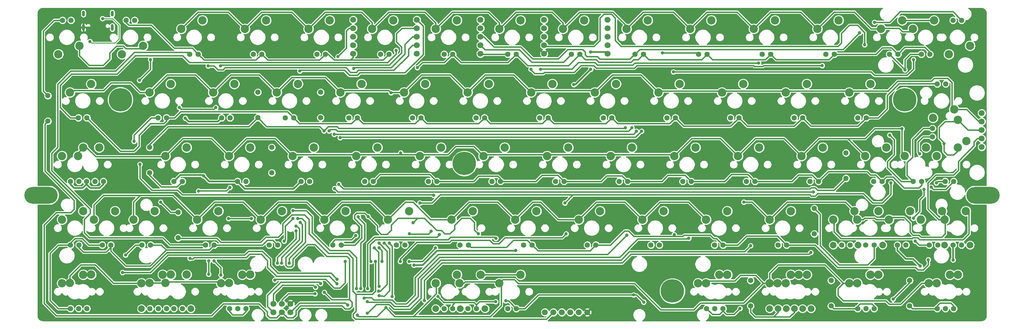
<source format=gtl>
G04 #@! TF.GenerationSoftware,KiCad,Pcbnew,5.1.4+dfsg1-1~bpo10+1*
G04 #@! TF.CreationDate,2019-09-21T15:36:56+08:00*
G04 #@! TF.ProjectId,keyboard,6b657962-6f61-4726-942e-6b696361645f,B*
G04 #@! TF.SameCoordinates,Original*
G04 #@! TF.FileFunction,Copper,L1,Top*
G04 #@! TF.FilePolarity,Positive*
%FSLAX46Y46*%
G04 Gerber Fmt 4.6, Leading zero omitted, Abs format (unit mm)*
G04 Created by KiCad (PCBNEW 5.1.4+dfsg1-1~bpo10+1) date 2019-09-21 15:36:56*
%MOMM*%
%LPD*%
G04 APERTURE LIST*
%ADD10O,0.900000X1.700000*%
%ADD11O,0.900000X2.000000*%
%ADD12C,2.000000*%
%ADD13C,1.600200*%
%ADD14C,1.800000*%
%ADD15C,2.499360*%
%ADD16O,9.999980X5.001260*%
%ADD17C,7.000240*%
%ADD18C,7.001300*%
%ADD19C,1.600000*%
%ADD20C,1.000000*%
%ADD21C,0.406400*%
%ADD22C,0.254000*%
%ADD23C,0.889000*%
%ADD24C,0.508000*%
G04 APERTURE END LIST*
D10*
X85070000Y-66710000D03*
X76430000Y-66710000D03*
D11*
X85070000Y-70880000D03*
X76430000Y-70880000D03*
D12*
X334327500Y-136048750D03*
X341947500Y-136048750D03*
X315753750Y-136048750D03*
X300990000Y-136048750D03*
X308380000Y-136048750D03*
X294322500Y-155098750D03*
X281940000Y-155098750D03*
X196691250Y-155098750D03*
X181927500Y-155098750D03*
X189317500Y-155098750D03*
X108585000Y-155098750D03*
X93821250Y-155098750D03*
D13*
X120173750Y-155098750D03*
X122633750Y-155098750D03*
X96361250Y-155098750D03*
X98821250Y-155098750D03*
X125095000Y-155098750D03*
X101282500Y-155098750D03*
X72548750Y-155098750D03*
X75008750Y-155098750D03*
X77470000Y-155098750D03*
X263048750Y-155098750D03*
X265508750Y-155098750D03*
X267970000Y-155098750D03*
D12*
X286911250Y-155098750D03*
X289351250Y-155098750D03*
X284480000Y-155098750D03*
X291782500Y-155098750D03*
D13*
X310753750Y-155098750D03*
X313213750Y-155098750D03*
X308292500Y-155098750D03*
X334566250Y-155098750D03*
X337026250Y-155098750D03*
X332105000Y-155098750D03*
X82392520Y-117000020D03*
X103505000Y-155098750D03*
X106045000Y-155098750D03*
D14*
X157226000Y-71120000D03*
X157226000Y-73660000D03*
X157226000Y-76200000D03*
X157226000Y-68580000D03*
X176276000Y-78740000D03*
X176276000Y-76200000D03*
X176276000Y-68580000D03*
X157226000Y-78740000D03*
X195326000Y-71120000D03*
X195326000Y-78740000D03*
X195326000Y-76200000D03*
X195326000Y-73660000D03*
X214376000Y-68580000D03*
X214376000Y-73660000D03*
X214376000Y-71120000D03*
X214376000Y-76200000D03*
X195326000Y-68580000D03*
X138430000Y-153670000D03*
X138430000Y-156210000D03*
X345440000Y-106680000D03*
X345440000Y-104140000D03*
X345440000Y-101600000D03*
X345440000Y-99060000D03*
X345440000Y-96520000D03*
X133350000Y-156210000D03*
X133350000Y-153670000D03*
X135890000Y-156210000D03*
X135890000Y-153670000D03*
X224790000Y-156210000D03*
X219710000Y-156210000D03*
X214630000Y-156210000D03*
X222250000Y-156210000D03*
X217170000Y-156210000D03*
X227330000Y-156210000D03*
X176276000Y-71120000D03*
X176276000Y-73660000D03*
X233426000Y-78740000D03*
X233426000Y-68580000D03*
X233426000Y-73660000D03*
X233426000Y-76200000D03*
X233426000Y-71120000D03*
X214376000Y-78740000D03*
D13*
X334486250Y-116998750D03*
X337026250Y-116998750D03*
X330676250Y-101123750D03*
X330676250Y-103663750D03*
X327342500Y-78898750D03*
X329882500Y-78898750D03*
X72548750Y-136048750D03*
X75088750Y-136048750D03*
X72550020Y-117000020D03*
X75090020Y-117000020D03*
X77312520Y-117000020D03*
X79852520Y-117000020D03*
X103505000Y-116998750D03*
X106045000Y-116998750D03*
X122555000Y-116998750D03*
X125095000Y-116998750D03*
X141605000Y-116998750D03*
X144145000Y-116998750D03*
X117792500Y-97948750D03*
X120332500Y-97948750D03*
X336867500Y-136048750D03*
X339407500Y-136048750D03*
X310673750Y-136048750D03*
X313213750Y-136048750D03*
X303530000Y-136048750D03*
X306070000Y-136048750D03*
X320198750Y-136048750D03*
X322738750Y-136048750D03*
X274955000Y-116998750D03*
X277495000Y-116998750D03*
X113030000Y-136048750D03*
X115570000Y-136048750D03*
X93980000Y-136048750D03*
X96520000Y-136048750D03*
X82073750Y-136048750D03*
X84613750Y-136048750D03*
X208280000Y-136048750D03*
X210820000Y-136048750D03*
X189230000Y-136048750D03*
X191770000Y-136048750D03*
X170180000Y-136048750D03*
X172720000Y-136048750D03*
X151130000Y-136048750D03*
X153670000Y-136048750D03*
X294005000Y-116998750D03*
X296545000Y-116998750D03*
X132080000Y-136048750D03*
X134620000Y-136048750D03*
X255905000Y-116998750D03*
X258445000Y-116998750D03*
X236855000Y-116998750D03*
X239395000Y-116998750D03*
X324961250Y-116998750D03*
X327501250Y-116998750D03*
X313055000Y-116998750D03*
X315595000Y-116998750D03*
X227330000Y-136048750D03*
X229870000Y-136048750D03*
X246380000Y-136048750D03*
X248920000Y-136048750D03*
X265430000Y-136048750D03*
X267970000Y-136048750D03*
X284480000Y-136048750D03*
X287020000Y-136048750D03*
X339407500Y-68738750D03*
X336867500Y-68738750D03*
X191611250Y-155098750D03*
X194151250Y-155098750D03*
X298767500Y-78898750D03*
X301307500Y-78898750D03*
X174942500Y-97948750D03*
X177482500Y-97948750D03*
X155892500Y-97948750D03*
X158432500Y-97948750D03*
X279717500Y-78898750D03*
X282257500Y-78898750D03*
X260667500Y-78898750D03*
X263207500Y-78898750D03*
X241617500Y-78898750D03*
X244157500Y-78898750D03*
X222567500Y-78898750D03*
X225107500Y-78898750D03*
X317817500Y-78898750D03*
X320357500Y-78898750D03*
X193992500Y-97948750D03*
X196532500Y-97948750D03*
X127317500Y-78898750D03*
X129857500Y-78898750D03*
X108267500Y-78898750D03*
X110807500Y-78898750D03*
X91757500Y-68738750D03*
X89217500Y-68738750D03*
X203517500Y-78898750D03*
X206057500Y-78898750D03*
X184467500Y-78898750D03*
X187007500Y-78898750D03*
X165417500Y-78898750D03*
X167957500Y-78898750D03*
X146367500Y-78898750D03*
X148907500Y-78898750D03*
X213042500Y-97948750D03*
X215582500Y-97948750D03*
X74930000Y-97948750D03*
X77470000Y-97948750D03*
X98742500Y-97948750D03*
X101282500Y-97948750D03*
X136842500Y-97948750D03*
X139382500Y-97948750D03*
X308292500Y-97948750D03*
X310832500Y-97948750D03*
X334645000Y-87788750D03*
X332105000Y-87788750D03*
X232092500Y-97948750D03*
X234632500Y-97948750D03*
X251142500Y-97948750D03*
X253682500Y-97948750D03*
X270192500Y-97948750D03*
X272732500Y-97948750D03*
X289242500Y-97948750D03*
X291782500Y-97948750D03*
X160655000Y-116998750D03*
X163195000Y-116998750D03*
X179705000Y-116998750D03*
X182245000Y-116998750D03*
X198755000Y-116998750D03*
X201295000Y-116998750D03*
X217805000Y-116998750D03*
X220345000Y-116998750D03*
X203517500Y-155098750D03*
X206057500Y-155098750D03*
X184467500Y-155098750D03*
X187007500Y-155098750D03*
X329723750Y-136048750D03*
X332263750Y-136048750D03*
D15*
X81122520Y-106840020D03*
X74772520Y-109380020D03*
X264477500Y-68740020D03*
X258127500Y-71280020D03*
X159702500Y-87790020D03*
X153352500Y-90330020D03*
X178752500Y-87790020D03*
X172402500Y-90330020D03*
X216852500Y-87790020D03*
X210502500Y-90330020D03*
X235902500Y-87790020D03*
X229552500Y-90330020D03*
X254952500Y-87790020D03*
X248602500Y-90330020D03*
X274002500Y-87790020D03*
X267652500Y-90330020D03*
X293052500Y-87790020D03*
X286702500Y-90330020D03*
X330835000Y-97948750D03*
X337185000Y-95408750D03*
X107315000Y-106840020D03*
X100965000Y-109380020D03*
X126365000Y-106840020D03*
X120015000Y-109380020D03*
X145415000Y-106840020D03*
X139065000Y-109380020D03*
X164465000Y-106840020D03*
X158115000Y-109380020D03*
X183515000Y-106840020D03*
X177165000Y-109380020D03*
X202565000Y-106840020D03*
X196215000Y-109380020D03*
X221615000Y-106840020D03*
X215265000Y-109380020D03*
X112077500Y-68740020D03*
X105727500Y-71280020D03*
X131127500Y-68740020D03*
X124777500Y-71280020D03*
X169227500Y-68740020D03*
X162877500Y-71280020D03*
X188277500Y-68740020D03*
X181927500Y-71280020D03*
X207327500Y-68740020D03*
X200977500Y-71280020D03*
X226377500Y-68740020D03*
X220027500Y-71280020D03*
X283527500Y-68740020D03*
X277177500Y-71280020D03*
X302577500Y-68740020D03*
X296227500Y-71280020D03*
X331152500Y-68740020D03*
X324802500Y-71280020D03*
X78740000Y-87790020D03*
X72390000Y-90330020D03*
X102552500Y-87790020D03*
X96202500Y-90330020D03*
X121602500Y-87790020D03*
X115252500Y-90330020D03*
X140652500Y-87790020D03*
X134302500Y-90330020D03*
X324010020Y-125890020D03*
X317660020Y-128430020D03*
X76358750Y-144938750D03*
X70008750Y-147478750D03*
X123983750Y-144938750D03*
X117633750Y-147478750D03*
X195421250Y-144938750D03*
X189071250Y-147478750D03*
X266858750Y-144938750D03*
X260508750Y-147478750D03*
X290671250Y-144938750D03*
X284321250Y-147478750D03*
X314483750Y-144938750D03*
X308133750Y-147478750D03*
X338296250Y-144938750D03*
X331946250Y-147478750D03*
X240665000Y-106840020D03*
X234315000Y-109380020D03*
X259715000Y-106840020D03*
X253365000Y-109380020D03*
X297815000Y-106840020D03*
X291465000Y-109380020D03*
X328771250Y-106838750D03*
X322421250Y-109378750D03*
X85883750Y-125888750D03*
X79533750Y-128428750D03*
X116840000Y-125890020D03*
X110490000Y-128430020D03*
X135890000Y-125890020D03*
X129540000Y-128430020D03*
X173990000Y-125890020D03*
X167640000Y-128430020D03*
X193040000Y-125890020D03*
X186690000Y-128430020D03*
X212090000Y-125890020D03*
X205740000Y-128430020D03*
X231140000Y-125890020D03*
X224790000Y-128430020D03*
X250190000Y-125890020D03*
X243840000Y-128430020D03*
X269240000Y-125890020D03*
X262890000Y-128430020D03*
X288290000Y-125890020D03*
X281940000Y-128430020D03*
X100171250Y-144938750D03*
X93821250Y-147478750D03*
X154940000Y-125890020D03*
X148590000Y-128430020D03*
X150177500Y-68740020D03*
X143827500Y-71280020D03*
X245427500Y-68740020D03*
X239077500Y-71280020D03*
X312102500Y-87790020D03*
X305752500Y-90330020D03*
X197802500Y-87790020D03*
X191452500Y-90330020D03*
X278765000Y-106840020D03*
X272415000Y-109380020D03*
D13*
X72707500Y-68738750D03*
X70167500Y-68738750D03*
D15*
X338296250Y-106838750D03*
X331946250Y-109378750D03*
X288290000Y-144938750D03*
X281940000Y-147478750D03*
X97790000Y-125890020D03*
X91440000Y-128430020D03*
X340677500Y-125888750D03*
X334327500Y-128428750D03*
X78740000Y-144907000D03*
X72390000Y-147447000D03*
X107315000Y-144907000D03*
X100965000Y-147447000D03*
X102616000Y-144907000D03*
X96266000Y-147447000D03*
X269240000Y-144938750D03*
X262890000Y-147478750D03*
X293052500Y-144938750D03*
X286702500Y-147478750D03*
X126365000Y-144907000D03*
X120015000Y-147447000D03*
X312102500Y-144938750D03*
X305752500Y-147478750D03*
X335915000Y-144938750D03*
X329565000Y-147478750D03*
X207327500Y-144940020D03*
X200977500Y-147480020D03*
X188277500Y-144938750D03*
X181927500Y-147478750D03*
X76360020Y-125890020D03*
X70010020Y-128430020D03*
X333533750Y-125888750D03*
X327183750Y-128428750D03*
X76360020Y-106840020D03*
X70010020Y-109380020D03*
X321627500Y-68738750D03*
X315277500Y-71278750D03*
X335597500Y-78898750D03*
X341947500Y-76358750D03*
X87947500Y-78898750D03*
X94297500Y-76358750D03*
X68897500Y-78898750D03*
X75247500Y-76358750D03*
X340836250Y-104933750D03*
X338296250Y-98583750D03*
X314483750Y-125888750D03*
X308133750Y-128428750D03*
X307340000Y-125888750D03*
X300990000Y-128428750D03*
X316865000Y-106840020D03*
X310515000Y-109380020D03*
D16*
X345831200Y-121121200D03*
X63748900Y-121121200D03*
D17*
X322339900Y-92520800D03*
X252789400Y-149820700D03*
X190490000Y-111620000D03*
D18*
X87489300Y-92520800D03*
D19*
X104775000Y-126238000D03*
X104775000Y-133858000D03*
X132842000Y-106807000D03*
X132842000Y-114427000D03*
X147447000Y-97917000D03*
X147447000Y-90297000D03*
X128651000Y-97917000D03*
X128651000Y-90297000D03*
X304800000Y-116078000D03*
X304800000Y-108458000D03*
X295275000Y-132715000D03*
X295275000Y-125095000D03*
X65786000Y-98933000D03*
X65786000Y-91313000D03*
X300355000Y-146685000D03*
X300355000Y-154305000D03*
X323850000Y-146685000D03*
X323850000Y-154305000D03*
X276225000Y-146685000D03*
X276225000Y-154305000D03*
X96266000Y-106807000D03*
X96266000Y-114427000D03*
D20*
X145750000Y-150650000D03*
X148463000Y-101854000D03*
X140589000Y-128143000D03*
X138049000Y-141478000D03*
X238760000Y-100965000D03*
X148590000Y-150241000D03*
X141351000Y-129286000D03*
X240665000Y-100965000D03*
X149987000Y-101854000D03*
X140081000Y-130429000D03*
X135763000Y-141478000D03*
X145923000Y-148717000D03*
X151511000Y-102870000D03*
X242062000Y-101981000D03*
X152908000Y-117856000D03*
X151638000Y-119126000D03*
X243586000Y-101981000D03*
X153289000Y-103886000D03*
X134493000Y-141478000D03*
X140081000Y-131826000D03*
X147447000Y-147574000D03*
X318897000Y-152273000D03*
X295021000Y-120142000D03*
X170053000Y-77724000D03*
X308864000Y-72517000D03*
X313309000Y-69342000D03*
X273050000Y-155067000D03*
X249809000Y-78486000D03*
X278638000Y-81534000D03*
X213360000Y-83439000D03*
X297688000Y-82296000D03*
X210439000Y-83439000D03*
X317881000Y-103124000D03*
X331851000Y-117475000D03*
X328168000Y-119380000D03*
X324993000Y-128016000D03*
X325501000Y-134874000D03*
X322453000Y-83566000D03*
X310388000Y-76073000D03*
X116078000Y-94869000D03*
X105156000Y-94869000D03*
X117475000Y-82423000D03*
X91567000Y-105029000D03*
X89027000Y-139065000D03*
X113792000Y-82423000D03*
X115570000Y-140843000D03*
X117602000Y-145034000D03*
X139192000Y-128143000D03*
X141224000Y-83947000D03*
X136525000Y-134874000D03*
X157988000Y-133223000D03*
X157353000Y-83185000D03*
X174053500Y-132651500D03*
X180594000Y-131953000D03*
X176403000Y-82931000D03*
X152654000Y-79629000D03*
X330327000Y-118745000D03*
X326898000Y-108712000D03*
X194691000Y-132715000D03*
X175133000Y-129413000D03*
X329438000Y-140462000D03*
X253365000Y-132969000D03*
X161671000Y-127508000D03*
X199898000Y-153035000D03*
X202946000Y-152781000D03*
X113919000Y-144780000D03*
X113919000Y-140843000D03*
X119888000Y-128143000D03*
X126746000Y-128143000D03*
X244221000Y-153162000D03*
X241173000Y-151003000D03*
X182626000Y-151511000D03*
X163893500Y-140970000D03*
X88138000Y-144272000D03*
X152400000Y-146304000D03*
X160528000Y-152019000D03*
X239141000Y-133096000D03*
X324993000Y-80518000D03*
X253111000Y-84201000D03*
X161465260Y-152956260D03*
X257731260Y-134033260D03*
X161417000Y-156464000D03*
X276225000Y-136271000D03*
X178562000Y-152654000D03*
X294259000Y-138303000D03*
X220599000Y-123444000D03*
X318262000Y-117475000D03*
X177165000Y-123444000D03*
X165862000Y-140970000D03*
X164973000Y-136906000D03*
X152400000Y-147701000D03*
X108331000Y-140081000D03*
X96520000Y-80518000D03*
X93218000Y-86741000D03*
X133731000Y-146558000D03*
X154813000Y-140970000D03*
X110871000Y-119888000D03*
X120317260Y-118793260D03*
X139192000Y-125730000D03*
X158242000Y-149098000D03*
X158750000Y-127635000D03*
X159512000Y-149098000D03*
X161544000Y-149098000D03*
X183007000Y-132969000D03*
X199961500Y-134048500D03*
X162560000Y-140970000D03*
X220980000Y-132715000D03*
X171323000Y-140970000D03*
X164973000Y-148463000D03*
X163576000Y-136906000D03*
X164846000Y-149860000D03*
X168529000Y-90424000D03*
X164973000Y-135509000D03*
X164973000Y-151257000D03*
X166497000Y-135509000D03*
X171450000Y-108458000D03*
X334137000Y-105664000D03*
X321564000Y-101219000D03*
X274193000Y-123190000D03*
X168021000Y-135509000D03*
X168910000Y-151511000D03*
X167005000Y-154813000D03*
X158496000Y-157099000D03*
X181864000Y-136906000D03*
X173990000Y-140970000D03*
X93345000Y-111887000D03*
X181356000Y-121158000D03*
X109982000Y-97536000D03*
X129286000Y-133858000D03*
X74422000Y-82804000D03*
X83312000Y-74676000D03*
X115470940Y-110871000D03*
X117602000Y-118364000D03*
X121401840Y-122184160D03*
X124206000Y-124968000D03*
X125402340Y-130756660D03*
X148336000Y-133731000D03*
X99949000Y-81963260D03*
X92075000Y-81963260D03*
X247015000Y-151511000D03*
X246890000Y-154890000D03*
X111633000Y-101727000D03*
X132588000Y-122174000D03*
X174371000Y-150368000D03*
X185039000Y-142748000D03*
X183959500Y-142748000D03*
X176085500Y-155067000D03*
X109855000Y-89789000D03*
X88646000Y-105029000D03*
X174752000Y-146304000D03*
X170053000Y-139446000D03*
X327660000Y-85979000D03*
X334137000Y-69215000D03*
X161544000Y-96012000D03*
X181864000Y-96012000D03*
X199390000Y-96012000D03*
X219329000Y-96012000D03*
X237363000Y-96012000D03*
X257429000Y-96012000D03*
X276860000Y-96012000D03*
X300228000Y-96012000D03*
X150495000Y-94488000D03*
X151892000Y-86106000D03*
X313436000Y-96012000D03*
X324993000Y-100330000D03*
X312801000Y-98933000D03*
X160528000Y-146812000D03*
X160576260Y-139494260D03*
X79500000Y-68220000D03*
X99568000Y-123190000D03*
X112395000Y-115316000D03*
X106934000Y-98044000D03*
X327025000Y-142367000D03*
X155575000Y-154051000D03*
X336867500Y-140525500D03*
X205867000Y-137668000D03*
X175387000Y-142113000D03*
X228346000Y-78232000D03*
X228346000Y-83439000D03*
X223266000Y-88011000D03*
X78350000Y-75066000D03*
X82140000Y-68210002D03*
D21*
X148463000Y-101854000D02*
X148463000Y-101854000D01*
D22*
X135890000Y-153162000D02*
X135890000Y-153670000D01*
D21*
X96266000Y-106045000D02*
X101727000Y-100584000D01*
X125984000Y-100584000D02*
X128651000Y-97917000D01*
X125984000Y-100584000D02*
X101727000Y-100584000D01*
X96266000Y-106807000D02*
X96266000Y-106045000D01*
X137767000Y-150650000D02*
X135890000Y-152527000D01*
X135890000Y-153670000D02*
X135890000Y-152527000D01*
X145750000Y-150650000D02*
X137767000Y-150650000D01*
X138049000Y-140081000D02*
X142875000Y-135255000D01*
X142875000Y-129159000D02*
X141859000Y-128143000D01*
X141859000Y-128143000D02*
X140589000Y-128143000D01*
X142875000Y-135255000D02*
X142875000Y-129159000D01*
X138049000Y-141478000D02*
X138049000Y-140081000D01*
X147193000Y-100584000D02*
X148463000Y-101854000D01*
X146431000Y-100584000D02*
X131318000Y-100584000D01*
X128651000Y-97917000D02*
X131318000Y-100584000D01*
X146431000Y-100584000D02*
X147193000Y-100584000D01*
X149733000Y-100584000D02*
X152400000Y-100584000D01*
X238633000Y-101092000D02*
X238760000Y-100965000D01*
X152908000Y-101092000D02*
X238633000Y-101092000D01*
X152400000Y-100584000D02*
X152908000Y-101092000D01*
X148463000Y-101854000D02*
X149733000Y-100584000D01*
X150749000Y-152400000D02*
X156083000Y-152400000D01*
X148590000Y-150241000D02*
X150749000Y-152400000D01*
X148590000Y-150241000D02*
X148463000Y-150368000D01*
X64897000Y-99822000D02*
X64897000Y-113919000D01*
X64643000Y-153543000D02*
X64643000Y-130048000D01*
X131445000Y-156083000D02*
X129032000Y-153670000D01*
X129032000Y-153670000D02*
X118364000Y-153670000D01*
X68326000Y-157226000D02*
X64643000Y-153543000D01*
X114808000Y-157226000D02*
X68326000Y-157226000D01*
X118364000Y-153670000D02*
X114808000Y-157226000D01*
X135890000Y-156210000D02*
X134239000Y-157861000D01*
X132207000Y-157861000D02*
X131445000Y-157099000D01*
X134239000Y-157861000D02*
X132207000Y-157861000D01*
X131445000Y-157099000D02*
X131445000Y-156083000D01*
X73660000Y-125349000D02*
X73660000Y-122682000D01*
X72644000Y-126365000D02*
X73660000Y-125349000D01*
X68326000Y-126365000D02*
X72644000Y-126365000D01*
X64643000Y-130048000D02*
X68326000Y-126365000D01*
X64897000Y-99822000D02*
X65786000Y-98933000D01*
X73660000Y-122682000D02*
X64897000Y-113919000D01*
X137541000Y-157861000D02*
X139192000Y-157861000D01*
X139192000Y-157861000D02*
X140081000Y-156972000D01*
X140081000Y-156972000D02*
X140081000Y-155702000D01*
X140081000Y-155702000D02*
X141478000Y-154305000D01*
X137541000Y-157861000D02*
X135890000Y-156210000D01*
X156083000Y-155194000D02*
X156845000Y-154432000D01*
X154813000Y-155194000D02*
X156083000Y-155194000D01*
X153924000Y-154305000D02*
X154813000Y-155194000D01*
X156845000Y-154432000D02*
X156845000Y-153162000D01*
X156083000Y-152400000D02*
X156845000Y-153162000D01*
X153924000Y-154305000D02*
X141478000Y-154305000D01*
X152019000Y-101473000D02*
X150368000Y-101473000D01*
X149352000Y-139446000D02*
X155321000Y-139446000D01*
X155321000Y-139446000D02*
X156083000Y-140208000D01*
X156083000Y-140208000D02*
X156083000Y-152400000D01*
X137033000Y-139827000D02*
X137033000Y-142113000D01*
X240665000Y-100965000D02*
X239649000Y-101981000D01*
X141986000Y-129921000D02*
X141351000Y-129286000D01*
X152527000Y-101981000D02*
X152019000Y-101473000D01*
X239649000Y-101981000D02*
X152527000Y-101981000D01*
X141986000Y-134874000D02*
X141986000Y-129921000D01*
X137033000Y-139827000D02*
X141986000Y-134874000D01*
X143510000Y-135890000D02*
X145796000Y-135890000D01*
X139192000Y-140208000D02*
X143510000Y-135890000D01*
X139192000Y-142113000D02*
X139192000Y-140208000D01*
X138684000Y-142621000D02*
X139192000Y-142113000D01*
X137541000Y-142621000D02*
X138684000Y-142621000D01*
X137033000Y-142113000D02*
X137541000Y-142621000D01*
X145796000Y-135890000D02*
X149352000Y-139446000D01*
X150368000Y-101473000D02*
X149987000Y-101854000D01*
X135763000Y-139827000D02*
X141097000Y-134493000D01*
X140335000Y-130429000D02*
X141097000Y-131191000D01*
X141097000Y-134493000D02*
X141097000Y-131191000D01*
X140081000Y-130429000D02*
X140335000Y-130429000D01*
X135763000Y-139827000D02*
X135763000Y-141478000D01*
X133350000Y-153670000D02*
X133350000Y-150749000D01*
X133350000Y-150749000D02*
X136017000Y-148082000D01*
X136017000Y-148082000D02*
X145288000Y-148082000D01*
X145288000Y-148082000D02*
X145923000Y-148717000D01*
X239903000Y-102870000D02*
X241173000Y-102870000D01*
X151511000Y-102870000D02*
X239903000Y-102870000D01*
X241173000Y-102870000D02*
X242062000Y-101981000D01*
X301244000Y-119634000D02*
X304800000Y-116078000D01*
X152908000Y-117856000D02*
X154305000Y-119253000D01*
X295529000Y-118872000D02*
X296291000Y-119634000D01*
X294386000Y-118872000D02*
X295529000Y-118872000D01*
X294005000Y-119253000D02*
X294386000Y-118872000D01*
X154305000Y-119253000D02*
X294005000Y-119253000D01*
X296291000Y-119634000D02*
X301244000Y-119634000D01*
X281178000Y-120142000D02*
X281178000Y-120142000D01*
X151638000Y-119126000D02*
X152654000Y-120142000D01*
X281178000Y-120142000D02*
X152654000Y-120142000D01*
X153289000Y-103886000D02*
X153543000Y-103759000D01*
X153543000Y-103759000D02*
X241808000Y-103759000D01*
X241808000Y-103759000D02*
X243586000Y-101981000D01*
X134493000Y-139827000D02*
X134493000Y-141478000D01*
X134493000Y-139827000D02*
X140081000Y-134239000D01*
X140081000Y-134239000D02*
X140081000Y-131826000D01*
X133350000Y-156210000D02*
X131572000Y-154432000D01*
X131572000Y-151130000D02*
X131572000Y-154432000D01*
X131572000Y-151130000D02*
X135509000Y-147193000D01*
X135509000Y-147193000D02*
X147066000Y-147193000D01*
X147066000Y-147193000D02*
X147447000Y-147574000D01*
X323850000Y-147320000D02*
X323850000Y-146685000D01*
X318897000Y-152273000D02*
X323850000Y-147320000D01*
X281178000Y-120142000D02*
X295021000Y-120142000D01*
X79470250Y-136048750D02*
X82073750Y-136048750D01*
X72548750Y-136048750D02*
X72548750Y-135477250D01*
X72548750Y-135477250D02*
X73914000Y-134112000D01*
X73914000Y-134112000D02*
X76073000Y-134112000D01*
X76073000Y-134112000D02*
X78009750Y-136048750D01*
X78009750Y-136048750D02*
X79470250Y-136048750D01*
X68865750Y-155098750D02*
X66421000Y-152654000D01*
X68865750Y-155098750D02*
X72548750Y-155098750D01*
X72548750Y-136048750D02*
X68929250Y-136048750D01*
X66421000Y-138557000D02*
X68929250Y-136048750D01*
X66421000Y-152654000D02*
X66421000Y-138557000D01*
X91821000Y-79502000D02*
X91948000Y-79375000D01*
X72548750Y-97948750D02*
X69469000Y-94869000D01*
X69469000Y-94869000D02*
X69469000Y-88265000D01*
X69469000Y-88265000D02*
X72898000Y-84836000D01*
X86487000Y-84836000D02*
X91821000Y-79502000D01*
X72548750Y-97948750D02*
X74930000Y-97948750D01*
X91948000Y-79375000D02*
X106172000Y-79375000D01*
X106172000Y-79375000D02*
X108204000Y-81407000D01*
X108204000Y-81407000D02*
X167513000Y-81407000D01*
X170053000Y-78867000D02*
X170053000Y-77724000D01*
X167513000Y-81407000D02*
X170053000Y-78867000D01*
X72898000Y-84836000D02*
X86487000Y-84836000D01*
X220980000Y-77978000D02*
X220980000Y-77978000D01*
X313309000Y-69342000D02*
X317881000Y-69342000D01*
X241617500Y-78898750D02*
X243046250Y-77470000D01*
X243046250Y-77470000D02*
X303911000Y-77470000D01*
X303911000Y-77470000D02*
X308864000Y-72517000D01*
X317881000Y-69342000D02*
X321056000Y-66167000D01*
X333883000Y-66167000D02*
X321056000Y-66167000D01*
X336835750Y-66167000D02*
X339407500Y-68738750D01*
X333883000Y-66167000D02*
X336835750Y-66167000D01*
X196342000Y-73660000D02*
X199390000Y-76708000D01*
X199390000Y-76708000D02*
X207391000Y-76708000D01*
X218694000Y-80264000D02*
X220980000Y-77978000D01*
X210947000Y-80264000D02*
X218694000Y-80264000D01*
X207391000Y-76708000D02*
X210947000Y-80264000D01*
X195326000Y-73660000D02*
X196342000Y-73660000D01*
X240030000Y-80391000D02*
X241522250Y-78898750D01*
X241522250Y-78898750D02*
X241617500Y-78898750D01*
X221488000Y-77470000D02*
X225933000Y-77470000D01*
X220980000Y-77978000D02*
X221488000Y-77470000D01*
X230378000Y-79629000D02*
X231140000Y-80391000D01*
X227203000Y-79629000D02*
X230378000Y-79629000D01*
X226695000Y-79121000D02*
X227203000Y-79629000D01*
X226695000Y-78232000D02*
X226695000Y-79121000D01*
X225933000Y-77470000D02*
X226695000Y-78232000D01*
X231140000Y-80391000D02*
X240030000Y-80391000D01*
X273050000Y-155067000D02*
X271272000Y-156845000D01*
X271272000Y-156845000D02*
X268986000Y-156845000D01*
X268986000Y-156845000D02*
X267970000Y-155829000D01*
X267970000Y-155829000D02*
X267970000Y-155098750D01*
X267970000Y-155829000D02*
X267970000Y-155098750D01*
X266954000Y-156845000D02*
X267970000Y-155829000D01*
X263048750Y-155098750D02*
X264795000Y-156845000D01*
X264795000Y-156845000D02*
X266954000Y-156845000D01*
X260254750Y-78486000D02*
X260667500Y-78898750D01*
X260254750Y-78486000D02*
X249809000Y-78486000D01*
X278638000Y-81534000D02*
X278384000Y-81534000D01*
X278638000Y-81534000D02*
X278511000Y-81407000D01*
X229616000Y-81407000D02*
X230378000Y-82169000D01*
X230378000Y-82169000D02*
X240919000Y-82169000D01*
X240919000Y-82169000D02*
X241554000Y-81534000D01*
X241554000Y-81534000D02*
X278638000Y-81534000D01*
X222758000Y-83312000D02*
X224663000Y-81407000D01*
X213487000Y-83312000D02*
X222758000Y-83312000D01*
X213360000Y-83439000D02*
X213487000Y-83312000D01*
X224663000Y-81407000D02*
X229616000Y-81407000D01*
X229235000Y-82296000D02*
X229997000Y-83058000D01*
X229997000Y-83058000D02*
X241427000Y-83058000D01*
X241427000Y-83058000D02*
X242189000Y-82296000D01*
X242189000Y-82296000D02*
X277114000Y-82296000D01*
X211582000Y-84709000D02*
X210439000Y-83566000D01*
X277368000Y-82550000D02*
X277114000Y-82296000D01*
X225425000Y-82296000D02*
X223393000Y-84328000D01*
X223393000Y-84328000D02*
X214503000Y-84328000D01*
X214503000Y-84328000D02*
X214122000Y-84709000D01*
X214122000Y-84709000D02*
X211582000Y-84709000D01*
X279908000Y-82550000D02*
X280162000Y-82296000D01*
X280162000Y-82296000D02*
X297561000Y-82296000D01*
X297561000Y-82296000D02*
X297688000Y-82296000D01*
X279908000Y-82550000D02*
X277368000Y-82550000D01*
X210439000Y-83566000D02*
X210439000Y-83439000D01*
X225425000Y-82296000D02*
X229235000Y-82296000D01*
X319278000Y-107061000D02*
X319278000Y-104521000D01*
X321341750Y-116998750D02*
X317246000Y-112903000D01*
X317246000Y-112903000D02*
X317246000Y-110998000D01*
X317246000Y-110998000D02*
X319278000Y-108966000D01*
X319278000Y-108966000D02*
X319278000Y-107061000D01*
X324961250Y-116998750D02*
X321341750Y-116998750D01*
X319278000Y-104521000D02*
X317881000Y-103124000D01*
X322453000Y-83566000D02*
X322453000Y-83534250D01*
X317817500Y-78898750D02*
X322453000Y-83534250D01*
X322453000Y-80518000D02*
X324072250Y-78898750D01*
X324072250Y-78898750D02*
X327342500Y-78898750D01*
X322453000Y-83566000D02*
X322453000Y-80518000D01*
X323088000Y-115125500D02*
X323088000Y-111379000D01*
X323088000Y-111379000D02*
X324739000Y-109728000D01*
X324739000Y-109728000D02*
X324739000Y-104394000D01*
X324739000Y-104394000D02*
X328009250Y-101123750D01*
X328009250Y-101123750D02*
X330676250Y-101123750D01*
X324961250Y-116998750D02*
X323088000Y-115125500D01*
X331851000Y-117475000D02*
X332327250Y-116998750D01*
X332327250Y-116998750D02*
X334486250Y-116998750D01*
X324993000Y-127889000D02*
X326898000Y-125984000D01*
X328168000Y-121285000D02*
X328168000Y-119380000D01*
X326898000Y-122555000D02*
X326898000Y-125984000D01*
X329723750Y-136048750D02*
X326675750Y-136048750D01*
X325501000Y-134874000D02*
X326675750Y-136048750D01*
X328168000Y-121285000D02*
X326898000Y-122555000D01*
X324993000Y-128016000D02*
X324993000Y-127889000D01*
X214757000Y-76581000D02*
X229362000Y-76581000D01*
X229362000Y-76581000D02*
X231140000Y-74803000D01*
X231140000Y-74803000D02*
X231140000Y-68072000D01*
X231140000Y-68072000D02*
X232283000Y-66929000D01*
X232283000Y-66929000D02*
X234569000Y-66929000D01*
X234569000Y-66929000D02*
X235712000Y-68072000D01*
X235712000Y-68072000D02*
X235712000Y-74803000D01*
X235712000Y-74803000D02*
X237490000Y-76581000D01*
X237490000Y-76581000D02*
X302387000Y-76581000D01*
X302387000Y-76581000D02*
X303403000Y-75565000D01*
X303403000Y-75565000D02*
X303403000Y-72644000D01*
X303403000Y-72644000D02*
X305816000Y-70231000D01*
X305816000Y-70231000D02*
X308229000Y-70231000D01*
X308229000Y-70231000D02*
X310388000Y-72390000D01*
X310388000Y-72390000D02*
X310388000Y-76073000D01*
X214376000Y-76200000D02*
X214757000Y-76581000D01*
X105156000Y-94869000D02*
X105664000Y-95377000D01*
X115570000Y-95377000D02*
X116078000Y-94869000D01*
X105664000Y-95377000D02*
X115570000Y-95377000D01*
X168021000Y-82169000D02*
X171704000Y-78486000D01*
X170180000Y-72771000D02*
X171831000Y-71120000D01*
X117729000Y-82169000D02*
X117475000Y-82423000D01*
X117729000Y-82169000D02*
X168021000Y-82169000D01*
X170180000Y-75184000D02*
X170180000Y-72771000D01*
X171704000Y-76708000D02*
X170180000Y-75184000D01*
X171704000Y-78486000D02*
X171704000Y-76708000D01*
X176276000Y-71120000D02*
X171831000Y-71120000D01*
X98742500Y-97948750D02*
X96742250Y-97948750D01*
X91567000Y-103124000D02*
X96742250Y-97948750D01*
X91567000Y-105029000D02*
X91567000Y-103124000D01*
X92043250Y-136048750D02*
X93980000Y-136048750D01*
X89027000Y-139065000D02*
X92043250Y-136048750D01*
X112617250Y-135636000D02*
X113030000Y-136048750D01*
X107727750Y-78359000D02*
X108267500Y-78898750D01*
X173799500Y-79311500D02*
X173799500Y-77406500D01*
X173799500Y-77406500D02*
X175006000Y-76200000D01*
X175006000Y-76200000D02*
X176276000Y-76200000D01*
X113792000Y-82423000D02*
X115570000Y-82423000D01*
X115570000Y-82423000D02*
X116713000Y-83566000D01*
X116713000Y-83566000D02*
X118237000Y-83566000D01*
X155067000Y-82931000D02*
X156464000Y-84328000D01*
X156464000Y-84328000D02*
X158115000Y-84328000D01*
X158115000Y-84328000D02*
X158750000Y-83693000D01*
X158750000Y-83693000D02*
X169418000Y-83693000D01*
X118872000Y-82931000D02*
X120523000Y-82931000D01*
X118237000Y-83566000D02*
X118872000Y-82931000D01*
X120523000Y-82931000D02*
X155067000Y-82931000D01*
X169418000Y-83693000D02*
X173799500Y-79311500D01*
X117602000Y-145034000D02*
X117602000Y-142875000D01*
X115570000Y-140843000D02*
X117602000Y-142875000D01*
X120173750Y-155987750D02*
X121158000Y-156972000D01*
X121158000Y-156972000D02*
X124079000Y-156972000D01*
X124079000Y-156972000D02*
X125095000Y-155956000D01*
X125095000Y-155956000D02*
X125095000Y-155098750D01*
X120173750Y-155098750D02*
X120173750Y-155987750D01*
X72644000Y-83947000D02*
X68707000Y-87884000D01*
X78486000Y-126619000D02*
X78486000Y-125349000D01*
X76708000Y-128397000D02*
X78486000Y-126619000D01*
X107696000Y-78359000D02*
X108267500Y-78898750D01*
X102362000Y-136017000D02*
X113061750Y-136017000D01*
X113030000Y-136048750D02*
X113061750Y-136017000D01*
X86106000Y-83947000D02*
X91694000Y-78359000D01*
X76708000Y-132334000D02*
X78232000Y-133858000D01*
X78232000Y-133858000D02*
X100203000Y-133858000D01*
X91694000Y-78359000D02*
X107696000Y-78359000D01*
X76708000Y-132334000D02*
X76708000Y-128397000D01*
X78486000Y-125349000D02*
X66929000Y-113792000D01*
X66929000Y-108585000D02*
X66929000Y-113792000D01*
X68707000Y-106807000D02*
X66929000Y-108585000D01*
X68707000Y-87884000D02*
X68707000Y-106807000D01*
X72644000Y-83947000D02*
X86106000Y-83947000D01*
X100203000Y-133858000D02*
X102362000Y-136017000D01*
X139192000Y-128143000D02*
X139192000Y-128143000D01*
X178181000Y-70485000D02*
X176276000Y-68580000D01*
X178181000Y-78994000D02*
X178181000Y-70612000D01*
X172720000Y-84455000D02*
X178181000Y-78994000D01*
X159258000Y-84455000D02*
X172720000Y-84455000D01*
X158496000Y-85217000D02*
X159258000Y-84455000D01*
X156083000Y-85217000D02*
X158496000Y-85217000D01*
X154559000Y-83693000D02*
X156083000Y-85217000D01*
X141478000Y-83693000D02*
X154559000Y-83693000D01*
X141224000Y-83947000D02*
X141478000Y-83693000D01*
X178181000Y-70612000D02*
X178181000Y-70485000D01*
X136906000Y-134493000D02*
X136906000Y-130429000D01*
X136906000Y-130429000D02*
X139192000Y-128143000D01*
X136525000Y-134874000D02*
X136906000Y-134493000D01*
X156718000Y-134493000D02*
X157988000Y-133223000D01*
X151130000Y-136048750D02*
X151130000Y-135128000D01*
X151130000Y-135128000D02*
X151765000Y-134493000D01*
X151765000Y-134493000D02*
X156718000Y-134493000D01*
X172720000Y-75946000D02*
X175006000Y-73660000D01*
X157607000Y-82931000D02*
X157353000Y-83185000D01*
X157607000Y-82931000D02*
X168656000Y-82931000D01*
X168656000Y-82931000D02*
X172720000Y-78867000D01*
X172720000Y-78867000D02*
X172720000Y-75946000D01*
X176276000Y-73660000D02*
X175006000Y-73660000D01*
X174180500Y-132778500D02*
X174053500Y-132651500D01*
X175895000Y-132778500D02*
X179768500Y-132778500D01*
X180594000Y-131953000D02*
X179768500Y-132778500D01*
X175895000Y-132778500D02*
X174180500Y-132778500D01*
X203358750Y-78740000D02*
X203517500Y-78898750D01*
X195326000Y-78740000D02*
X195484750Y-78898750D01*
X195484750Y-78898750D02*
X203517500Y-78898750D01*
X222567500Y-78295500D02*
X222567500Y-78898750D01*
X196723000Y-77597000D02*
X207010000Y-77597000D01*
X220186250Y-81280000D02*
X222567500Y-78898750D01*
X210693000Y-81280000D02*
X220186250Y-81280000D01*
X207010000Y-77597000D02*
X210693000Y-81280000D01*
X195326000Y-76200000D02*
X196723000Y-77597000D01*
X112553750Y-80645000D02*
X128111250Y-80645000D01*
X128111250Y-80645000D02*
X129857500Y-78898750D01*
X110807500Y-78898750D02*
X112553750Y-80645000D01*
X131603750Y-80645000D02*
X147161250Y-80645000D01*
X147161250Y-80645000D02*
X148907500Y-78898750D01*
X129857500Y-78898750D02*
X131603750Y-80645000D01*
X189515750Y-81407000D02*
X203549250Y-81407000D01*
X203549250Y-81407000D02*
X206057500Y-78898750D01*
X187007500Y-78898750D02*
X189515750Y-81407000D01*
X221710250Y-82296000D02*
X225107500Y-78898750D01*
X209454750Y-82296000D02*
X221710250Y-82296000D01*
X206057500Y-78898750D02*
X209454750Y-82296000D01*
X245776750Y-80518000D02*
X261588250Y-80518000D01*
X261588250Y-80518000D02*
X263207500Y-78898750D01*
X244157500Y-78898750D02*
X245776750Y-80518000D01*
X264826750Y-80518000D02*
X280638250Y-80518000D01*
X280638250Y-80518000D02*
X282257500Y-78898750D01*
X263207500Y-78898750D02*
X264826750Y-80518000D01*
X299688250Y-80518000D02*
X301307500Y-78898750D01*
X283876750Y-80518000D02*
X299688250Y-80518000D01*
X282257500Y-78898750D02*
X283876750Y-80518000D01*
X108997750Y-77089000D02*
X110807500Y-78898750D01*
X103632000Y-77089000D02*
X97663000Y-71120000D01*
X108997750Y-77089000D02*
X103632000Y-77089000D01*
X320357500Y-78898750D02*
X320389250Y-78867000D01*
X166211250Y-80645000D02*
X167957500Y-78898750D01*
X148907500Y-78898750D02*
X149764750Y-78898750D01*
X157607000Y-80645000D02*
X165608000Y-80645000D01*
X156464000Y-80645000D02*
X157607000Y-80645000D01*
X151511000Y-80645000D02*
X156464000Y-80645000D01*
X149764750Y-78898750D02*
X151511000Y-80645000D01*
X165608000Y-80645000D02*
X166211250Y-80645000D01*
X184499250Y-81407000D02*
X187007500Y-78898750D01*
X177927000Y-81407000D02*
X176403000Y-82931000D01*
X184499250Y-81407000D02*
X177927000Y-81407000D01*
X313785250Y-78898750D02*
X315722000Y-76962000D01*
X315722000Y-76962000D02*
X318420750Y-76962000D01*
X318420750Y-76962000D02*
X320357500Y-78898750D01*
X301307500Y-78898750D02*
X312134250Y-78898750D01*
X312134250Y-78898750D02*
X313785250Y-78898750D01*
X96774000Y-70231000D02*
X97663000Y-71120000D01*
X89217500Y-69405500D02*
X90043000Y-70231000D01*
X90043000Y-70231000D02*
X96774000Y-70231000D01*
X89217500Y-68738750D02*
X89217500Y-69405500D01*
X157226000Y-79883000D02*
X156464000Y-80645000D01*
X157226000Y-78740000D02*
X157226000Y-79883000D01*
X322421250Y-76835000D02*
X328422000Y-76835000D01*
X328422000Y-76835000D02*
X329882500Y-78295500D01*
X329882500Y-78295500D02*
X329882500Y-78898750D01*
X320357500Y-78898750D02*
X322421250Y-76835000D01*
X229997000Y-80518000D02*
X230759000Y-81280000D01*
X230759000Y-81280000D02*
X240411000Y-81280000D01*
X240411000Y-81280000D02*
X241173000Y-80518000D01*
X241173000Y-80518000D02*
X242538250Y-80518000D01*
X226726750Y-80518000D02*
X225107500Y-78898750D01*
X244157500Y-78898750D02*
X242538250Y-80518000D01*
X226726750Y-80518000D02*
X229997000Y-80518000D01*
X103727250Y-97948750D02*
X105537000Y-96139000D01*
X105537000Y-96139000D02*
X137572750Y-96139000D01*
X137572750Y-96139000D02*
X139382500Y-97948750D01*
X101282500Y-97948750D02*
X103727250Y-97948750D01*
X141128750Y-99695000D02*
X156686250Y-99695000D01*
X156686250Y-99695000D02*
X158432500Y-97948750D01*
X139382500Y-97948750D02*
X141128750Y-99695000D01*
X160178750Y-99695000D02*
X175736250Y-99695000D01*
X175736250Y-99695000D02*
X177482500Y-97948750D01*
X158432500Y-97948750D02*
X160178750Y-99695000D01*
X179228750Y-99695000D02*
X194786250Y-99695000D01*
X194786250Y-99695000D02*
X196532500Y-97948750D01*
X177482500Y-97948750D02*
X179228750Y-99695000D01*
X198278750Y-99695000D02*
X213836250Y-99695000D01*
X213836250Y-99695000D02*
X215582500Y-97948750D01*
X196532500Y-97948750D02*
X198278750Y-99695000D01*
X217328750Y-99695000D02*
X232886250Y-99695000D01*
X232886250Y-99695000D02*
X234632500Y-97948750D01*
X215582500Y-97948750D02*
X217328750Y-99695000D01*
X236378750Y-99695000D02*
X251936250Y-99695000D01*
X251936250Y-99695000D02*
X253682500Y-97948750D01*
X234632500Y-97948750D02*
X236378750Y-99695000D01*
X256190750Y-100457000D02*
X270224250Y-100457000D01*
X270224250Y-100457000D02*
X272732500Y-97948750D01*
X253682500Y-97948750D02*
X256190750Y-100457000D01*
X275240750Y-100457000D02*
X289274250Y-100457000D01*
X289274250Y-100457000D02*
X291782500Y-97948750D01*
X272732500Y-97948750D02*
X275240750Y-100457000D01*
X294290750Y-100457000D02*
X308324250Y-100457000D01*
X308324250Y-100457000D02*
X310832500Y-97948750D01*
X291782500Y-97948750D02*
X294290750Y-100457000D01*
X101282500Y-97948750D02*
X101282500Y-97599500D01*
X314420250Y-97948750D02*
X317119000Y-95250000D01*
X317119000Y-95250000D02*
X317119000Y-91313000D01*
X317119000Y-91313000D02*
X320675000Y-87757000D01*
X320675000Y-87757000D02*
X332073250Y-87757000D01*
X332073250Y-87757000D02*
X332105000Y-87788750D01*
X310832500Y-97948750D02*
X314420250Y-97948750D01*
X77501750Y-97948750D02*
X87503000Y-107950000D01*
X101282500Y-98869500D02*
X101282500Y-97948750D01*
X91567000Y-107950000D02*
X87503000Y-107950000D01*
X93091000Y-106426000D02*
X91567000Y-107950000D01*
X93091000Y-103124000D02*
X93091000Y-106426000D01*
X96520000Y-99695000D02*
X93091000Y-103124000D01*
X100457000Y-99695000D02*
X96520000Y-99695000D01*
X101282500Y-98869500D02*
X100457000Y-99695000D01*
X77470000Y-97948750D02*
X77501750Y-97948750D01*
X155194000Y-77089000D02*
X155194000Y-71882000D01*
X155194000Y-71882000D02*
X155956000Y-71120000D01*
X155956000Y-71120000D02*
X157226000Y-71120000D01*
X152654000Y-79629000D02*
X155194000Y-77089000D01*
X165258750Y-114935000D02*
X180181250Y-114935000D01*
X180181250Y-114935000D02*
X182245000Y-116998750D01*
X163195000Y-116998750D02*
X165258750Y-114935000D01*
X193262250Y-116998750D02*
X194818000Y-115443000D01*
X194818000Y-115443000D02*
X200533000Y-115443000D01*
X200533000Y-115443000D02*
X201295000Y-116205000D01*
X201295000Y-116205000D02*
X201295000Y-116998750D01*
X182245000Y-116998750D02*
X193262250Y-116998750D01*
X211931250Y-116998750D02*
X213741000Y-115189000D01*
X213741000Y-115189000D02*
X218535250Y-115189000D01*
X218535250Y-115189000D02*
X220345000Y-116998750D01*
X201295000Y-116998750D02*
X211931250Y-116998750D01*
X231489250Y-116998750D02*
X233172000Y-115316000D01*
X233172000Y-115316000D02*
X237712250Y-115316000D01*
X237712250Y-115316000D02*
X239395000Y-116998750D01*
X220345000Y-116998750D02*
X231489250Y-116998750D01*
X249650250Y-116998750D02*
X251460000Y-115189000D01*
X251460000Y-115189000D02*
X256635250Y-115189000D01*
X256635250Y-115189000D02*
X258445000Y-116998750D01*
X239395000Y-116998750D02*
X249650250Y-116998750D01*
X268446250Y-116998750D02*
X270510000Y-114935000D01*
X270510000Y-114935000D02*
X275431250Y-114935000D01*
X275431250Y-114935000D02*
X277495000Y-116998750D01*
X258445000Y-116998750D02*
X268446250Y-116998750D01*
X288639250Y-116998750D02*
X290576000Y-115062000D01*
X290576000Y-115062000D02*
X294608250Y-115062000D01*
X294608250Y-115062000D02*
X296545000Y-116998750D01*
X277495000Y-116998750D02*
X288639250Y-116998750D01*
X315595000Y-117221000D02*
X315595000Y-116998750D01*
X299497750Y-114046000D02*
X311150000Y-114046000D01*
X311150000Y-114046000D02*
X312166000Y-115062000D01*
X312166000Y-115062000D02*
X313658250Y-115062000D01*
X313658250Y-115062000D02*
X315595000Y-116998750D01*
X296545000Y-116998750D02*
X299497750Y-114046000D01*
X316896750Y-115697000D02*
X318897000Y-115697000D01*
X318897000Y-115697000D02*
X322199000Y-118999000D01*
X322199000Y-118999000D02*
X326644000Y-118999000D01*
X326644000Y-118999000D02*
X327501250Y-118141750D01*
X327501250Y-118141750D02*
X327501250Y-116998750D01*
X315595000Y-116998750D02*
X316896750Y-115697000D01*
X330962000Y-119380000D02*
X334645000Y-119380000D01*
X337026250Y-116998750D02*
X334645000Y-119380000D01*
X330327000Y-118745000D02*
X330962000Y-119380000D01*
X330676250Y-103663750D02*
X327882250Y-103663750D01*
X326390000Y-105156000D02*
X327882250Y-103663750D01*
X326390000Y-108204000D02*
X326390000Y-105156000D01*
X326898000Y-108712000D02*
X326390000Y-108204000D01*
X209391250Y-134620000D02*
X210820000Y-136048750D01*
X205232000Y-134620000D02*
X209391250Y-134620000D01*
X203073000Y-136779000D02*
X205232000Y-134620000D01*
X192500250Y-136779000D02*
X203073000Y-136779000D01*
X191770000Y-136048750D02*
X192500250Y-136779000D01*
X212566250Y-137795000D02*
X228123750Y-137795000D01*
X228123750Y-137795000D02*
X229870000Y-136048750D01*
X210820000Y-136048750D02*
X212566250Y-137795000D01*
X234283250Y-136048750D02*
X238506000Y-131826000D01*
X238506000Y-131826000D02*
X239649000Y-131826000D01*
X239649000Y-131826000D02*
X241300000Y-133477000D01*
X241300000Y-133477000D02*
X252730000Y-133477000D01*
X265176000Y-134112000D02*
X266033250Y-134112000D01*
X264160000Y-133096000D02*
X265176000Y-134112000D01*
X256286000Y-133096000D02*
X264160000Y-133096000D01*
X255905000Y-133477000D02*
X256286000Y-133096000D01*
X252730000Y-133477000D02*
X255905000Y-133477000D01*
X266033250Y-134112000D02*
X267970000Y-136048750D01*
X229870000Y-136048750D02*
X234283250Y-136048750D01*
X157702250Y-136048750D02*
X159766000Y-133985000D01*
X159766000Y-133985000D02*
X159766000Y-130302000D01*
X159766000Y-130302000D02*
X157607000Y-128143000D01*
X157607000Y-128143000D02*
X157607000Y-127127000D01*
X157607000Y-127127000D02*
X158242000Y-126492000D01*
X158242000Y-126492000D02*
X160655000Y-126492000D01*
X161671000Y-127508000D02*
X164465000Y-130302000D01*
X160655000Y-126492000D02*
X161671000Y-127508000D01*
X164465000Y-130302000D02*
X164465000Y-131699000D01*
X164465000Y-131699000D02*
X165608000Y-132842000D01*
X165608000Y-132842000D02*
X167386000Y-132842000D01*
X167386000Y-132842000D02*
X168656000Y-131572000D01*
X168656000Y-131572000D02*
X168656000Y-130048000D01*
X168656000Y-130048000D02*
X170688000Y-128016000D01*
X175768000Y-128016000D02*
X176530000Y-128016000D01*
X170688000Y-128016000D02*
X175768000Y-128016000D01*
X193548000Y-131572000D02*
X194691000Y-132715000D01*
X193548000Y-129286000D02*
X193548000Y-131572000D01*
X192278000Y-128016000D02*
X193548000Y-129286000D01*
X189738000Y-128016000D02*
X192278000Y-128016000D01*
X187579000Y-130175000D02*
X189738000Y-128016000D01*
X187579000Y-131318000D02*
X187579000Y-130175000D01*
X186182000Y-132715000D02*
X187579000Y-131318000D01*
X184658000Y-132715000D02*
X186182000Y-132715000D01*
X183642000Y-131699000D02*
X184658000Y-132715000D01*
X182245000Y-131699000D02*
X183642000Y-131699000D01*
X178562000Y-128016000D02*
X182245000Y-131699000D01*
X176530000Y-128016000D02*
X178562000Y-128016000D01*
X153670000Y-136048750D02*
X157702250Y-136048750D01*
X175133000Y-129413000D02*
X176530000Y-128016000D01*
X275082000Y-133350000D02*
X280416000Y-133350000D01*
X272383250Y-136048750D02*
X267970000Y-136048750D01*
X287020000Y-136048750D02*
X284321250Y-133350000D01*
X280416000Y-133350000D02*
X284321250Y-133350000D01*
X272383250Y-136048750D02*
X275082000Y-133350000D01*
X130016250Y-136048750D02*
X131445000Y-134620000D01*
X133191250Y-134620000D02*
X134620000Y-136048750D01*
X133191250Y-134620000D02*
X131445000Y-134620000D01*
X115570000Y-136048750D02*
X130016250Y-136048750D01*
X114077750Y-137541000D02*
X101219000Y-137541000D01*
X115570000Y-136048750D02*
X114077750Y-137541000D01*
X99726750Y-136048750D02*
X101219000Y-137541000D01*
X96520000Y-136048750D02*
X99472750Y-136048750D01*
X99472750Y-136048750D02*
X99726750Y-136048750D01*
X76454000Y-138176000D02*
X75088750Y-136810750D01*
X75088750Y-136048750D02*
X75088750Y-136810750D01*
X84613750Y-136747250D02*
X84613750Y-136048750D01*
X83185000Y-138176000D02*
X84613750Y-136747250D01*
X76454000Y-138176000D02*
X83185000Y-138176000D01*
X287020000Y-136048750D02*
X295560750Y-136048750D01*
X327914000Y-143510000D02*
X329438000Y-141986000D01*
X326390000Y-143510000D02*
X327914000Y-143510000D01*
X325628000Y-142748000D02*
X326390000Y-143510000D01*
X302260000Y-142748000D02*
X325628000Y-142748000D01*
X295560750Y-136048750D02*
X302260000Y-142748000D01*
X329438000Y-141986000D02*
X329438000Y-140462000D01*
X252857000Y-133477000D02*
X252730000Y-133477000D01*
X252857000Y-133477000D02*
X253365000Y-132969000D01*
X89154000Y-142367000D02*
X84613750Y-137826750D01*
X84613750Y-137826750D02*
X84613750Y-136048750D01*
X101219000Y-137541000D02*
X101092000Y-137668000D01*
X101092000Y-137668000D02*
X100838000Y-137922000D01*
X96393000Y-142367000D02*
X99187000Y-139573000D01*
X100838000Y-137922000D02*
X99187000Y-139573000D01*
X96393000Y-142367000D02*
X89154000Y-142367000D01*
X187706000Y-153289000D02*
X193421000Y-153289000D01*
X193421000Y-153289000D02*
X194151250Y-154019250D01*
X194151250Y-154019250D02*
X194151250Y-155098750D01*
X187007500Y-153987500D02*
X187706000Y-153289000D01*
X187007500Y-155098750D02*
X187007500Y-153987500D01*
X194151250Y-153955750D02*
X195072000Y-153035000D01*
X195072000Y-153035000D02*
X199898000Y-153035000D01*
X202946000Y-152781000D02*
X203739750Y-152781000D01*
X203739750Y-152781000D02*
X206057500Y-155098750D01*
X194151250Y-155098750D02*
X194151250Y-153955750D01*
X119888000Y-128143000D02*
X126746000Y-128143000D01*
X113919000Y-140843000D02*
X113919000Y-144780000D01*
X242062000Y-151003000D02*
X244221000Y-153162000D01*
X241173000Y-151003000D02*
X242062000Y-151003000D01*
X208629250Y-155098750D02*
X206057500Y-155098750D01*
X241173000Y-151003000D02*
X212725000Y-151003000D01*
X212725000Y-151003000D02*
X208629250Y-155098750D01*
X184404000Y-153289000D02*
X187706000Y-153289000D01*
X182626000Y-151511000D02*
X184404000Y-153289000D01*
X157226000Y-156718000D02*
X158036260Y-155907740D01*
X158036260Y-155907740D02*
X158036260Y-150797260D01*
X157861000Y-158242000D02*
X157226000Y-157607000D01*
X217170000Y-156210000D02*
X215138000Y-158242000D01*
X157861000Y-158242000D02*
X215138000Y-158242000D01*
X157226000Y-157607000D02*
X157226000Y-156718000D01*
X158036260Y-150797260D02*
X162989260Y-150797260D01*
X163830000Y-149956520D02*
X162989260Y-150797260D01*
X163893500Y-149893020D02*
X163830000Y-149956520D01*
X104965500Y-134048500D02*
X116395500Y-134048500D01*
X129540000Y-135255000D02*
X117602000Y-135255000D01*
X136144000Y-129667000D02*
X136144000Y-132334000D01*
X136144000Y-132334000D02*
X134747000Y-133731000D01*
X134747000Y-133731000D02*
X131064000Y-133731000D01*
X144018000Y-132715000D02*
X144018000Y-128397000D01*
X149860000Y-138557000D02*
X144018000Y-132715000D01*
X149860000Y-138557000D02*
X155702000Y-138557000D01*
X157147260Y-140002260D02*
X155702000Y-138557000D01*
X157147260Y-140002260D02*
X157147260Y-149908260D01*
X142621000Y-127000000D02*
X138811000Y-127000000D01*
X144018000Y-128397000D02*
X142621000Y-127000000D01*
X138811000Y-127000000D02*
X136144000Y-129667000D01*
X131064000Y-133731000D02*
X129540000Y-135255000D01*
X116395500Y-134048500D02*
X117602000Y-135255000D01*
X157162500Y-149923500D02*
X158036260Y-150797260D01*
X157162500Y-149923500D02*
X157147260Y-149908260D01*
X104775000Y-133858000D02*
X104965500Y-134048500D01*
X163893500Y-140970000D02*
X163893500Y-149893020D01*
X150558500Y-144462500D02*
X134683500Y-144462500D01*
X132461000Y-142240000D02*
X134683500Y-144462500D01*
X96520000Y-144272000D02*
X101727000Y-139065000D01*
X96520000Y-144272000D02*
X88138000Y-144272000D01*
X125857000Y-137922000D02*
X130048000Y-137922000D01*
X124714000Y-139065000D02*
X125857000Y-137922000D01*
X101727000Y-139065000D02*
X124714000Y-139065000D01*
X132461000Y-140335000D02*
X130048000Y-137922000D01*
X132461000Y-142240000D02*
X132461000Y-140335000D01*
X152400000Y-146304000D02*
X150558500Y-144462500D01*
X170053000Y-153670000D02*
X173106080Y-153670000D01*
X233377740Y-138859260D02*
X239141000Y-133096000D01*
X160830260Y-151813260D02*
X160957260Y-151813260D01*
X160957260Y-151813260D02*
X162735260Y-151813260D01*
X162735260Y-151813260D02*
X163385500Y-152463500D01*
X160528000Y-152019000D02*
X160830260Y-151813260D01*
X175768000Y-151008080D02*
X175768000Y-145765520D01*
X175768000Y-145765520D02*
X182674260Y-138859260D01*
X239141000Y-133096000D02*
X239141000Y-133096000D01*
X163385500Y-152463500D02*
X168846500Y-152463500D01*
X173106080Y-153670000D02*
X175768000Y-151008080D01*
X168846500Y-152463500D02*
X170053000Y-153670000D01*
X182674260Y-138859260D02*
X233377740Y-138859260D01*
X324993000Y-83312000D02*
X323088000Y-85217000D01*
X313309000Y-85217000D02*
X323088000Y-85217000D01*
X253111000Y-84201000D02*
X309880000Y-84201000D01*
X312293000Y-84201000D02*
X309880000Y-84201000D01*
X312293000Y-84201000D02*
X313309000Y-85217000D01*
X324993000Y-80518000D02*
X324993000Y-83312000D01*
X161592260Y-153083260D02*
X161465260Y-152956260D01*
X168275000Y-153162000D02*
X169545000Y-154432000D01*
X183134000Y-139669520D02*
X237012480Y-139669520D01*
X173662340Y-154432000D02*
X176657000Y-151437340D01*
X176657000Y-151437340D02*
X176657000Y-146146520D01*
X176657000Y-146146520D02*
X183134000Y-139669520D01*
X169545000Y-154432000D02*
X173662340Y-154432000D01*
X161671000Y-153162000D02*
X161465260Y-152956260D01*
X257731260Y-134033260D02*
X257525520Y-134239000D01*
X242443000Y-134239000D02*
X257525520Y-134239000D01*
X242443000Y-134239000D02*
X237012480Y-139669520D01*
X161671000Y-153162000D02*
X168275000Y-153162000D01*
X183436260Y-140510260D02*
X237441740Y-140510260D01*
X167942260Y-153845260D02*
X169418000Y-155321000D01*
X161513520Y-156464000D02*
X164132260Y-153845260D01*
X177546000Y-146400520D02*
X183436260Y-140510260D01*
X169418000Y-155321000D02*
X174175420Y-155321000D01*
X177546000Y-151950420D02*
X177546000Y-146400520D01*
X174175420Y-155321000D02*
X177546000Y-151950420D01*
X161417000Y-156464000D02*
X161513520Y-156464000D01*
X239903000Y-138049000D02*
X274447000Y-138049000D01*
X237441740Y-140510260D02*
X239903000Y-138049000D01*
X274447000Y-138049000D02*
X276225000Y-136271000D01*
X164132260Y-153845260D02*
X167942260Y-153845260D01*
X182784750Y-142431770D02*
X182801260Y-142415260D01*
X182784750Y-142431770D02*
X182801260Y-142415260D01*
X178562000Y-146654520D02*
X182784750Y-142431770D01*
X178562000Y-146654520D02*
X178562000Y-152654000D01*
X182801260Y-142415260D02*
X183817260Y-141399260D01*
X237822740Y-141399260D02*
X240411000Y-138811000D01*
X183817260Y-141399260D02*
X236649260Y-141399260D01*
X236649260Y-141399260D02*
X237822740Y-141399260D01*
X293751000Y-138811000D02*
X294259000Y-138303000D01*
X240411000Y-138811000D02*
X293751000Y-138811000D01*
X220599000Y-123444000D02*
X223012000Y-121031000D01*
X223012000Y-121031000D02*
X294005000Y-121031000D01*
X294005000Y-121031000D02*
X294386000Y-121412000D01*
X294386000Y-121412000D02*
X295529000Y-121412000D01*
X295529000Y-121412000D02*
X296291000Y-120650000D01*
X296291000Y-120650000D02*
X310007000Y-120650000D01*
X310007000Y-120650000D02*
X312801000Y-123444000D01*
X312801000Y-123444000D02*
X315722000Y-123444000D01*
X318262000Y-120904000D02*
X318262000Y-117475000D01*
X315722000Y-123444000D02*
X318262000Y-120904000D01*
X183261000Y-121031000D02*
X180848000Y-123444000D01*
X183261000Y-121031000D02*
X218440000Y-121031000D01*
X177165000Y-123444000D02*
X180848000Y-123444000D01*
X220980000Y-121031000D02*
X223012000Y-121031000D01*
X218440000Y-121031000D02*
X220980000Y-121031000D01*
X164973000Y-136906000D02*
X165862000Y-137795000D01*
X165862000Y-137795000D02*
X165862000Y-140970000D01*
X125222000Y-139827000D02*
X126238000Y-138811000D01*
X126238000Y-138811000D02*
X129667000Y-138811000D01*
X150114000Y-145415000D02*
X152400000Y-147701000D01*
X131572000Y-142748000D02*
X134239000Y-145415000D01*
X131572000Y-140716000D02*
X131572000Y-142748000D01*
X134239000Y-145415000D02*
X150114000Y-145415000D01*
X109601000Y-139827000D02*
X125222000Y-139827000D01*
X109220000Y-140208000D02*
X109601000Y-139827000D01*
X129667000Y-138811000D02*
X131572000Y-140716000D01*
X108458000Y-140208000D02*
X109220000Y-140208000D01*
X108331000Y-140081000D02*
X108458000Y-140208000D01*
X93218000Y-86741000D02*
X96520000Y-83439000D01*
X96520000Y-83439000D02*
X96520000Y-80518000D01*
X133731000Y-146558000D02*
X133985000Y-146304000D01*
X153240740Y-148892260D02*
X151559260Y-148892260D01*
X133985000Y-146304000D02*
X148971000Y-146304000D01*
X148971000Y-146304000D02*
X151559260Y-148892260D01*
X154813000Y-147320000D02*
X153240740Y-148892260D01*
X154813000Y-140970000D02*
X154813000Y-147320000D01*
X110871000Y-119888000D02*
X110949740Y-119809260D01*
X119301260Y-119809260D02*
X111935260Y-119809260D01*
X120317260Y-118793260D02*
X119301260Y-119809260D01*
X110949740Y-119809260D02*
X111935260Y-119809260D01*
X143129000Y-125730000D02*
X144907000Y-127508000D01*
X144907000Y-127508000D02*
X144907000Y-132334000D01*
X156083000Y-137668000D02*
X158242000Y-139827000D01*
X150241000Y-137668000D02*
X156083000Y-137668000D01*
X144907000Y-132334000D02*
X150241000Y-137668000D01*
X139192000Y-125730000D02*
X143129000Y-125730000D01*
X158242000Y-149098000D02*
X158242000Y-139827000D01*
X158750000Y-127889000D02*
X160655000Y-129794000D01*
X159512000Y-149098000D02*
X159512000Y-135509000D01*
X159512000Y-135509000D02*
X160655000Y-134366000D01*
X160655000Y-129794000D02*
X160655000Y-134366000D01*
X158750000Y-127635000D02*
X158750000Y-127889000D01*
X161544000Y-135732520D02*
X163624260Y-133652260D01*
X182323740Y-133652260D02*
X183007000Y-132969000D01*
X163624260Y-133652260D02*
X182323740Y-133652260D01*
X161544000Y-149098000D02*
X161544000Y-135732520D01*
X162560000Y-140970000D02*
X162306000Y-140716000D01*
X199961500Y-134048500D02*
X199644000Y-133731000D01*
X199644000Y-133731000D02*
X186372500Y-133731000D01*
X186372500Y-133731000D02*
X185674000Y-134429500D01*
X162306000Y-136017000D02*
X163893500Y-134429500D01*
X162306000Y-140716000D02*
X162306000Y-136017000D01*
X163893500Y-134429500D02*
X185674000Y-134429500D01*
X186055000Y-135255000D02*
X176276000Y-135255000D01*
X171323000Y-140208000D02*
X176276000Y-135255000D01*
X198120000Y-134620000D02*
X199136000Y-135636000D01*
X186690000Y-134620000D02*
X198120000Y-134620000D01*
X219837000Y-133858000D02*
X220980000Y-132715000D01*
X171323000Y-140970000D02*
X171323000Y-140208000D01*
X202692000Y-133858000D02*
X219044520Y-133858000D01*
X200914000Y-135636000D02*
X202692000Y-133858000D01*
X199136000Y-135636000D02*
X200914000Y-135636000D01*
X219044520Y-133858000D02*
X219837000Y-133858000D01*
X186055000Y-135255000D02*
X186690000Y-134620000D01*
X138841480Y-66294000D02*
X129763520Y-66294000D01*
X94297500Y-76358750D02*
X94297500Y-76389230D01*
X129763520Y-66294000D02*
X124777500Y-71280020D01*
X253141480Y-66294000D02*
X244063520Y-66294000D01*
X258127500Y-71280020D02*
X253141480Y-66294000D01*
X244063520Y-66294000D02*
X239077500Y-71280020D01*
X143827500Y-71280020D02*
X138841480Y-66294000D01*
X119791480Y-66294000D02*
X110713520Y-66294000D01*
X110713520Y-66294000D02*
X105727500Y-71280020D01*
X124777500Y-71280020D02*
X119791480Y-66294000D01*
X93440250Y-77216000D02*
X94297500Y-76358750D01*
X84328000Y-80264000D02*
X82374740Y-82217260D01*
X84328000Y-78486000D02*
X84328000Y-80264000D01*
X86360000Y-76454000D02*
X84328000Y-78486000D01*
X88392000Y-76454000D02*
X86360000Y-76454000D01*
X89154000Y-77216000D02*
X88392000Y-76454000D01*
X82374740Y-82217260D02*
X78153260Y-82217260D01*
X89154000Y-77216000D02*
X93440250Y-77216000D01*
X75247500Y-79311500D02*
X78153260Y-82217260D01*
X75247500Y-76358750D02*
X75247500Y-79311500D01*
X272176240Y-66278760D02*
X277177500Y-71280020D01*
X258127500Y-71280020D02*
X263128760Y-66278760D01*
X263128760Y-66278760D02*
X272176240Y-66278760D01*
X282178760Y-66278760D02*
X291226240Y-66278760D01*
X291226240Y-66278760D02*
X296227500Y-71280020D01*
X277177500Y-71280020D02*
X282178760Y-66278760D01*
X315277500Y-71278750D02*
X315690250Y-70866000D01*
X307324760Y-66278760D02*
X312324750Y-71278750D01*
X312324750Y-71278750D02*
X315277500Y-71278750D01*
X296227500Y-71280020D02*
X301228760Y-66278760D01*
X301228760Y-66278760D02*
X307324760Y-66278760D01*
X315563250Y-71120000D02*
X320675000Y-71120000D01*
X320675000Y-71120000D02*
X321691000Y-72136000D01*
X321691000Y-72136000D02*
X323946520Y-72136000D01*
X323946520Y-72136000D02*
X324802500Y-71280020D01*
X315277500Y-71278750D02*
X315563250Y-70993000D01*
X200977500Y-71280020D02*
X205963520Y-66294000D01*
X220027500Y-69532500D02*
X220027500Y-71280020D01*
X216789000Y-66294000D02*
X220027500Y-69532500D01*
X205963520Y-66294000D02*
X216789000Y-66294000D01*
X181927500Y-71280020D02*
X186913520Y-66294000D01*
X200977500Y-69532500D02*
X200977500Y-71280020D01*
X197739000Y-66294000D02*
X200977500Y-69532500D01*
X186913520Y-66294000D02*
X197739000Y-66294000D01*
X162877500Y-71280020D02*
X167863520Y-66294000D01*
X181927500Y-69532500D02*
X181927500Y-71280020D01*
X178689000Y-66294000D02*
X181927500Y-69532500D01*
X167863520Y-66294000D02*
X178689000Y-66294000D01*
X148813520Y-66294000D02*
X159766000Y-66294000D01*
X159766000Y-66294000D02*
X162877500Y-69405500D01*
X162877500Y-69405500D02*
X162877500Y-71280020D01*
X143827500Y-71280020D02*
X148813520Y-66294000D01*
X164846000Y-148336000D02*
X164973000Y-148463000D01*
X164846000Y-138176000D02*
X163576000Y-136906000D01*
X164846000Y-138176000D02*
X164846000Y-148336000D01*
X234950000Y-66294000D02*
X239077500Y-70421500D01*
X239077500Y-70421500D02*
X239077500Y-71280020D01*
X220027500Y-71280020D02*
X225013520Y-66294000D01*
X225013520Y-66294000D02*
X234950000Y-66294000D01*
X96202500Y-90330020D02*
X101442520Y-85090000D01*
X110012480Y-85090000D02*
X115252500Y-90330020D01*
X205262480Y-85090000D02*
X210502500Y-90330020D01*
X120492520Y-85090000D02*
X129062480Y-85090000D01*
X129062480Y-85090000D02*
X134302500Y-90330020D01*
X138780520Y-85852000D02*
X148874480Y-85852000D01*
X148874480Y-85852000D02*
X153352500Y-90330020D01*
X191452500Y-90330020D02*
X196692520Y-85090000D01*
X101442520Y-85090000D02*
X110012480Y-85090000D01*
X134302500Y-90330020D02*
X138780520Y-85852000D01*
X196692520Y-85090000D02*
X205262480Y-85090000D01*
X172402500Y-90330020D02*
X177642520Y-85090000D01*
X186212480Y-85090000D02*
X191452500Y-90330020D01*
X177642520Y-85090000D02*
X186212480Y-85090000D01*
X115252500Y-90330020D02*
X120492520Y-85090000D01*
X340899750Y-95408750D02*
X344551000Y-99060000D01*
X344551000Y-99060000D02*
X345440000Y-99060000D01*
X337185000Y-95408750D02*
X340899750Y-95408750D01*
X234792520Y-85090000D02*
X243362480Y-85090000D01*
X229552500Y-90330020D02*
X234792520Y-85090000D01*
X243362480Y-85090000D02*
X248602500Y-90330020D01*
X93378020Y-90330020D02*
X96202500Y-90330020D01*
X72390000Y-90330020D02*
X72931020Y-89789000D01*
X84709000Y-87503000D02*
X90551000Y-87503000D01*
X82423000Y-89789000D02*
X84709000Y-87503000D01*
X82042000Y-89789000D02*
X82423000Y-89789000D01*
X72931020Y-89789000D02*
X82042000Y-89789000D01*
X90551000Y-87503000D02*
X93378020Y-90330020D01*
X172402500Y-90330020D02*
X168622980Y-90330020D01*
X168529000Y-90424000D02*
X168622980Y-90330020D01*
X153893520Y-89789000D02*
X167894000Y-89789000D01*
X167894000Y-89789000D02*
X168529000Y-90424000D01*
X153352500Y-90330020D02*
X153893520Y-89789000D01*
X211043520Y-89789000D02*
X229011480Y-89789000D01*
X229011480Y-89789000D02*
X229552500Y-90330020D01*
X210502500Y-90330020D02*
X211043520Y-89789000D01*
X249016520Y-89916000D02*
X267238480Y-89916000D01*
X267238480Y-89916000D02*
X267652500Y-90330020D01*
X248602500Y-90330020D02*
X249016520Y-89916000D01*
X268066520Y-89916000D02*
X286288480Y-89916000D01*
X286288480Y-89916000D02*
X286702500Y-90330020D01*
X267652500Y-90330020D02*
X268066520Y-89916000D01*
X287116520Y-89916000D02*
X305338480Y-89916000D01*
X305338480Y-89916000D02*
X305752500Y-90330020D01*
X286702500Y-90330020D02*
X287116520Y-89916000D01*
X320294000Y-86995000D02*
X330327000Y-86995000D01*
X330327000Y-86995000D02*
X331216000Y-86106000D01*
X335153000Y-86106000D02*
X335153000Y-86106000D01*
X331216000Y-86106000D02*
X335153000Y-86106000D01*
X305752500Y-90330020D02*
X306166520Y-89916000D01*
X306166520Y-89916000D02*
X317373000Y-89916000D01*
X317373000Y-89916000D02*
X320294000Y-86995000D01*
X335280000Y-86106000D02*
X336550000Y-87376000D01*
X336550000Y-94773750D02*
X337185000Y-95408750D01*
X336550000Y-87376000D02*
X336550000Y-94773750D01*
X335153000Y-86106000D02*
X335280000Y-86106000D01*
X165354000Y-149860000D02*
X164846000Y-149860000D01*
X164973000Y-135509000D02*
X167386000Y-137922000D01*
X167386000Y-147828000D02*
X165354000Y-149860000D01*
X167386000Y-137922000D02*
X167386000Y-147828000D01*
X291465000Y-109380020D02*
X296705020Y-104140000D01*
X100690680Y-108955840D02*
X100965000Y-109380020D01*
X76360020Y-106840020D02*
X77376020Y-106840020D01*
X106205020Y-104140000D02*
X114774980Y-104140000D01*
X100965000Y-109380020D02*
X106205020Y-104140000D01*
X296705020Y-104140000D02*
X305274980Y-104140000D01*
X133824980Y-104140000D02*
X139065000Y-109380020D01*
X286224980Y-104140000D02*
X291465000Y-109380020D01*
X258605020Y-104140000D02*
X267174980Y-104140000D01*
X74772520Y-108427520D02*
X76360020Y-106840020D01*
X277655020Y-104140000D02*
X286224980Y-104140000D01*
X253365000Y-109380020D02*
X258605020Y-104140000D01*
X101522711Y-109601000D02*
X100965000Y-109380020D01*
X100965000Y-109380020D02*
X100690680Y-108935520D01*
X125255020Y-104140000D02*
X133824980Y-104140000D01*
X114774980Y-104140000D02*
X120015000Y-109380020D01*
X267174980Y-104140000D02*
X272415000Y-109380020D01*
X120015000Y-109380020D02*
X125255020Y-104140000D01*
X272415000Y-109380020D02*
X277655020Y-104140000D01*
X80137000Y-109601000D02*
X101522711Y-109601000D01*
X77376020Y-106840020D02*
X80137000Y-109601000D01*
X74772520Y-109380020D02*
X74772520Y-108427520D01*
X341312500Y-101600000D02*
X345440000Y-101600000D01*
X338296250Y-98583750D02*
X341312500Y-101600000D01*
X322421250Y-109378750D02*
X322707000Y-109664500D01*
X338296250Y-106838750D02*
X338296250Y-107854750D01*
X335153000Y-109093000D02*
X334137000Y-108077000D01*
X337058000Y-109093000D02*
X335153000Y-109093000D01*
X338296250Y-107854750D02*
X337058000Y-109093000D01*
X334137000Y-108077000D02*
X334137000Y-105410000D01*
X334137000Y-105410000D02*
X334137000Y-105410000D01*
X337820000Y-99060000D02*
X338296250Y-98583750D01*
X334518000Y-99060000D02*
X337820000Y-99060000D01*
X334137000Y-105410000D02*
X332740000Y-104013000D01*
X332740000Y-104013000D02*
X332740000Y-100838000D01*
X332740000Y-100838000D02*
X334518000Y-99060000D01*
X166497000Y-135509000D02*
X168148000Y-137160000D01*
X164973000Y-151257000D02*
X166497000Y-151384000D01*
X166497000Y-151384000D02*
X168148000Y-149733000D01*
X171577000Y-108966000D02*
X176750980Y-108966000D01*
X176750980Y-108966000D02*
X177165000Y-109380020D01*
X158529020Y-108966000D02*
X171577000Y-108966000D01*
X158115000Y-109380020D02*
X158529020Y-108966000D01*
X171450000Y-108458000D02*
X171577000Y-108585000D01*
X171577000Y-108585000D02*
X171577000Y-108966000D01*
X234729020Y-108966000D02*
X252950980Y-108966000D01*
X252950980Y-108966000D02*
X253365000Y-109380020D01*
X234315000Y-109380020D02*
X234729020Y-108966000D01*
X215679020Y-108966000D02*
X233900980Y-108966000D01*
X233900980Y-108966000D02*
X234315000Y-109380020D01*
X215265000Y-109380020D02*
X215679020Y-108966000D01*
X214850980Y-108966000D02*
X215265000Y-109380020D01*
X196629020Y-108966000D02*
X214850980Y-108966000D01*
X196215000Y-109380020D02*
X196629020Y-108966000D01*
X177579020Y-108966000D02*
X185547000Y-108966000D01*
X185547000Y-108966000D02*
X187960000Y-106553000D01*
X187960000Y-106553000D02*
X193387980Y-106553000D01*
X193387980Y-106553000D02*
X196215000Y-109380020D01*
X177165000Y-109380020D02*
X177579020Y-108966000D01*
X139479020Y-108966000D02*
X157700980Y-108966000D01*
X157700980Y-108966000D02*
X158115000Y-109380020D01*
X139065000Y-109380020D02*
X139479020Y-108966000D01*
X305274980Y-104140000D02*
X310515000Y-109380020D01*
X334137000Y-105664000D02*
X334137000Y-105410000D01*
X305274980Y-104140000D02*
X310515000Y-104140000D01*
X313436000Y-101219000D02*
X321564000Y-101219000D01*
X310515000Y-104140000D02*
X313436000Y-101219000D01*
X321564000Y-108521500D02*
X321564000Y-101219000D01*
X322421250Y-109378750D02*
X321564000Y-108521500D01*
X168148000Y-137160000D02*
X168148000Y-149733000D01*
X91440000Y-123190000D02*
X91440000Y-128430020D01*
X103217980Y-121158000D02*
X99568000Y-121158000D01*
X110490000Y-128430020D02*
X103217980Y-121158000D01*
X93472000Y-121158000D02*
X91440000Y-123190000D01*
X99568000Y-121158000D02*
X93472000Y-121158000D01*
X191930020Y-123190000D02*
X186690000Y-128430020D01*
X200499980Y-123190000D02*
X191930020Y-123190000D01*
X205740000Y-128430020D02*
X200499980Y-123190000D01*
X148590000Y-128430020D02*
X143349980Y-123190000D01*
X124299980Y-123190000D02*
X115730020Y-123190000D01*
X230030020Y-123190000D02*
X224790000Y-128430020D01*
X243840000Y-128430020D02*
X238599980Y-123190000D01*
X238599980Y-123190000D02*
X230030020Y-123190000D01*
X262890000Y-128430020D02*
X257649980Y-123190000D01*
X99568000Y-121158000D02*
X99568000Y-121158000D01*
X134780020Y-123190000D02*
X129540000Y-128430020D01*
X129540000Y-128430020D02*
X124299980Y-123190000D01*
X115730020Y-123190000D02*
X110490000Y-128430020D01*
X249080020Y-123190000D02*
X243840000Y-128430020D01*
X153830020Y-123190000D02*
X148590000Y-128430020D01*
X162399980Y-123190000D02*
X153830020Y-123190000D01*
X167640000Y-128430020D02*
X162399980Y-123190000D01*
X143349980Y-123190000D02*
X134780020Y-123190000D01*
X257649980Y-123190000D02*
X249080020Y-123190000D01*
X167640000Y-128430020D02*
X172863510Y-123206510D01*
X172863510Y-123206510D02*
X172880020Y-123190000D01*
X180373020Y-128430020D02*
X186690000Y-128430020D01*
X175133000Y-123190000D02*
X180373020Y-128430020D01*
X172880020Y-123190000D02*
X175133000Y-123190000D01*
X79533750Y-124047250D02*
X82423000Y-121158000D01*
X82423000Y-121158000D02*
X93472000Y-121158000D01*
X79533750Y-128428750D02*
X79533750Y-124047250D01*
X287180020Y-123190000D02*
X290576000Y-123190000D01*
X281940000Y-128430020D02*
X287180020Y-123190000D01*
X304641250Y-123190000D02*
X307340000Y-125888750D01*
X290576000Y-123190000D02*
X304641250Y-123190000D01*
X307340000Y-127635000D02*
X308133750Y-128428750D01*
X307340000Y-125888750D02*
X307340000Y-127635000D01*
X334327500Y-126682500D02*
X333533750Y-125888750D01*
X334327500Y-128428750D02*
X334327500Y-126682500D01*
X334327500Y-128428750D02*
X334327500Y-127952500D01*
X168910000Y-151511000D02*
X168910000Y-151511000D01*
X326644000Y-133096000D02*
X327279000Y-133731000D01*
X333502000Y-133731000D02*
X334518000Y-132715000D01*
X334518000Y-132715000D02*
X334518000Y-128619250D01*
X334518000Y-128619250D02*
X334327500Y-128428750D01*
X322199000Y-127762000D02*
X323977000Y-129540000D01*
X318328040Y-127762000D02*
X322199000Y-127762000D01*
X317660020Y-128430020D02*
X318328040Y-127762000D01*
X323977000Y-132207000D02*
X324866000Y-133096000D01*
X323977000Y-129540000D02*
X323977000Y-132207000D01*
X324866000Y-133096000D02*
X326644000Y-133096000D01*
X327279000Y-133731000D02*
X333502000Y-133731000D01*
X274193000Y-123190000D02*
X276699980Y-123190000D01*
X276699980Y-123190000D02*
X281940000Y-128430020D01*
X213360000Y-123190000D02*
X218600020Y-128430020D01*
X218600020Y-128430020D02*
X224790000Y-128430020D01*
X205740000Y-128430020D02*
X210980020Y-123190000D01*
X210980020Y-123190000D02*
X213360000Y-123190000D01*
X168021000Y-135509000D02*
X168910000Y-136398000D01*
X332517750Y-128428750D02*
X334327500Y-128428750D01*
X337058000Y-115062000D02*
X338455000Y-113665000D01*
X338455000Y-110998000D02*
X338455000Y-113665000D01*
X345440000Y-104140000D02*
X344170000Y-104140000D01*
X343154000Y-105156000D02*
X344170000Y-104140000D01*
X343154000Y-106299000D02*
X343154000Y-105156000D01*
X340360000Y-109093000D02*
X343154000Y-106299000D01*
X340360000Y-109093000D02*
X338455000Y-110998000D01*
X329311000Y-117475000D02*
X331724000Y-115062000D01*
X329311000Y-125222000D02*
X329311000Y-117475000D01*
X332517750Y-128428750D02*
X329311000Y-125222000D01*
X331724000Y-115062000D02*
X337058000Y-115062000D01*
X309975250Y-128428750D02*
X310388000Y-128016000D01*
X310388000Y-128016000D02*
X313436000Y-128016000D01*
X313436000Y-128016000D02*
X313850020Y-128430020D01*
X313850020Y-128430020D02*
X317660020Y-128430020D01*
X308133750Y-128428750D02*
X309975250Y-128428750D01*
X168910000Y-151511000D02*
X168910000Y-136398000D01*
X72358250Y-147478750D02*
X72390000Y-147447000D01*
X70008750Y-147478750D02*
X72358250Y-147478750D01*
X96234250Y-147478750D02*
X96266000Y-147447000D01*
X119983250Y-147478750D02*
X120015000Y-147447000D01*
X117633750Y-147478750D02*
X119983250Y-147478750D01*
X96266000Y-147447000D02*
X100965000Y-147447000D01*
X175260000Y-157480000D02*
X169672000Y-157480000D01*
X175895000Y-157480000D02*
X175260000Y-157480000D01*
X169672000Y-157480000D02*
X167005000Y-154813000D01*
X181927500Y-147478750D02*
X182245000Y-147796250D01*
X190341250Y-147478750D02*
X190754000Y-147066000D01*
X190754000Y-147066000D02*
X200563480Y-147066000D01*
X200563480Y-147066000D02*
X200977500Y-147480020D01*
X189071250Y-147478750D02*
X190341250Y-147478750D01*
X198247000Y-157480000D02*
X177419000Y-157480000D01*
X201549000Y-154178000D02*
X198247000Y-157480000D01*
X201549000Y-148051520D02*
X201549000Y-154178000D01*
X177419000Y-157480000D02*
X175895000Y-157480000D01*
X200977500Y-147480020D02*
X201549000Y-148051520D01*
X260508750Y-147478750D02*
X262890000Y-147478750D01*
X262890000Y-147478750D02*
X263429750Y-146939000D01*
X281400250Y-146939000D02*
X281940000Y-147478750D01*
X281940000Y-147478750D02*
X284321250Y-147478750D01*
X284321250Y-147478750D02*
X286702500Y-147478750D01*
X329565000Y-147478750D02*
X331946250Y-147478750D01*
X271526000Y-146812000D02*
X263556750Y-146812000D01*
X273177000Y-145161000D02*
X271526000Y-146812000D01*
X280066750Y-147478750D02*
X277749000Y-145161000D01*
X263556750Y-146812000D02*
X262890000Y-147478750D01*
X281940000Y-147478750D02*
X280066750Y-147478750D01*
X274129500Y-153416000D02*
X280066750Y-147478750D01*
X260604000Y-154051000D02*
X261239000Y-153416000D01*
X202026520Y-146431000D02*
X205486000Y-146431000D01*
X205486000Y-146431000D02*
X206629000Y-147574000D01*
X206629000Y-147574000D02*
X241427000Y-147574000D01*
X241427000Y-147574000D02*
X249301000Y-155448000D01*
X249301000Y-155448000D02*
X259207000Y-155448000D01*
X259207000Y-155448000D02*
X260604000Y-154051000D01*
X200977500Y-147480020D02*
X202026520Y-146431000D01*
X261239000Y-153416000D02*
X271653000Y-153416000D01*
X271653000Y-153416000D02*
X274129500Y-153416000D01*
X182118000Y-150495000D02*
X182118000Y-150622000D01*
X182118000Y-150622000D02*
X175260000Y-157480000D01*
X182118000Y-147669250D02*
X182118000Y-150495000D01*
X181927500Y-147478750D02*
X182118000Y-147669250D01*
X93853000Y-147447000D02*
X93821250Y-147478750D01*
X96266000Y-147447000D02*
X93853000Y-147447000D01*
X72390000Y-145288000D02*
X72390000Y-147447000D01*
X79946500Y-141986000D02*
X85439250Y-147478750D01*
X75692000Y-141986000D02*
X79946500Y-141986000D01*
X72390000Y-145288000D02*
X75692000Y-141986000D01*
X93821250Y-147478750D02*
X85439250Y-147478750D01*
X101346000Y-147066000D02*
X117221000Y-147066000D01*
X117221000Y-147066000D02*
X117633750Y-147478750D01*
X100965000Y-147447000D02*
X101346000Y-147066000D01*
X284480000Y-141986000D02*
X298481750Y-141986000D01*
X281940000Y-144526000D02*
X284480000Y-141986000D01*
X281940000Y-144526000D02*
X281940000Y-147478750D01*
X303974500Y-147478750D02*
X298481750Y-141986000D01*
X305752500Y-147478750D02*
X303974500Y-147478750D01*
X305752500Y-147478750D02*
X308133750Y-147478750D01*
X327501250Y-147478750D02*
X321183000Y-153797000D01*
X321183000Y-153797000D02*
X317754000Y-153797000D01*
X317754000Y-153797000D02*
X316738000Y-152781000D01*
X304006250Y-147478750D02*
X305752500Y-147478750D01*
X304038000Y-152781000D02*
X316738000Y-152781000D01*
X302387000Y-151130000D02*
X304038000Y-152781000D01*
X302387000Y-149098000D02*
X302387000Y-151130000D01*
X304006250Y-147478750D02*
X302387000Y-149098000D01*
X329565000Y-147478750D02*
X327501250Y-147478750D01*
X277749000Y-145161000D02*
X273177000Y-145161000D01*
X158496000Y-157099000D02*
X158877000Y-157480000D01*
X164338000Y-157480000D02*
X167005000Y-154813000D01*
X158877000Y-157480000D02*
X164338000Y-157480000D01*
X181864000Y-137033000D02*
X181864000Y-136906000D01*
X173990000Y-140970000D02*
X177927000Y-140970000D01*
X177927000Y-140970000D02*
X181864000Y-137033000D01*
X96901000Y-119634000D02*
X93345000Y-116078000D01*
X93345000Y-116078000D02*
X93345000Y-111887000D01*
X106045000Y-121031000D02*
X181229000Y-121031000D01*
X104648000Y-119634000D02*
X106045000Y-121031000D01*
X181229000Y-121031000D02*
X181356000Y-121158000D01*
X104648000Y-119634000D02*
X96901000Y-119634000D01*
D23*
X129286000Y-133858000D02*
X129413000Y-133858000D01*
D24*
X72390000Y-81026000D02*
X72390000Y-81042000D01*
X74152000Y-82804000D02*
X74422000Y-82804000D01*
X74168000Y-82804000D02*
X74422000Y-82804000D01*
X72390000Y-81026000D02*
X74168000Y-82804000D01*
X82550000Y-73914000D02*
X83312000Y-74676000D01*
X72390000Y-77978000D02*
X72390000Y-81026000D01*
X71374000Y-76962000D02*
X72390000Y-77978000D01*
X69850000Y-76962000D02*
X71374000Y-76962000D01*
X68326000Y-75438000D02*
X69850000Y-76962000D01*
X68326000Y-72136000D02*
X68326000Y-75438000D01*
X69596000Y-70866000D02*
X68326000Y-72136000D01*
X79502000Y-70866000D02*
X69596000Y-70866000D01*
X79502000Y-70866000D02*
X82550000Y-73914000D01*
X115470940Y-110871000D02*
X115443000Y-110871000D01*
X121401840Y-122184160D02*
X121412000Y-122174000D01*
X125402340Y-130756660D02*
X125349000Y-130810000D01*
X99949000Y-81963260D02*
X99949000Y-81915000D01*
X92075000Y-81963260D02*
X92075000Y-81915000D01*
X246686000Y-154686000D02*
X246890000Y-154890000D01*
X228854000Y-154686000D02*
X227330000Y-156210000D01*
X247015000Y-151511000D02*
X238252000Y-142748000D01*
X228854000Y-154686000D02*
X246253000Y-154686000D01*
X246253000Y-154686000D02*
X246686000Y-154686000D01*
X132577840Y-122184160D02*
X132588000Y-122174000D01*
X121401840Y-122184160D02*
X132577840Y-122184160D01*
X185039000Y-142748000D02*
X238252000Y-142748000D01*
X88646000Y-103759000D02*
X96393000Y-96012000D01*
X101473000Y-96012000D02*
X96393000Y-96012000D01*
X105029000Y-89789000D02*
X109855000Y-89789000D01*
X103124000Y-91694000D02*
X105029000Y-89789000D01*
X103124000Y-94361000D02*
X103124000Y-91694000D01*
X101473000Y-96012000D02*
X103124000Y-94361000D01*
X88646000Y-105029000D02*
X88646000Y-103759000D01*
X152019000Y-96012000D02*
X161544000Y-96012000D01*
X331470000Y-82169000D02*
X331470000Y-71882000D01*
X331470000Y-71882000D02*
X334137000Y-69215000D01*
X99949000Y-81963260D02*
X102313740Y-84328000D01*
X161544000Y-96012000D02*
X181864000Y-96012000D01*
X181864000Y-96012000D02*
X199390000Y-96012000D01*
X199390000Y-96012000D02*
X219329000Y-96012000D01*
X219329000Y-96012000D02*
X237363000Y-96012000D01*
X237363000Y-96012000D02*
X257429000Y-96012000D01*
X257429000Y-96012000D02*
X276860000Y-96012000D01*
X276860000Y-96012000D02*
X300228000Y-96012000D01*
X313436000Y-96012000D02*
X300228000Y-96012000D01*
X150876000Y-85090000D02*
X151892000Y-86106000D01*
X139827000Y-85090000D02*
X150876000Y-85090000D01*
X139065000Y-84328000D02*
X139827000Y-85090000D01*
X133223000Y-84328000D02*
X139065000Y-84328000D01*
X102313740Y-84328000D02*
X133223000Y-84328000D01*
X323596000Y-98933000D02*
X324993000Y-100330000D01*
X312801000Y-98933000D02*
X323596000Y-98933000D01*
X150495000Y-94488000D02*
X152019000Y-96012000D01*
X327660000Y-85979000D02*
X331470000Y-82169000D01*
X160528000Y-146812000D02*
X160528000Y-146781520D01*
X160576260Y-146733260D02*
X160576260Y-139494260D01*
X160528000Y-146781520D02*
X160576260Y-146733260D01*
D22*
X79500000Y-68927106D02*
X79500000Y-68220000D01*
X79502000Y-70866000D02*
X79500000Y-70864000D01*
X79500000Y-70864000D02*
X79500000Y-68927106D01*
D21*
X96266000Y-115189000D02*
X99695000Y-118618000D01*
X104425750Y-118618000D02*
X106045000Y-116998750D01*
X104425750Y-118618000D02*
X99695000Y-118618000D01*
X96266000Y-114427000D02*
X96266000Y-115189000D01*
X331946250Y-154940000D02*
X332105000Y-155098750D01*
X332105000Y-154305000D02*
X332994000Y-153416000D01*
X332994000Y-153416000D02*
X336169000Y-153416000D01*
X336169000Y-153416000D02*
X337026250Y-154273250D01*
X337026250Y-154273250D02*
X337026250Y-155098750D01*
X332105000Y-155098750D02*
X332105000Y-154305000D01*
X324643750Y-155098750D02*
X332105000Y-155098750D01*
X323850000Y-154305000D02*
X324643750Y-155098750D01*
X64389000Y-89916000D02*
X65786000Y-91313000D01*
X70167500Y-68738750D02*
X67659250Y-68738750D01*
X64389000Y-72009000D02*
X67659250Y-68738750D01*
X64389000Y-72009000D02*
X64389000Y-89916000D01*
X276225000Y-156210000D02*
X277622000Y-157607000D01*
X277622000Y-157607000D02*
X283083000Y-157607000D01*
X283083000Y-157607000D02*
X284480000Y-156210000D01*
X284480000Y-156210000D02*
X284480000Y-155098750D01*
X276225000Y-154305000D02*
X276225000Y-156210000D01*
X287909000Y-157607000D02*
X289321250Y-156194750D01*
X289321250Y-156194750D02*
X289321250Y-155098750D01*
X283083000Y-157607000D02*
X287909000Y-157607000D01*
X297053000Y-126873000D02*
X297053000Y-136271000D01*
X297053000Y-136271000D02*
X302768000Y-141986000D01*
X313213750Y-140049250D02*
X313213750Y-136048750D01*
X311277000Y-141986000D02*
X313213750Y-140049250D01*
X302768000Y-141986000D02*
X311277000Y-141986000D01*
X295275000Y-125095000D02*
X297053000Y-126873000D01*
X308133750Y-154940000D02*
X308292500Y-155098750D01*
X308292500Y-155098750D02*
X308292500Y-154368500D01*
X308292500Y-154368500D02*
X308991000Y-153670000D01*
X308991000Y-153670000D02*
X312547000Y-153670000D01*
X312547000Y-153670000D02*
X313213750Y-154336750D01*
X313213750Y-154336750D02*
X313213750Y-155098750D01*
X301148750Y-155098750D02*
X308292500Y-155098750D01*
X300355000Y-154305000D02*
X301148750Y-155098750D01*
X207326230Y-144938750D02*
X207327500Y-144940020D01*
X195421250Y-144938750D02*
X207326230Y-144938750D01*
X326263000Y-133858000D02*
X324866000Y-133858000D01*
X326263000Y-133858000D02*
X326898000Y-134493000D01*
X326898000Y-134493000D02*
X339852000Y-134493000D01*
X339852000Y-134493000D02*
X340614000Y-133731000D01*
X341630000Y-132715000D02*
X340614000Y-133731000D01*
X341630000Y-132715000D02*
X341630000Y-126460250D01*
X300990000Y-128428750D02*
X301244000Y-128682750D01*
X301244000Y-128682750D02*
X301244000Y-132080000D01*
X324612000Y-134112000D02*
X303276000Y-134112000D01*
X324866000Y-133858000D02*
X324612000Y-134112000D01*
X301244000Y-132080000D02*
X303276000Y-134112000D01*
X102616000Y-126238000D02*
X104775000Y-126238000D01*
X99568000Y-123190000D02*
X102616000Y-126238000D01*
X321628770Y-68740020D02*
X331152500Y-68740020D01*
X321627500Y-68738750D02*
X321628770Y-68740020D01*
D24*
X105441750Y-115062000D02*
X112141000Y-115062000D01*
X112141000Y-115062000D02*
X112395000Y-115316000D01*
X103505000Y-116998750D02*
X105441750Y-115062000D01*
X114077750Y-116998750D02*
X122555000Y-116998750D01*
X112395000Y-115316000D02*
X114077750Y-116998750D01*
X139350750Y-119253000D02*
X141605000Y-116998750D01*
X122555000Y-116998750D02*
X124809250Y-119253000D01*
X107950000Y-99060000D02*
X116681250Y-99060000D01*
X116681250Y-99060000D02*
X117792500Y-97948750D01*
X106934000Y-98044000D02*
X107950000Y-99060000D01*
X72550020Y-117889020D02*
X73660000Y-118999000D01*
X73660000Y-118999000D02*
X76200000Y-118999000D01*
X76200000Y-118999000D02*
X77312520Y-117886480D01*
X77312520Y-117856000D02*
X77312520Y-117000020D01*
X77312520Y-117886480D02*
X77312520Y-117856000D01*
X72550020Y-117000020D02*
X72550020Y-117889020D01*
X78455520Y-118999000D02*
X81280000Y-118999000D01*
X81280000Y-118999000D02*
X82392520Y-117886480D01*
X82392520Y-117886480D02*
X82392520Y-117000020D01*
X77312520Y-117856000D02*
X78455520Y-118999000D01*
X327025000Y-142367000D02*
X327025000Y-142367000D01*
X327025000Y-142367000D02*
X324866000Y-140208000D01*
X322707000Y-140208000D02*
X324866000Y-140208000D01*
X320198750Y-137699750D02*
X322707000Y-140208000D01*
X320198750Y-137699750D02*
X320198750Y-136048750D01*
D21*
X141224000Y-153416000D02*
X138430000Y-156210000D01*
X154940000Y-153416000D02*
X141224000Y-153416000D01*
X155575000Y-154051000D02*
X154940000Y-153416000D01*
D24*
X336867500Y-140525500D02*
X336867500Y-136048750D01*
X124809250Y-119253000D02*
X139350750Y-119253000D01*
X178054000Y-142113000D02*
X182372000Y-137795000D01*
X205867000Y-137668000D02*
X205740000Y-137795000D01*
X205740000Y-137795000D02*
X182372000Y-137795000D01*
X175387000Y-142113000D02*
X178054000Y-142113000D01*
X232918000Y-78232000D02*
X233426000Y-78740000D01*
X223266000Y-88011000D02*
X223774000Y-88011000D01*
X223774000Y-88011000D02*
X228346000Y-83439000D01*
X228346000Y-78232000D02*
X232918000Y-78232000D01*
D22*
X82847106Y-68210002D02*
X82140000Y-68210002D01*
X78849999Y-75565999D02*
X85804001Y-75565999D01*
X85180002Y-68210002D02*
X82847106Y-68210002D01*
X85804001Y-75565999D02*
X87060000Y-74310000D01*
X87060000Y-74310000D02*
X87060000Y-70090000D01*
X87060000Y-70090000D02*
X85180002Y-68210002D01*
X78350000Y-75066000D02*
X78849999Y-75565999D01*
G36*
X335988404Y-119025034D02*
G01*
X335805595Y-119466374D01*
X335712400Y-119934898D01*
X335712400Y-120412602D01*
X335805595Y-120881126D01*
X335988404Y-121322466D01*
X336253802Y-121719661D01*
X336591589Y-122057448D01*
X336988784Y-122322846D01*
X337430124Y-122505655D01*
X337898648Y-122598850D01*
X338376352Y-122598850D01*
X338844876Y-122505655D01*
X339286216Y-122322846D01*
X339683411Y-122057448D01*
X340021198Y-121719661D01*
X340286596Y-121322466D01*
X340385763Y-121083056D01*
X340382006Y-121121200D01*
X340438686Y-121696684D01*
X340606549Y-122250053D01*
X340879143Y-122760040D01*
X341245992Y-123207048D01*
X341693000Y-123573897D01*
X342202987Y-123846491D01*
X342756356Y-124014354D01*
X343187624Y-124056830D01*
X346805451Y-124056830D01*
X346805451Y-157196295D01*
X346774309Y-157513901D01*
X346688956Y-157796606D01*
X346550314Y-158057352D01*
X346363672Y-158286198D01*
X346136129Y-158474439D01*
X345876360Y-158614895D01*
X345594260Y-158702220D01*
X345278098Y-158735450D01*
X262873835Y-158735450D01*
X263186290Y-158526675D01*
X263459155Y-158253810D01*
X263673543Y-157932955D01*
X263821217Y-157576439D01*
X263896500Y-157197965D01*
X263896500Y-156849051D01*
X264321568Y-157274120D01*
X264341542Y-157298458D01*
X264365880Y-157318432D01*
X264365886Y-157318438D01*
X264418469Y-157361591D01*
X264438720Y-157378211D01*
X264549590Y-157437472D01*
X264669891Y-157473965D01*
X264763657Y-157483200D01*
X264763666Y-157483200D01*
X264794999Y-157486286D01*
X264826332Y-157483200D01*
X266922664Y-157483200D01*
X266954000Y-157486286D01*
X266985336Y-157483200D01*
X266985343Y-157483200D01*
X267079109Y-157473965D01*
X267199410Y-157437472D01*
X267310280Y-157378211D01*
X267407458Y-157298458D01*
X267427441Y-157274109D01*
X267970000Y-156731551D01*
X268512564Y-157274114D01*
X268532542Y-157298458D01*
X268556885Y-157318436D01*
X268556887Y-157318438D01*
X268568880Y-157328280D01*
X268629720Y-157378211D01*
X268730141Y-157431887D01*
X268740590Y-157437472D01*
X268860890Y-157473965D01*
X268872448Y-157475103D01*
X268954657Y-157483200D01*
X268954664Y-157483200D01*
X268986000Y-157486286D01*
X269017336Y-157483200D01*
X271240664Y-157483200D01*
X271272000Y-157486286D01*
X271303336Y-157483200D01*
X271303343Y-157483200D01*
X271397109Y-157473965D01*
X271517410Y-157437472D01*
X271628280Y-157378211D01*
X271725458Y-157298458D01*
X271745441Y-157274109D01*
X273017551Y-156002000D01*
X273142089Y-156002000D01*
X273322729Y-155966068D01*
X273492889Y-155895586D01*
X273646028Y-155793262D01*
X273776262Y-155663028D01*
X273878586Y-155509889D01*
X273949068Y-155339729D01*
X273985000Y-155159089D01*
X273985000Y-154974911D01*
X273949068Y-154794271D01*
X273878586Y-154624111D01*
X273776262Y-154470972D01*
X273646028Y-154340738D01*
X273492889Y-154238414D01*
X273359984Y-154183363D01*
X274990000Y-154183363D01*
X274990000Y-154426637D01*
X275037460Y-154665236D01*
X275130557Y-154889992D01*
X275265713Y-155092267D01*
X275437733Y-155264287D01*
X275586801Y-155363891D01*
X275586801Y-156178655D01*
X275583714Y-156210000D01*
X275596035Y-156335109D01*
X275632528Y-156455409D01*
X275637120Y-156464000D01*
X275691790Y-156566280D01*
X275719127Y-156599590D01*
X275746980Y-156633528D01*
X275771543Y-156663458D01*
X275795886Y-156683436D01*
X277148561Y-158036112D01*
X277168542Y-158060458D01*
X277192885Y-158080436D01*
X277192887Y-158080438D01*
X277237305Y-158116891D01*
X277265720Y-158140211D01*
X277376590Y-158199472D01*
X277496891Y-158235965D01*
X277590657Y-158245200D01*
X277590666Y-158245200D01*
X277621999Y-158248286D01*
X277653332Y-158245200D01*
X283051664Y-158245200D01*
X283083000Y-158248286D01*
X283114336Y-158245200D01*
X287877664Y-158245200D01*
X287909000Y-158248286D01*
X287940336Y-158245200D01*
X287940343Y-158245200D01*
X288034109Y-158235965D01*
X288154410Y-158199472D01*
X288265280Y-158140211D01*
X288362458Y-158060458D01*
X288382441Y-158036109D01*
X289750366Y-156668185D01*
X289774708Y-156648208D01*
X289800969Y-156616210D01*
X289854460Y-156551031D01*
X289854461Y-156551030D01*
X289913722Y-156440160D01*
X289921064Y-156415958D01*
X290030977Y-156370430D01*
X290266009Y-156213387D01*
X290465887Y-156013509D01*
X290566875Y-155862369D01*
X290667863Y-156013509D01*
X290867741Y-156213387D01*
X291102773Y-156370430D01*
X291363926Y-156478603D01*
X291641165Y-156533750D01*
X291923835Y-156533750D01*
X292201074Y-156478603D01*
X292462227Y-156370430D01*
X292697259Y-156213387D01*
X292897137Y-156013509D01*
X293052500Y-155780991D01*
X293207863Y-156013509D01*
X293407741Y-156213387D01*
X293642773Y-156370430D01*
X293903926Y-156478603D01*
X294181165Y-156533750D01*
X294463835Y-156533750D01*
X294741074Y-156478603D01*
X295002227Y-156370430D01*
X295237259Y-156213387D01*
X295437137Y-156013509D01*
X295594180Y-155778477D01*
X295702353Y-155517324D01*
X295757500Y-155240085D01*
X295757500Y-154957415D01*
X295702353Y-154680176D01*
X295594180Y-154419023D01*
X295437137Y-154183991D01*
X295237259Y-153984113D01*
X295002227Y-153827070D01*
X294741074Y-153718897D01*
X294463835Y-153663750D01*
X294181165Y-153663750D01*
X293903926Y-153718897D01*
X293642773Y-153827070D01*
X293407741Y-153984113D01*
X293207863Y-154183991D01*
X293052500Y-154416509D01*
X292897137Y-154183991D01*
X292697259Y-153984113D01*
X292462227Y-153827070D01*
X292201074Y-153718897D01*
X291923835Y-153663750D01*
X291641165Y-153663750D01*
X291363926Y-153718897D01*
X291102773Y-153827070D01*
X290867741Y-153984113D01*
X290667863Y-154183991D01*
X290566875Y-154335131D01*
X290465887Y-154183991D01*
X290266009Y-153984113D01*
X290030977Y-153827070D01*
X289769824Y-153718897D01*
X289492585Y-153663750D01*
X289209915Y-153663750D01*
X288932676Y-153718897D01*
X288671523Y-153827070D01*
X288436491Y-153984113D01*
X288236613Y-154183991D01*
X288131250Y-154341678D01*
X288025887Y-154183991D01*
X287826009Y-153984113D01*
X287590977Y-153827070D01*
X287329824Y-153718897D01*
X287052585Y-153663750D01*
X286769915Y-153663750D01*
X286492676Y-153718897D01*
X286231523Y-153827070D01*
X285996491Y-153984113D01*
X285796613Y-154183991D01*
X285695625Y-154335131D01*
X285594637Y-154183991D01*
X285394759Y-153984113D01*
X285159727Y-153827070D01*
X284898574Y-153718897D01*
X284621335Y-153663750D01*
X284338665Y-153663750D01*
X284061426Y-153718897D01*
X283800273Y-153827070D01*
X283565241Y-153984113D01*
X283365363Y-154183991D01*
X283210000Y-154416509D01*
X283054637Y-154183991D01*
X282854759Y-153984113D01*
X282619727Y-153827070D01*
X282358574Y-153718897D01*
X282081335Y-153663750D01*
X281798665Y-153663750D01*
X281521426Y-153718897D01*
X281260273Y-153827070D01*
X281025241Y-153984113D01*
X280825363Y-154183991D01*
X280668320Y-154419023D01*
X280560147Y-154680176D01*
X280505000Y-154957415D01*
X280505000Y-155240085D01*
X280560147Y-155517324D01*
X280668320Y-155778477D01*
X280825363Y-156013509D01*
X281025241Y-156213387D01*
X281260273Y-156370430D01*
X281521426Y-156478603D01*
X281798665Y-156533750D01*
X282081335Y-156533750D01*
X282358574Y-156478603D01*
X282619727Y-156370430D01*
X282854759Y-156213387D01*
X283054637Y-156013509D01*
X283210000Y-155780991D01*
X283365363Y-156013509D01*
X283565241Y-156213387D01*
X283570529Y-156216920D01*
X282818650Y-156968800D01*
X277886351Y-156968800D01*
X276863200Y-155945650D01*
X276863200Y-155363891D01*
X277012267Y-155264287D01*
X277184287Y-155092267D01*
X277319443Y-154889992D01*
X277412540Y-154665236D01*
X277460000Y-154426637D01*
X277460000Y-154183363D01*
X277412540Y-153944764D01*
X277319443Y-153720008D01*
X277184287Y-153517733D01*
X277012267Y-153345713D01*
X276809992Y-153210557D01*
X276585236Y-153117460D01*
X276346637Y-153070000D01*
X276103363Y-153070000D01*
X275864764Y-153117460D01*
X275640008Y-153210557D01*
X275437733Y-153345713D01*
X275265713Y-153517733D01*
X275130557Y-153720008D01*
X275037460Y-153944764D01*
X274990000Y-154183363D01*
X273359984Y-154183363D01*
X273322729Y-154167932D01*
X273142089Y-154132000D01*
X272957911Y-154132000D01*
X272777271Y-154167932D01*
X272607111Y-154238414D01*
X272453972Y-154340738D01*
X272323738Y-154470972D01*
X272221414Y-154624111D01*
X272150932Y-154794271D01*
X272115000Y-154974911D01*
X272115000Y-155099449D01*
X271007650Y-156206800D01*
X269250351Y-156206800D01*
X268929471Y-155885921D01*
X269064531Y-155683789D01*
X269157636Y-155459015D01*
X269205100Y-155220397D01*
X269205100Y-154977103D01*
X269157636Y-154738485D01*
X269064531Y-154513711D01*
X268929365Y-154311420D01*
X268757330Y-154139385D01*
X268629841Y-154054200D01*
X274098164Y-154054200D01*
X274129500Y-154057286D01*
X274160836Y-154054200D01*
X274160843Y-154054200D01*
X274254609Y-154044965D01*
X274374910Y-154008472D01*
X274485780Y-153949211D01*
X274582958Y-153869458D01*
X274602941Y-153845109D01*
X280331102Y-148116950D01*
X280380867Y-148116950D01*
X280447056Y-148276745D01*
X280631424Y-148552671D01*
X280816932Y-148738179D01*
X280796525Y-148734120D01*
X280543475Y-148734120D01*
X280295287Y-148783487D01*
X280061499Y-148880325D01*
X279851096Y-149020913D01*
X279672163Y-149199846D01*
X279531575Y-149410249D01*
X279434737Y-149644037D01*
X279385370Y-149892225D01*
X279385370Y-150145275D01*
X279434737Y-150393463D01*
X279531575Y-150627251D01*
X279672163Y-150837654D01*
X279851096Y-151016587D01*
X280061499Y-151157175D01*
X280295287Y-151254013D01*
X280543475Y-151303380D01*
X280796525Y-151303380D01*
X281044713Y-151254013D01*
X281278501Y-151157175D01*
X281488904Y-151016587D01*
X281667837Y-150837654D01*
X281808425Y-150627251D01*
X281860625Y-150501229D01*
X281912825Y-150627251D01*
X282053413Y-150837654D01*
X282232346Y-151016587D01*
X282442749Y-151157175D01*
X282676537Y-151254013D01*
X282924725Y-151303380D01*
X283177775Y-151303380D01*
X283425963Y-151254013D01*
X283608284Y-151178493D01*
X283866310Y-151564655D01*
X284204095Y-151902440D01*
X284601289Y-152167837D01*
X285042627Y-152350645D01*
X285511149Y-152443840D01*
X285988851Y-152443840D01*
X286457373Y-152350645D01*
X286898711Y-152167837D01*
X286940625Y-152139831D01*
X286982539Y-152167837D01*
X287423877Y-152350645D01*
X287892399Y-152443840D01*
X288370101Y-152443840D01*
X288838623Y-152350645D01*
X289279961Y-152167837D01*
X289321875Y-152139831D01*
X289363789Y-152167837D01*
X289805127Y-152350645D01*
X290273649Y-152443840D01*
X290751351Y-152443840D01*
X291219873Y-152350645D01*
X291661211Y-152167837D01*
X292058405Y-151902440D01*
X292396190Y-151564655D01*
X292654216Y-151178493D01*
X292836537Y-151254013D01*
X293084725Y-151303380D01*
X293337775Y-151303380D01*
X293585963Y-151254013D01*
X293819751Y-151157175D01*
X294030154Y-151016587D01*
X294209087Y-150837654D01*
X294349675Y-150627251D01*
X294401875Y-150501229D01*
X294454075Y-150627251D01*
X294594663Y-150837654D01*
X294773596Y-151016587D01*
X294983999Y-151157175D01*
X295217787Y-151254013D01*
X295465975Y-151303380D01*
X295719025Y-151303380D01*
X295967213Y-151254013D01*
X296201001Y-151157175D01*
X296411404Y-151016587D01*
X296590337Y-150837654D01*
X296730925Y-150627251D01*
X296827763Y-150393463D01*
X296877130Y-150145275D01*
X296877130Y-149892225D01*
X296827763Y-149644037D01*
X296730925Y-149410249D01*
X296590337Y-149199846D01*
X296411404Y-149020913D01*
X296201001Y-148880325D01*
X295967213Y-148783487D01*
X295719025Y-148734120D01*
X295465975Y-148734120D01*
X295217787Y-148783487D01*
X294983999Y-148880325D01*
X294773596Y-149020913D01*
X294594663Y-149199846D01*
X294454075Y-149410249D01*
X294401875Y-149536271D01*
X294349675Y-149410249D01*
X294209087Y-149199846D01*
X294030154Y-149020913D01*
X293819751Y-148880325D01*
X293585963Y-148783487D01*
X293337775Y-148734120D01*
X293084725Y-148734120D01*
X292836537Y-148783487D01*
X292654216Y-148859007D01*
X292396190Y-148472845D01*
X292058405Y-148135060D01*
X291661211Y-147869663D01*
X291219873Y-147686855D01*
X290751351Y-147593660D01*
X290273649Y-147593660D01*
X289805127Y-147686855D01*
X289363789Y-147869663D01*
X289321875Y-147897669D01*
X289279961Y-147869663D01*
X288838623Y-147686855D01*
X288387180Y-147597057D01*
X288387180Y-147312824D01*
X288322438Y-146987347D01*
X288195444Y-146680755D01*
X288157141Y-146623430D01*
X288455926Y-146623430D01*
X288781403Y-146558688D01*
X289087995Y-146431694D01*
X289363921Y-146247326D01*
X289480625Y-146130622D01*
X289597329Y-146247326D01*
X289873255Y-146431694D01*
X290179847Y-146558688D01*
X290505324Y-146623430D01*
X290837176Y-146623430D01*
X291162653Y-146558688D01*
X291469245Y-146431694D01*
X291745171Y-146247326D01*
X291861875Y-146130622D01*
X291978579Y-146247326D01*
X292254505Y-146431694D01*
X292561097Y-146558688D01*
X292886574Y-146623430D01*
X293218426Y-146623430D01*
X293520400Y-146563363D01*
X299120000Y-146563363D01*
X299120000Y-146806637D01*
X299167460Y-147045236D01*
X299260557Y-147269992D01*
X299395713Y-147472267D01*
X299567733Y-147644287D01*
X299770008Y-147779443D01*
X299994764Y-147872540D01*
X300233363Y-147920000D01*
X300476637Y-147920000D01*
X300715236Y-147872540D01*
X300939992Y-147779443D01*
X301142267Y-147644287D01*
X301314287Y-147472267D01*
X301449443Y-147269992D01*
X301542540Y-147045236D01*
X301590000Y-146806637D01*
X301590000Y-146563363D01*
X301542540Y-146324764D01*
X301449443Y-146100008D01*
X301314287Y-145897733D01*
X301142267Y-145725713D01*
X300939992Y-145590557D01*
X300715236Y-145497460D01*
X300476637Y-145450000D01*
X300233363Y-145450000D01*
X299994764Y-145497460D01*
X299770008Y-145590557D01*
X299567733Y-145725713D01*
X299395713Y-145897733D01*
X299260557Y-146100008D01*
X299167460Y-146324764D01*
X299120000Y-146563363D01*
X293520400Y-146563363D01*
X293543903Y-146558688D01*
X293850495Y-146431694D01*
X294126421Y-146247326D01*
X294361076Y-146012671D01*
X294545444Y-145736745D01*
X294672438Y-145430153D01*
X294737180Y-145104676D01*
X294737180Y-144772824D01*
X294672438Y-144447347D01*
X294545444Y-144140755D01*
X294361076Y-143864829D01*
X294126421Y-143630174D01*
X293850495Y-143445806D01*
X293543903Y-143318812D01*
X293218426Y-143254070D01*
X292886574Y-143254070D01*
X292561097Y-143318812D01*
X292254505Y-143445806D01*
X291978579Y-143630174D01*
X291861875Y-143746878D01*
X291745171Y-143630174D01*
X291469245Y-143445806D01*
X291162653Y-143318812D01*
X290837176Y-143254070D01*
X290505324Y-143254070D01*
X290179847Y-143318812D01*
X289873255Y-143445806D01*
X289597329Y-143630174D01*
X289480625Y-143746878D01*
X289363921Y-143630174D01*
X289087995Y-143445806D01*
X288781403Y-143318812D01*
X288455926Y-143254070D01*
X288124074Y-143254070D01*
X287798597Y-143318812D01*
X287492005Y-143445806D01*
X287216079Y-143630174D01*
X286981424Y-143864829D01*
X286797056Y-144140755D01*
X286670062Y-144447347D01*
X286605320Y-144772824D01*
X286605320Y-145104676D01*
X286670062Y-145430153D01*
X286797056Y-145736745D01*
X286835359Y-145794070D01*
X286536574Y-145794070D01*
X286211097Y-145858812D01*
X285904505Y-145985806D01*
X285628579Y-146170174D01*
X285511875Y-146286878D01*
X285395171Y-146170174D01*
X285119245Y-145985806D01*
X284812653Y-145858812D01*
X284487176Y-145794070D01*
X284155324Y-145794070D01*
X283829847Y-145858812D01*
X283523255Y-145985806D01*
X283247329Y-146170174D01*
X283130625Y-146286878D01*
X283013921Y-146170174D01*
X282737995Y-145985806D01*
X282578200Y-145919617D01*
X282578200Y-144790350D01*
X284744352Y-142624200D01*
X298217400Y-142624200D01*
X303087824Y-147494625D01*
X301957891Y-148624559D01*
X301933542Y-148644542D01*
X301853789Y-148741721D01*
X301812334Y-148819279D01*
X301794528Y-148852591D01*
X301760440Y-148964965D01*
X301758035Y-148972892D01*
X301748800Y-149066658D01*
X301748800Y-149066664D01*
X301745714Y-149098000D01*
X301748800Y-149129336D01*
X301748801Y-151098655D01*
X301745714Y-151130000D01*
X301758035Y-151255109D01*
X301794528Y-151375409D01*
X301802184Y-151389732D01*
X301853790Y-151486280D01*
X301889448Y-151529729D01*
X301899800Y-151542342D01*
X301933543Y-151583458D01*
X301957886Y-151603436D01*
X303564561Y-153210112D01*
X303584542Y-153234458D01*
X303608885Y-153254436D01*
X303608887Y-153254438D01*
X303651001Y-153289000D01*
X303681720Y-153314211D01*
X303792590Y-153373472D01*
X303912891Y-153409965D01*
X304006657Y-153419200D01*
X304006664Y-153419200D01*
X304038000Y-153422286D01*
X304069336Y-153419200D01*
X308339249Y-153419200D01*
X307863386Y-153895064D01*
X307839043Y-153915042D01*
X307819065Y-153939385D01*
X307819062Y-153939388D01*
X307803040Y-153958911D01*
X307795931Y-153967573D01*
X307707461Y-154004219D01*
X307505170Y-154139385D01*
X307333135Y-154311420D01*
X307233490Y-154460550D01*
X301583254Y-154460550D01*
X301590000Y-154426637D01*
X301590000Y-154183363D01*
X301542540Y-153944764D01*
X301449443Y-153720008D01*
X301314287Y-153517733D01*
X301142267Y-153345713D01*
X300939992Y-153210557D01*
X300715236Y-153117460D01*
X300476637Y-153070000D01*
X300233363Y-153070000D01*
X299994764Y-153117460D01*
X299770008Y-153210557D01*
X299567733Y-153345713D01*
X299395713Y-153517733D01*
X299260557Y-153720008D01*
X299167460Y-153944764D01*
X299120000Y-154183363D01*
X299120000Y-154426637D01*
X299167460Y-154665236D01*
X299260557Y-154889992D01*
X299395713Y-155092267D01*
X299567733Y-155264287D01*
X299770008Y-155399443D01*
X299994764Y-155492540D01*
X300233363Y-155540000D01*
X300476637Y-155540000D01*
X300652473Y-155505024D01*
X300675311Y-155527862D01*
X300695292Y-155552208D01*
X300719635Y-155572186D01*
X300719637Y-155572188D01*
X300733532Y-155583591D01*
X300792470Y-155631961D01*
X300877256Y-155677280D01*
X300903340Y-155691222D01*
X301023640Y-155727715D01*
X301036374Y-155728969D01*
X301117407Y-155736950D01*
X301117413Y-155736950D01*
X301148749Y-155740036D01*
X301180085Y-155736950D01*
X307233490Y-155736950D01*
X307333135Y-155886080D01*
X307505170Y-156058115D01*
X307707461Y-156193281D01*
X307932235Y-156286386D01*
X308170853Y-156333850D01*
X308414147Y-156333850D01*
X308652765Y-156286386D01*
X308877539Y-156193281D01*
X309079830Y-156058115D01*
X309251865Y-155886080D01*
X309387031Y-155683789D01*
X309480136Y-155459015D01*
X309523125Y-155242894D01*
X309566114Y-155459015D01*
X309659219Y-155683789D01*
X309794385Y-155886080D01*
X309966420Y-156058115D01*
X310168711Y-156193281D01*
X310393485Y-156286386D01*
X310632103Y-156333850D01*
X310875397Y-156333850D01*
X311114015Y-156286386D01*
X311338789Y-156193281D01*
X311541080Y-156058115D01*
X311713115Y-155886080D01*
X311848281Y-155683789D01*
X311941386Y-155459015D01*
X311983750Y-155246036D01*
X312026114Y-155459015D01*
X312119219Y-155683789D01*
X312254385Y-155886080D01*
X312426420Y-156058115D01*
X312628711Y-156193281D01*
X312853485Y-156286386D01*
X313092103Y-156333850D01*
X313335397Y-156333850D01*
X313574015Y-156286386D01*
X313798789Y-156193281D01*
X314001080Y-156058115D01*
X314173115Y-155886080D01*
X314308281Y-155683789D01*
X314401386Y-155459015D01*
X314448850Y-155220397D01*
X314448850Y-154977103D01*
X314401386Y-154738485D01*
X314308281Y-154513711D01*
X314173115Y-154311420D01*
X314001080Y-154139385D01*
X313798789Y-154004219D01*
X313748527Y-153983400D01*
X313746961Y-153980470D01*
X313667208Y-153883292D01*
X313642866Y-153863315D01*
X313198750Y-153419200D01*
X316473650Y-153419200D01*
X317280564Y-154226114D01*
X317300542Y-154250458D01*
X317324885Y-154270436D01*
X317324887Y-154270438D01*
X317328811Y-154273658D01*
X317397720Y-154330211D01*
X317508590Y-154389472D01*
X317628890Y-154425965D01*
X317635714Y-154426637D01*
X317722657Y-154435200D01*
X317722664Y-154435200D01*
X317754000Y-154438286D01*
X317785336Y-154435200D01*
X321151664Y-154435200D01*
X321183000Y-154438286D01*
X321214336Y-154435200D01*
X321214343Y-154435200D01*
X321308109Y-154425965D01*
X321428410Y-154389472D01*
X321539280Y-154330211D01*
X321636458Y-154250458D01*
X321656441Y-154226109D01*
X321699187Y-154183363D01*
X322615000Y-154183363D01*
X322615000Y-154426637D01*
X322662460Y-154665236D01*
X322755557Y-154889992D01*
X322890713Y-155092267D01*
X323062733Y-155264287D01*
X323265008Y-155399443D01*
X323489764Y-155492540D01*
X323728363Y-155540000D01*
X323971637Y-155540000D01*
X324147473Y-155505024D01*
X324170311Y-155527862D01*
X324190292Y-155552208D01*
X324214635Y-155572186D01*
X324214637Y-155572188D01*
X324228532Y-155583591D01*
X324287470Y-155631961D01*
X324372256Y-155677280D01*
X324398340Y-155691222D01*
X324518640Y-155727715D01*
X324531374Y-155728969D01*
X324612407Y-155736950D01*
X324612413Y-155736950D01*
X324643749Y-155740036D01*
X324675085Y-155736950D01*
X331045990Y-155736950D01*
X331145635Y-155886080D01*
X331317670Y-156058115D01*
X331519961Y-156193281D01*
X331744735Y-156286386D01*
X331983353Y-156333850D01*
X332226647Y-156333850D01*
X332465265Y-156286386D01*
X332690039Y-156193281D01*
X332892330Y-156058115D01*
X333064365Y-155886080D01*
X333199531Y-155683789D01*
X333292636Y-155459015D01*
X333335625Y-155242894D01*
X333378614Y-155459015D01*
X333471719Y-155683789D01*
X333606885Y-155886080D01*
X333778920Y-156058115D01*
X333981211Y-156193281D01*
X334205985Y-156286386D01*
X334444603Y-156333850D01*
X334687897Y-156333850D01*
X334926515Y-156286386D01*
X335151289Y-156193281D01*
X335353580Y-156058115D01*
X335525615Y-155886080D01*
X335660781Y-155683789D01*
X335753886Y-155459015D01*
X335796250Y-155246036D01*
X335838614Y-155459015D01*
X335931719Y-155683789D01*
X336066885Y-155886080D01*
X336238920Y-156058115D01*
X336441211Y-156193281D01*
X336665985Y-156286386D01*
X336904603Y-156333850D01*
X337147897Y-156333850D01*
X337386515Y-156286386D01*
X337611289Y-156193281D01*
X337813580Y-156058115D01*
X337985615Y-155886080D01*
X338120781Y-155683789D01*
X338213886Y-155459015D01*
X338261350Y-155220397D01*
X338261350Y-154977103D01*
X338213886Y-154738485D01*
X338120781Y-154513711D01*
X337985615Y-154311420D01*
X337813580Y-154139385D01*
X337611289Y-154004219D01*
X337604620Y-154001457D01*
X337559461Y-153916970D01*
X337540726Y-153894142D01*
X337499688Y-153844137D01*
X337499686Y-153844135D01*
X337479708Y-153819792D01*
X337455366Y-153799815D01*
X336642441Y-152986891D01*
X336622458Y-152962542D01*
X336525280Y-152882789D01*
X336414410Y-152823528D01*
X336294109Y-152787035D01*
X336200343Y-152777800D01*
X336200336Y-152777800D01*
X336169000Y-152774714D01*
X336137664Y-152777800D01*
X333025336Y-152777800D01*
X332994000Y-152774714D01*
X332962664Y-152777800D01*
X332962657Y-152777800D01*
X332880448Y-152785897D01*
X332868890Y-152787035D01*
X332774850Y-152815562D01*
X332748590Y-152823528D01*
X332637720Y-152882789D01*
X332596534Y-152916590D01*
X332576879Y-152932721D01*
X332540542Y-152962542D01*
X332520563Y-152986886D01*
X331675888Y-153831562D01*
X331651543Y-153851542D01*
X331631565Y-153875885D01*
X331631562Y-153875888D01*
X331612768Y-153898789D01*
X331571790Y-153948720D01*
X331554819Y-153980471D01*
X331548428Y-153992427D01*
X331519961Y-154004219D01*
X331317670Y-154139385D01*
X331145635Y-154311420D01*
X331045990Y-154460550D01*
X325078254Y-154460550D01*
X325085000Y-154426637D01*
X325085000Y-154183363D01*
X325037540Y-153944764D01*
X324944443Y-153720008D01*
X324809287Y-153517733D01*
X324637267Y-153345713D01*
X324434992Y-153210557D01*
X324210236Y-153117460D01*
X323971637Y-153070000D01*
X323728363Y-153070000D01*
X323489764Y-153117460D01*
X323265008Y-153210557D01*
X323062733Y-153345713D01*
X322890713Y-153517733D01*
X322755557Y-153720008D01*
X322662460Y-153944764D01*
X322615000Y-154183363D01*
X321699187Y-154183363D01*
X327765601Y-148116950D01*
X328005867Y-148116950D01*
X328072056Y-148276745D01*
X328256424Y-148552671D01*
X328441932Y-148738179D01*
X328421525Y-148734120D01*
X328168475Y-148734120D01*
X327920287Y-148783487D01*
X327686499Y-148880325D01*
X327476096Y-149020913D01*
X327297163Y-149199846D01*
X327156575Y-149410249D01*
X327059737Y-149644037D01*
X327010370Y-149892225D01*
X327010370Y-150145275D01*
X327059737Y-150393463D01*
X327156575Y-150627251D01*
X327297163Y-150837654D01*
X327476096Y-151016587D01*
X327686499Y-151157175D01*
X327920287Y-151254013D01*
X328168475Y-151303380D01*
X328421525Y-151303380D01*
X328669713Y-151254013D01*
X328903501Y-151157175D01*
X329113904Y-151016587D01*
X329292837Y-150837654D01*
X329433425Y-150627251D01*
X329485625Y-150501229D01*
X329537825Y-150627251D01*
X329678413Y-150837654D01*
X329857346Y-151016587D01*
X330067749Y-151157175D01*
X330301537Y-151254013D01*
X330549725Y-151303380D01*
X330802775Y-151303380D01*
X331050963Y-151254013D01*
X331233284Y-151178493D01*
X331491310Y-151564655D01*
X331829095Y-151902440D01*
X332226289Y-152167837D01*
X332667627Y-152350645D01*
X333136149Y-152443840D01*
X333613851Y-152443840D01*
X334082373Y-152350645D01*
X334523711Y-152167837D01*
X334565625Y-152139831D01*
X334607539Y-152167837D01*
X335048877Y-152350645D01*
X335517399Y-152443840D01*
X335995101Y-152443840D01*
X336463623Y-152350645D01*
X336904961Y-152167837D01*
X337302155Y-151902440D01*
X337639940Y-151564655D01*
X337897966Y-151178493D01*
X338080287Y-151254013D01*
X338328475Y-151303380D01*
X338581525Y-151303380D01*
X338829713Y-151254013D01*
X339063501Y-151157175D01*
X339273904Y-151016587D01*
X339452837Y-150837654D01*
X339593425Y-150627251D01*
X339645625Y-150501229D01*
X339697825Y-150627251D01*
X339838413Y-150837654D01*
X340017346Y-151016587D01*
X340227749Y-151157175D01*
X340461537Y-151254013D01*
X340709725Y-151303380D01*
X340962775Y-151303380D01*
X341210963Y-151254013D01*
X341444751Y-151157175D01*
X341655154Y-151016587D01*
X341834087Y-150837654D01*
X341974675Y-150627251D01*
X342071513Y-150393463D01*
X342120880Y-150145275D01*
X342120880Y-149892225D01*
X342071513Y-149644037D01*
X341974675Y-149410249D01*
X341834087Y-149199846D01*
X341655154Y-149020913D01*
X341444751Y-148880325D01*
X341210963Y-148783487D01*
X340962775Y-148734120D01*
X340709725Y-148734120D01*
X340461537Y-148783487D01*
X340227749Y-148880325D01*
X340017346Y-149020913D01*
X339838413Y-149199846D01*
X339697825Y-149410249D01*
X339645625Y-149536271D01*
X339593425Y-149410249D01*
X339452837Y-149199846D01*
X339273904Y-149020913D01*
X339063501Y-148880325D01*
X338829713Y-148783487D01*
X338581525Y-148734120D01*
X338328475Y-148734120D01*
X338080287Y-148783487D01*
X337897966Y-148859007D01*
X337639940Y-148472845D01*
X337302155Y-148135060D01*
X336904961Y-147869663D01*
X336463623Y-147686855D01*
X335995101Y-147593660D01*
X335517399Y-147593660D01*
X335048877Y-147686855D01*
X334607539Y-147869663D01*
X334565625Y-147897669D01*
X334523711Y-147869663D01*
X334082373Y-147686855D01*
X333630930Y-147597057D01*
X333630930Y-147312824D01*
X333566188Y-146987347D01*
X333439194Y-146680755D01*
X333254826Y-146404829D01*
X333020171Y-146170174D01*
X332744245Y-145985806D01*
X332437653Y-145858812D01*
X332112176Y-145794070D01*
X331780324Y-145794070D01*
X331454847Y-145858812D01*
X331148255Y-145985806D01*
X330872329Y-146170174D01*
X330755625Y-146286878D01*
X330638921Y-146170174D01*
X330362995Y-145985806D01*
X330056403Y-145858812D01*
X329730926Y-145794070D01*
X329399074Y-145794070D01*
X329073597Y-145858812D01*
X328767005Y-145985806D01*
X328491079Y-146170174D01*
X328256424Y-146404829D01*
X328072056Y-146680755D01*
X328005867Y-146840550D01*
X327532586Y-146840550D01*
X327501250Y-146837464D01*
X327469914Y-146840550D01*
X327469907Y-146840550D01*
X327376141Y-146849785D01*
X327255840Y-146886278D01*
X327144970Y-146945539D01*
X327092480Y-146988617D01*
X327077527Y-147000889D01*
X327047792Y-147025292D01*
X327027814Y-147049635D01*
X320918650Y-153158800D01*
X319201761Y-153158800D01*
X319339889Y-153101586D01*
X319493028Y-152999262D01*
X319623262Y-152869028D01*
X319725586Y-152715889D01*
X319796068Y-152545729D01*
X319832000Y-152365089D01*
X319832000Y-152240550D01*
X324197472Y-147875079D01*
X324210236Y-147872540D01*
X324434992Y-147779443D01*
X324637267Y-147644287D01*
X324809287Y-147472267D01*
X324944443Y-147269992D01*
X325037540Y-147045236D01*
X325085000Y-146806637D01*
X325085000Y-146563363D01*
X325037540Y-146324764D01*
X324944443Y-146100008D01*
X324809287Y-145897733D01*
X324637267Y-145725713D01*
X324434992Y-145590557D01*
X324210236Y-145497460D01*
X323971637Y-145450000D01*
X323728363Y-145450000D01*
X323489764Y-145497460D01*
X323265008Y-145590557D01*
X323062733Y-145725713D01*
X322890713Y-145897733D01*
X322755557Y-146100008D01*
X322662460Y-146324764D01*
X322615000Y-146563363D01*
X322615000Y-146806637D01*
X322662460Y-147045236D01*
X322755557Y-147269992D01*
X322852449Y-147415000D01*
X318929450Y-151338000D01*
X318804911Y-151338000D01*
X318624271Y-151373932D01*
X318454111Y-151444414D01*
X318300972Y-151546738D01*
X318170738Y-151676972D01*
X318068414Y-151830111D01*
X317997932Y-152000271D01*
X317962000Y-152180911D01*
X317962000Y-152365089D01*
X317997932Y-152545729D01*
X318068414Y-152715889D01*
X318170738Y-152869028D01*
X318300972Y-152999262D01*
X318454111Y-153101586D01*
X318592239Y-153158800D01*
X318018351Y-153158800D01*
X317211441Y-152351891D01*
X317191458Y-152327542D01*
X317094280Y-152247789D01*
X316983410Y-152188528D01*
X316863109Y-152152035D01*
X316769343Y-152142800D01*
X316769336Y-152142800D01*
X316738000Y-152139714D01*
X316706664Y-152142800D01*
X313129931Y-152142800D01*
X313489655Y-151902440D01*
X313827440Y-151564655D01*
X314085466Y-151178493D01*
X314267787Y-151254013D01*
X314515975Y-151303380D01*
X314769025Y-151303380D01*
X315017213Y-151254013D01*
X315251001Y-151157175D01*
X315461404Y-151016587D01*
X315640337Y-150837654D01*
X315780925Y-150627251D01*
X315833125Y-150501229D01*
X315885325Y-150627251D01*
X316025913Y-150837654D01*
X316204846Y-151016587D01*
X316415249Y-151157175D01*
X316649037Y-151254013D01*
X316897225Y-151303380D01*
X317150275Y-151303380D01*
X317398463Y-151254013D01*
X317632251Y-151157175D01*
X317842654Y-151016587D01*
X318021587Y-150837654D01*
X318162175Y-150627251D01*
X318259013Y-150393463D01*
X318308380Y-150145275D01*
X318308380Y-149892225D01*
X318259013Y-149644037D01*
X318162175Y-149410249D01*
X318021587Y-149199846D01*
X317842654Y-149020913D01*
X317632251Y-148880325D01*
X317398463Y-148783487D01*
X317150275Y-148734120D01*
X316897225Y-148734120D01*
X316649037Y-148783487D01*
X316415249Y-148880325D01*
X316204846Y-149020913D01*
X316025913Y-149199846D01*
X315885325Y-149410249D01*
X315833125Y-149536271D01*
X315780925Y-149410249D01*
X315640337Y-149199846D01*
X315461404Y-149020913D01*
X315251001Y-148880325D01*
X315017213Y-148783487D01*
X314769025Y-148734120D01*
X314515975Y-148734120D01*
X314267787Y-148783487D01*
X314085466Y-148859007D01*
X313827440Y-148472845D01*
X313489655Y-148135060D01*
X313092461Y-147869663D01*
X312651123Y-147686855D01*
X312182601Y-147593660D01*
X311704899Y-147593660D01*
X311236377Y-147686855D01*
X310795039Y-147869663D01*
X310753125Y-147897669D01*
X310711211Y-147869663D01*
X310269873Y-147686855D01*
X309818430Y-147597057D01*
X309818430Y-147312824D01*
X309753688Y-146987347D01*
X309626694Y-146680755D01*
X309442326Y-146404829D01*
X309207671Y-146170174D01*
X308931745Y-145985806D01*
X308625153Y-145858812D01*
X308299676Y-145794070D01*
X307967824Y-145794070D01*
X307642347Y-145858812D01*
X307335755Y-145985806D01*
X307059829Y-146170174D01*
X306943125Y-146286878D01*
X306826421Y-146170174D01*
X306550495Y-145985806D01*
X306243903Y-145858812D01*
X305918426Y-145794070D01*
X305586574Y-145794070D01*
X305261097Y-145858812D01*
X304954505Y-145985806D01*
X304678579Y-146170174D01*
X304443924Y-146404829D01*
X304259556Y-146680755D01*
X304206689Y-146808388D01*
X298955191Y-141556891D01*
X298935208Y-141532542D01*
X298838030Y-141452789D01*
X298727160Y-141393528D01*
X298606859Y-141357035D01*
X298513093Y-141347800D01*
X298513086Y-141347800D01*
X298481750Y-141344714D01*
X298450414Y-141347800D01*
X284511332Y-141347800D01*
X284479999Y-141344714D01*
X284448666Y-141347800D01*
X284448657Y-141347800D01*
X284354891Y-141357035D01*
X284234590Y-141393528D01*
X284123720Y-141452789D01*
X284123718Y-141452790D01*
X284123719Y-141452790D01*
X284050886Y-141512562D01*
X284050880Y-141512568D01*
X284026542Y-141532542D01*
X284006568Y-141556880D01*
X281510891Y-144052559D01*
X281486542Y-144072542D01*
X281406789Y-144169721D01*
X281352120Y-144272000D01*
X281347528Y-144280591D01*
X281312183Y-144397109D01*
X281311035Y-144400892D01*
X281301800Y-144494658D01*
X281301800Y-144494664D01*
X281298714Y-144526000D01*
X281301800Y-144557336D01*
X281301800Y-145919617D01*
X281142005Y-145985806D01*
X280866079Y-146170174D01*
X280631424Y-146404829D01*
X280447056Y-146680755D01*
X280380867Y-146840550D01*
X280331102Y-146840550D01*
X278222441Y-144731891D01*
X278202458Y-144707542D01*
X278105280Y-144627789D01*
X277994410Y-144568528D01*
X277874109Y-144532035D01*
X277780343Y-144522800D01*
X277780336Y-144522800D01*
X277749000Y-144519714D01*
X277717664Y-144522800D01*
X273208336Y-144522800D01*
X273177000Y-144519714D01*
X273145664Y-144522800D01*
X273145657Y-144522800D01*
X273051891Y-144532035D01*
X272931590Y-144568528D01*
X272820720Y-144627789D01*
X272723542Y-144707542D01*
X272703564Y-144731885D01*
X271261650Y-146173800D01*
X270387447Y-146173800D01*
X270548576Y-146012671D01*
X270732944Y-145736745D01*
X270859938Y-145430153D01*
X270924680Y-145104676D01*
X270924680Y-144772824D01*
X270859938Y-144447347D01*
X270732944Y-144140755D01*
X270548576Y-143864829D01*
X270313921Y-143630174D01*
X270037995Y-143445806D01*
X269731403Y-143318812D01*
X269405926Y-143254070D01*
X269074074Y-143254070D01*
X268748597Y-143318812D01*
X268442005Y-143445806D01*
X268166079Y-143630174D01*
X268049375Y-143746878D01*
X267932671Y-143630174D01*
X267656745Y-143445806D01*
X267350153Y-143318812D01*
X267024676Y-143254070D01*
X266692824Y-143254070D01*
X266367347Y-143318812D01*
X266060755Y-143445806D01*
X265784829Y-143630174D01*
X265550174Y-143864829D01*
X265365806Y-144140755D01*
X265238812Y-144447347D01*
X265174070Y-144772824D01*
X265174070Y-145104676D01*
X265238812Y-145430153D01*
X265365806Y-145736745D01*
X265550174Y-146012671D01*
X265711303Y-146173800D01*
X263967547Y-146173800D01*
X263963921Y-146170174D01*
X263687995Y-145985806D01*
X263381403Y-145858812D01*
X263055926Y-145794070D01*
X262724074Y-145794070D01*
X262398597Y-145858812D01*
X262092005Y-145985806D01*
X261816079Y-146170174D01*
X261699375Y-146286878D01*
X261582671Y-146170174D01*
X261306745Y-145985806D01*
X261000153Y-145858812D01*
X260674676Y-145794070D01*
X260342824Y-145794070D01*
X260017347Y-145858812D01*
X259710755Y-145985806D01*
X259434829Y-146170174D01*
X259200174Y-146404829D01*
X259015806Y-146680755D01*
X258888812Y-146987347D01*
X258824070Y-147312824D01*
X258824070Y-147644676D01*
X258888812Y-147970153D01*
X259015806Y-148276745D01*
X259200174Y-148552671D01*
X259385682Y-148738179D01*
X259365275Y-148734120D01*
X259112225Y-148734120D01*
X258864037Y-148783487D01*
X258630249Y-148880325D01*
X258419846Y-149020913D01*
X258240913Y-149199846D01*
X258100325Y-149410249D01*
X258003487Y-149644037D01*
X257954120Y-149892225D01*
X257954120Y-150145275D01*
X258003487Y-150393463D01*
X258100325Y-150627251D01*
X258240913Y-150837654D01*
X258419846Y-151016587D01*
X258630249Y-151157175D01*
X258864037Y-151254013D01*
X259112225Y-151303380D01*
X259365275Y-151303380D01*
X259613463Y-151254013D01*
X259847251Y-151157175D01*
X260057654Y-151016587D01*
X260236587Y-150837654D01*
X260377175Y-150627251D01*
X260429375Y-150501229D01*
X260481575Y-150627251D01*
X260622163Y-150837654D01*
X260801096Y-151016587D01*
X261011499Y-151157175D01*
X261245287Y-151254013D01*
X261493475Y-151303380D01*
X261746525Y-151303380D01*
X261994713Y-151254013D01*
X262177034Y-151178493D01*
X262435060Y-151564655D01*
X262772845Y-151902440D01*
X263170039Y-152167837D01*
X263611377Y-152350645D01*
X264079899Y-152443840D01*
X264557601Y-152443840D01*
X265026123Y-152350645D01*
X265467461Y-152167837D01*
X265509375Y-152139831D01*
X265551289Y-152167837D01*
X265992627Y-152350645D01*
X266461149Y-152443840D01*
X266938851Y-152443840D01*
X267407373Y-152350645D01*
X267848711Y-152167837D01*
X268245905Y-151902440D01*
X268583690Y-151564655D01*
X268841716Y-151178493D01*
X269024037Y-151254013D01*
X269272225Y-151303380D01*
X269525275Y-151303380D01*
X269773463Y-151254013D01*
X270007251Y-151157175D01*
X270217654Y-151016587D01*
X270396587Y-150837654D01*
X270537175Y-150627251D01*
X270589375Y-150501229D01*
X270641575Y-150627251D01*
X270782163Y-150837654D01*
X270961096Y-151016587D01*
X271171499Y-151157175D01*
X271405287Y-151254013D01*
X271653475Y-151303380D01*
X271906525Y-151303380D01*
X272154713Y-151254013D01*
X272388501Y-151157175D01*
X272598904Y-151016587D01*
X272777837Y-150837654D01*
X272918425Y-150627251D01*
X273015263Y-150393463D01*
X273064630Y-150145275D01*
X273064630Y-149892225D01*
X273015263Y-149644037D01*
X272918425Y-149410249D01*
X272777837Y-149199846D01*
X272598904Y-149020913D01*
X272388501Y-148880325D01*
X272154713Y-148783487D01*
X271906525Y-148734120D01*
X271653475Y-148734120D01*
X271405287Y-148783487D01*
X271171499Y-148880325D01*
X270961096Y-149020913D01*
X270782163Y-149199846D01*
X270641575Y-149410249D01*
X270589375Y-149536271D01*
X270537175Y-149410249D01*
X270396587Y-149199846D01*
X270217654Y-149020913D01*
X270007251Y-148880325D01*
X269773463Y-148783487D01*
X269525275Y-148734120D01*
X269272225Y-148734120D01*
X269024037Y-148783487D01*
X268841716Y-148859007D01*
X268583690Y-148472845D01*
X268245905Y-148135060D01*
X267848711Y-147869663D01*
X267407373Y-147686855D01*
X266938851Y-147593660D01*
X266461149Y-147593660D01*
X265992627Y-147686855D01*
X265551289Y-147869663D01*
X265509375Y-147897669D01*
X265467461Y-147869663D01*
X265026123Y-147686855D01*
X264574680Y-147597057D01*
X264574680Y-147450200D01*
X271494664Y-147450200D01*
X271526000Y-147453286D01*
X271557336Y-147450200D01*
X271557343Y-147450200D01*
X271651109Y-147440965D01*
X271771410Y-147404472D01*
X271882280Y-147345211D01*
X271979458Y-147265458D01*
X271999441Y-147241109D01*
X273441351Y-145799200D01*
X275364246Y-145799200D01*
X275265713Y-145897733D01*
X275130557Y-146100008D01*
X275037460Y-146324764D01*
X274990000Y-146563363D01*
X274990000Y-146806637D01*
X275037460Y-147045236D01*
X275130557Y-147269992D01*
X275265713Y-147472267D01*
X275437733Y-147644287D01*
X275640008Y-147779443D01*
X275864764Y-147872540D01*
X276103363Y-147920000D01*
X276346637Y-147920000D01*
X276585236Y-147872540D01*
X276809992Y-147779443D01*
X277012267Y-147644287D01*
X277184287Y-147472267D01*
X277319443Y-147269992D01*
X277412540Y-147045236D01*
X277460000Y-146806637D01*
X277460000Y-146563363D01*
X277412540Y-146324764D01*
X277319443Y-146100008D01*
X277184287Y-145897733D01*
X277085754Y-145799200D01*
X277484650Y-145799200D01*
X279164198Y-147478750D01*
X273865150Y-152777800D01*
X261270336Y-152777800D01*
X261239000Y-152774714D01*
X261207664Y-152777800D01*
X261207657Y-152777800D01*
X261113891Y-152787035D01*
X260993590Y-152823528D01*
X260882720Y-152882789D01*
X260821283Y-152933210D01*
X260785542Y-152962542D01*
X260765563Y-152986886D01*
X260174892Y-153577558D01*
X260174887Y-153577562D01*
X258942650Y-154809800D01*
X249565351Y-154809800D01*
X244188676Y-149433125D01*
X248854280Y-149433125D01*
X248854280Y-150208275D01*
X249005505Y-150968532D01*
X249302142Y-151684678D01*
X249732793Y-152329193D01*
X250280907Y-152877307D01*
X250925422Y-153307958D01*
X251641568Y-153604595D01*
X252401825Y-153755820D01*
X253176975Y-153755820D01*
X253937232Y-153604595D01*
X254653378Y-153307958D01*
X255297893Y-152877307D01*
X255846007Y-152329193D01*
X256276658Y-151684678D01*
X256573295Y-150968532D01*
X256724520Y-150208275D01*
X256724520Y-149433125D01*
X256573295Y-148672868D01*
X256276658Y-147956722D01*
X255846007Y-147312207D01*
X255297893Y-146764093D01*
X254653378Y-146333442D01*
X253937232Y-146036805D01*
X253176975Y-145885580D01*
X252401825Y-145885580D01*
X251641568Y-146036805D01*
X250925422Y-146333442D01*
X250280907Y-146764093D01*
X249732793Y-147312207D01*
X249302142Y-147956722D01*
X249005505Y-148672868D01*
X248854280Y-149433125D01*
X244188676Y-149433125D01*
X241900441Y-147144891D01*
X241880458Y-147120542D01*
X241783280Y-147040789D01*
X241672410Y-146981528D01*
X241552109Y-146945035D01*
X241458343Y-146935800D01*
X241458336Y-146935800D01*
X241427000Y-146932714D01*
X241395664Y-146935800D01*
X206893351Y-146935800D01*
X205959441Y-146001891D01*
X205939458Y-145977542D01*
X205842280Y-145897789D01*
X205731410Y-145838528D01*
X205611109Y-145802035D01*
X205517343Y-145792800D01*
X205517336Y-145792800D01*
X205486000Y-145789714D01*
X205454664Y-145792800D01*
X202057852Y-145792800D01*
X202026519Y-145789714D01*
X201995186Y-145792800D01*
X201995177Y-145792800D01*
X201901411Y-145802035D01*
X201781110Y-145838528D01*
X201670240Y-145897789D01*
X201666192Y-145901111D01*
X201633242Y-145928153D01*
X201468903Y-145860082D01*
X201143426Y-145795340D01*
X200811574Y-145795340D01*
X200486097Y-145860082D01*
X200179505Y-145987076D01*
X199903579Y-146171444D01*
X199668924Y-146406099D01*
X199654424Y-146427800D01*
X196225073Y-146427800D01*
X196495171Y-146247326D01*
X196729826Y-146012671D01*
X196914194Y-145736745D01*
X196980383Y-145576950D01*
X205767841Y-145576950D01*
X205834556Y-145738015D01*
X206018924Y-146013941D01*
X206253579Y-146248596D01*
X206529505Y-146432964D01*
X206836097Y-146559958D01*
X207161574Y-146624700D01*
X207493426Y-146624700D01*
X207818903Y-146559958D01*
X208125495Y-146432964D01*
X208401421Y-146248596D01*
X208636076Y-146013941D01*
X208820444Y-145738015D01*
X208947438Y-145431423D01*
X209012180Y-145105946D01*
X209012180Y-144774094D01*
X208947438Y-144448617D01*
X208820444Y-144142025D01*
X208636076Y-143866099D01*
X208401421Y-143631444D01*
X208125495Y-143447076D01*
X207818903Y-143320082D01*
X207493426Y-143255340D01*
X207161574Y-143255340D01*
X206836097Y-143320082D01*
X206529505Y-143447076D01*
X206253579Y-143631444D01*
X206018924Y-143866099D01*
X205834556Y-144142025D01*
X205768893Y-144300550D01*
X196980383Y-144300550D01*
X196914194Y-144140755D01*
X196729826Y-143864829D01*
X196495171Y-143630174D01*
X196219245Y-143445806D01*
X195912653Y-143318812D01*
X195587176Y-143254070D01*
X195255324Y-143254070D01*
X194929847Y-143318812D01*
X194623255Y-143445806D01*
X194347329Y-143630174D01*
X194112674Y-143864829D01*
X193928306Y-144140755D01*
X193801312Y-144447347D01*
X193736570Y-144772824D01*
X193736570Y-145104676D01*
X193801312Y-145430153D01*
X193928306Y-145736745D01*
X194112674Y-146012671D01*
X194347329Y-146247326D01*
X194617427Y-146427800D01*
X190785336Y-146427800D01*
X190754000Y-146424714D01*
X190722664Y-146427800D01*
X190722657Y-146427800D01*
X190628891Y-146437035D01*
X190508590Y-146473528D01*
X190447535Y-146506162D01*
X190379826Y-146404829D01*
X190145171Y-146170174D01*
X189869245Y-145985806D01*
X189661519Y-145899763D01*
X189770444Y-145736745D01*
X189897438Y-145430153D01*
X189962180Y-145104676D01*
X189962180Y-144772824D01*
X189897438Y-144447347D01*
X189770444Y-144140755D01*
X189586076Y-143864829D01*
X189351421Y-143630174D01*
X189075495Y-143445806D01*
X188768903Y-143318812D01*
X188443426Y-143254070D01*
X188111574Y-143254070D01*
X187786097Y-143318812D01*
X187479505Y-143445806D01*
X187203579Y-143630174D01*
X186968924Y-143864829D01*
X186784556Y-144140755D01*
X186657562Y-144447347D01*
X186592820Y-144772824D01*
X186592820Y-145104676D01*
X186657562Y-145430153D01*
X186784556Y-145736745D01*
X186968924Y-146012671D01*
X187203579Y-146247326D01*
X187479505Y-146431694D01*
X187687231Y-146517737D01*
X187578306Y-146680755D01*
X187451312Y-146987347D01*
X187386570Y-147312824D01*
X187386570Y-147644676D01*
X187451312Y-147970153D01*
X187578306Y-148276745D01*
X187762674Y-148552671D01*
X187948182Y-148738179D01*
X187927775Y-148734120D01*
X187795769Y-148734120D01*
X187621190Y-148472845D01*
X187283405Y-148135060D01*
X186886211Y-147869663D01*
X186444873Y-147686855D01*
X185976351Y-147593660D01*
X185498649Y-147593660D01*
X185030127Y-147686855D01*
X184588789Y-147869663D01*
X184191595Y-148135060D01*
X183853810Y-148472845D01*
X183588413Y-148870039D01*
X183405605Y-149311377D01*
X183312410Y-149779899D01*
X183312410Y-150257601D01*
X183405605Y-150726123D01*
X183588413Y-151167461D01*
X183853810Y-151564655D01*
X184191595Y-151902440D01*
X184588789Y-152167837D01*
X185030127Y-152350645D01*
X185498649Y-152443840D01*
X185976351Y-152443840D01*
X186444873Y-152350645D01*
X186886211Y-152167837D01*
X187283405Y-151902440D01*
X187621190Y-151564655D01*
X187795769Y-151303380D01*
X187927775Y-151303380D01*
X188175963Y-151254013D01*
X188409751Y-151157175D01*
X188620154Y-151016587D01*
X188799087Y-150837654D01*
X188939675Y-150627251D01*
X189036513Y-150393463D01*
X189085880Y-150145275D01*
X189085880Y-149892225D01*
X189036513Y-149644037D01*
X188939675Y-149410249D01*
X188799087Y-149199846D01*
X188727249Y-149128008D01*
X188905324Y-149163430D01*
X189237176Y-149163430D01*
X189562653Y-149098688D01*
X189869245Y-148971694D01*
X190145171Y-148787326D01*
X190379826Y-148552671D01*
X190564194Y-148276745D01*
X190667143Y-148028203D01*
X190697530Y-148011961D01*
X190794708Y-147932208D01*
X190814691Y-147907859D01*
X191018350Y-147704200D01*
X192132002Y-147704200D01*
X191732539Y-147869663D01*
X191335345Y-148135060D01*
X190997560Y-148472845D01*
X190822981Y-148734120D01*
X190690975Y-148734120D01*
X190442787Y-148783487D01*
X190208999Y-148880325D01*
X189998596Y-149020913D01*
X189819663Y-149199846D01*
X189679075Y-149410249D01*
X189582237Y-149644037D01*
X189532870Y-149892225D01*
X189532870Y-150145275D01*
X189582237Y-150393463D01*
X189679075Y-150627251D01*
X189819663Y-150837654D01*
X189998596Y-151016587D01*
X190208999Y-151157175D01*
X190442787Y-151254013D01*
X190690975Y-151303380D01*
X190822981Y-151303380D01*
X190997560Y-151564655D01*
X191335345Y-151902440D01*
X191732539Y-152167837D01*
X192173877Y-152350645D01*
X192642399Y-152443840D01*
X193120101Y-152443840D01*
X193588623Y-152350645D01*
X194029961Y-152167837D01*
X194427155Y-151902440D01*
X194764940Y-151564655D01*
X195030337Y-151167461D01*
X195213145Y-150726123D01*
X195306340Y-150257601D01*
X195306340Y-149779899D01*
X195213145Y-149311377D01*
X195030337Y-148870039D01*
X194764940Y-148472845D01*
X194427155Y-148135060D01*
X194029961Y-147869663D01*
X193630498Y-147704200D01*
X199304408Y-147704200D01*
X199357562Y-147971423D01*
X199484556Y-148278015D01*
X199668924Y-148553941D01*
X199854432Y-148739449D01*
X199834025Y-148735390D01*
X199580975Y-148735390D01*
X199332787Y-148784757D01*
X199098999Y-148881595D01*
X198888596Y-149022183D01*
X198835010Y-149075769D01*
X198780154Y-149020913D01*
X198569751Y-148880325D01*
X198335963Y-148783487D01*
X198087775Y-148734120D01*
X197834725Y-148734120D01*
X197586537Y-148783487D01*
X197352749Y-148880325D01*
X197142346Y-149020913D01*
X196963413Y-149199846D01*
X196822825Y-149410249D01*
X196725987Y-149644037D01*
X196676620Y-149892225D01*
X196676620Y-150145275D01*
X196725987Y-150393463D01*
X196822825Y-150627251D01*
X196963413Y-150837654D01*
X197142346Y-151016587D01*
X197352749Y-151157175D01*
X197586537Y-151254013D01*
X197834725Y-151303380D01*
X198087775Y-151303380D01*
X198335963Y-151254013D01*
X198569751Y-151157175D01*
X198780154Y-151016587D01*
X198833740Y-150963001D01*
X198888596Y-151017857D01*
X199098999Y-151158445D01*
X199332787Y-151255283D01*
X199580975Y-151304650D01*
X199834025Y-151304650D01*
X200082213Y-151255283D01*
X200316001Y-151158445D01*
X200526404Y-151017857D01*
X200705337Y-150838924D01*
X200845925Y-150628521D01*
X200910800Y-150471898D01*
X200910801Y-153913648D01*
X197982650Y-156841800D01*
X176800750Y-156841800D01*
X181765561Y-151876989D01*
X181797414Y-151953889D01*
X181899738Y-152107028D01*
X182029972Y-152237262D01*
X182183111Y-152339586D01*
X182353271Y-152410068D01*
X182533911Y-152446000D01*
X182658450Y-152446000D01*
X183930561Y-153718112D01*
X183950542Y-153742458D01*
X183974885Y-153762436D01*
X183974887Y-153762438D01*
X184027469Y-153805591D01*
X184047720Y-153822211D01*
X184158590Y-153881472D01*
X184197269Y-153893205D01*
X184107235Y-153911114D01*
X183882461Y-154004219D01*
X183680170Y-154139385D01*
X183508135Y-154311420D01*
X183372969Y-154513711D01*
X183305685Y-154676149D01*
X183199180Y-154419023D01*
X183042137Y-154183991D01*
X182842259Y-153984113D01*
X182607227Y-153827070D01*
X182346074Y-153718897D01*
X182068835Y-153663750D01*
X181786165Y-153663750D01*
X181508926Y-153718897D01*
X181247773Y-153827070D01*
X181012741Y-153984113D01*
X180812863Y-154183991D01*
X180655820Y-154419023D01*
X180547647Y-154680176D01*
X180492500Y-154957415D01*
X180492500Y-155240085D01*
X180547647Y-155517324D01*
X180655820Y-155778477D01*
X180812863Y-156013509D01*
X181012741Y-156213387D01*
X181247773Y-156370430D01*
X181508926Y-156478603D01*
X181786165Y-156533750D01*
X182068835Y-156533750D01*
X182346074Y-156478603D01*
X182607227Y-156370430D01*
X182842259Y-156213387D01*
X183042137Y-156013509D01*
X183199180Y-155778477D01*
X183305685Y-155521351D01*
X183372969Y-155683789D01*
X183508135Y-155886080D01*
X183680170Y-156058115D01*
X183882461Y-156193281D01*
X184107235Y-156286386D01*
X184345853Y-156333850D01*
X184589147Y-156333850D01*
X184827765Y-156286386D01*
X185052539Y-156193281D01*
X185254830Y-156058115D01*
X185426865Y-155886080D01*
X185562031Y-155683789D01*
X185655136Y-155459015D01*
X185702600Y-155220397D01*
X185702600Y-154977103D01*
X185655136Y-154738485D01*
X185562031Y-154513711D01*
X185426865Y-154311420D01*
X185254830Y-154139385D01*
X185052539Y-154004219D01*
X184866600Y-153927200D01*
X186372152Y-153927200D01*
X186366214Y-153987500D01*
X186369301Y-154018845D01*
X186369301Y-154039739D01*
X186220170Y-154139385D01*
X186048135Y-154311420D01*
X185912969Y-154513711D01*
X185819864Y-154738485D01*
X185772400Y-154977103D01*
X185772400Y-155220397D01*
X185819864Y-155459015D01*
X185912969Y-155683789D01*
X186048135Y-155886080D01*
X186220170Y-156058115D01*
X186422461Y-156193281D01*
X186647235Y-156286386D01*
X186885853Y-156333850D01*
X187129147Y-156333850D01*
X187367765Y-156286386D01*
X187592539Y-156193281D01*
X187794830Y-156058115D01*
X187966865Y-155886080D01*
X188043119Y-155771957D01*
X188045820Y-155778477D01*
X188202863Y-156013509D01*
X188402741Y-156213387D01*
X188637773Y-156370430D01*
X188898926Y-156478603D01*
X189176165Y-156533750D01*
X189458835Y-156533750D01*
X189736074Y-156478603D01*
X189997227Y-156370430D01*
X190232259Y-156213387D01*
X190432137Y-156013509D01*
X190584584Y-155785356D01*
X190651885Y-155886080D01*
X190823920Y-156058115D01*
X191026211Y-156193281D01*
X191250985Y-156286386D01*
X191489603Y-156333850D01*
X191732897Y-156333850D01*
X191971515Y-156286386D01*
X192196289Y-156193281D01*
X192398580Y-156058115D01*
X192570615Y-155886080D01*
X192705781Y-155683789D01*
X192798886Y-155459015D01*
X192846350Y-155220397D01*
X192846350Y-154977103D01*
X192798886Y-154738485D01*
X192705781Y-154513711D01*
X192570615Y-154311420D01*
X192398580Y-154139385D01*
X192196289Y-154004219D01*
X192010350Y-153927200D01*
X193156649Y-153927200D01*
X193366866Y-154137417D01*
X193363920Y-154139385D01*
X193191885Y-154311420D01*
X193056719Y-154513711D01*
X192963614Y-154738485D01*
X192916150Y-154977103D01*
X192916150Y-155220397D01*
X192963614Y-155459015D01*
X193056719Y-155683789D01*
X193191885Y-155886080D01*
X193363920Y-156058115D01*
X193566211Y-156193281D01*
X193790985Y-156286386D01*
X194029603Y-156333850D01*
X194272897Y-156333850D01*
X194511515Y-156286386D01*
X194736289Y-156193281D01*
X194938580Y-156058115D01*
X195110615Y-155886080D01*
X195245781Y-155683789D01*
X195313065Y-155521351D01*
X195419570Y-155778477D01*
X195576613Y-156013509D01*
X195776491Y-156213387D01*
X196011523Y-156370430D01*
X196272676Y-156478603D01*
X196549915Y-156533750D01*
X196832585Y-156533750D01*
X197109824Y-156478603D01*
X197370977Y-156370430D01*
X197606009Y-156213387D01*
X197805887Y-156013509D01*
X197962930Y-155778477D01*
X198071103Y-155517324D01*
X198126250Y-155240085D01*
X198126250Y-154957415D01*
X198071103Y-154680176D01*
X197962930Y-154419023D01*
X197805887Y-154183991D01*
X197606009Y-153984113D01*
X197370977Y-153827070D01*
X197109824Y-153718897D01*
X196880093Y-153673200D01*
X199213910Y-153673200D01*
X199301972Y-153761262D01*
X199455111Y-153863586D01*
X199625271Y-153934068D01*
X199805911Y-153970000D01*
X199990089Y-153970000D01*
X200170729Y-153934068D01*
X200340889Y-153863586D01*
X200494028Y-153761262D01*
X200624262Y-153631028D01*
X200726586Y-153477889D01*
X200797068Y-153307729D01*
X200833000Y-153127089D01*
X200833000Y-152942911D01*
X200797068Y-152762271D01*
X200726586Y-152592111D01*
X200624262Y-152438972D01*
X200494028Y-152308738D01*
X200340889Y-152206414D01*
X200170729Y-152135932D01*
X199990089Y-152100000D01*
X199805911Y-152100000D01*
X199625271Y-152135932D01*
X199455111Y-152206414D01*
X199301972Y-152308738D01*
X199213910Y-152396800D01*
X195103335Y-152396800D01*
X195071999Y-152393714D01*
X195040663Y-152396800D01*
X195040657Y-152396800D01*
X194968792Y-152403878D01*
X194946890Y-152406035D01*
X194926930Y-152412090D01*
X194826590Y-152442528D01*
X194715720Y-152501789D01*
X194696484Y-152517576D01*
X194662180Y-152545729D01*
X194618542Y-152581542D01*
X194598563Y-152605886D01*
X194119500Y-153084949D01*
X193894440Y-152859890D01*
X193874458Y-152835542D01*
X193777280Y-152755789D01*
X193666410Y-152696528D01*
X193546109Y-152660035D01*
X193452343Y-152650800D01*
X193452336Y-152650800D01*
X193421000Y-152647714D01*
X193389664Y-152650800D01*
X187737332Y-152650800D01*
X187705999Y-152647714D01*
X187674666Y-152650800D01*
X184668351Y-152650800D01*
X183561000Y-151543450D01*
X183561000Y-151418911D01*
X183525068Y-151238271D01*
X183454586Y-151068111D01*
X183352262Y-150914972D01*
X183222028Y-150784738D01*
X183068889Y-150682414D01*
X182898729Y-150611932D01*
X182756200Y-150583581D01*
X182756200Y-148951178D01*
X183001421Y-148787326D01*
X183236076Y-148552671D01*
X183420444Y-148276745D01*
X183547438Y-147970153D01*
X183612180Y-147644676D01*
X183612180Y-147312824D01*
X183547438Y-146987347D01*
X183420444Y-146680755D01*
X183236076Y-146404829D01*
X183001421Y-146170174D01*
X182725495Y-145985806D01*
X182418903Y-145858812D01*
X182093426Y-145794070D01*
X181761574Y-145794070D01*
X181436097Y-145858812D01*
X181129505Y-145985806D01*
X180853579Y-146170174D01*
X180618924Y-146404829D01*
X180434556Y-146680755D01*
X180307562Y-146987347D01*
X180242820Y-147312824D01*
X180242820Y-147644676D01*
X180307562Y-147970153D01*
X180434556Y-148276745D01*
X180618924Y-148552671D01*
X180804432Y-148738179D01*
X180784025Y-148734120D01*
X180530975Y-148734120D01*
X180282787Y-148783487D01*
X180048999Y-148880325D01*
X179838596Y-149020913D01*
X179659663Y-149199846D01*
X179519075Y-149410249D01*
X179422237Y-149644037D01*
X179372870Y-149892225D01*
X179372870Y-150145275D01*
X179422237Y-150393463D01*
X179519075Y-150627251D01*
X179659663Y-150837654D01*
X179838596Y-151016587D01*
X180048999Y-151157175D01*
X180282787Y-151254013D01*
X180530975Y-151303380D01*
X180534069Y-151303380D01*
X179459636Y-152377813D01*
X179390586Y-152211111D01*
X179288262Y-152057972D01*
X179200200Y-151969910D01*
X179200200Y-146918870D01*
X183258188Y-142860883D01*
X183258193Y-142860877D01*
X183274698Y-142844372D01*
X184081611Y-142037460D01*
X237791404Y-142037460D01*
X237822740Y-142040546D01*
X237854076Y-142037460D01*
X237854083Y-142037460D01*
X237947849Y-142028225D01*
X238068150Y-141991732D01*
X238179020Y-141932471D01*
X238276198Y-141852718D01*
X238296181Y-141828369D01*
X240675351Y-139449200D01*
X242141291Y-139449200D01*
X241738784Y-139615924D01*
X241341589Y-139881322D01*
X241003802Y-140219109D01*
X240738404Y-140616304D01*
X240555595Y-141057644D01*
X240462400Y-141526168D01*
X240462400Y-142003872D01*
X240555595Y-142472396D01*
X240738404Y-142913736D01*
X241003802Y-143310931D01*
X241341589Y-143648718D01*
X241738784Y-143914116D01*
X242180124Y-144096925D01*
X242648648Y-144190120D01*
X243126352Y-144190120D01*
X243594876Y-144096925D01*
X244036216Y-143914116D01*
X244433411Y-143648718D01*
X244771198Y-143310931D01*
X245036596Y-142913736D01*
X245219405Y-142472396D01*
X245312600Y-142003872D01*
X245312600Y-141526168D01*
X245219405Y-141057644D01*
X245036596Y-140616304D01*
X244771198Y-140219109D01*
X244433411Y-139881322D01*
X244036216Y-139615924D01*
X243633709Y-139449200D01*
X261191291Y-139449200D01*
X260788784Y-139615924D01*
X260391589Y-139881322D01*
X260053802Y-140219109D01*
X259788404Y-140616304D01*
X259605595Y-141057644D01*
X259512400Y-141526168D01*
X259512400Y-142003872D01*
X259605595Y-142472396D01*
X259788404Y-142913736D01*
X260053802Y-143310931D01*
X260391589Y-143648718D01*
X260788784Y-143914116D01*
X261230124Y-144096925D01*
X261698648Y-144190120D01*
X262176352Y-144190120D01*
X262644876Y-144096925D01*
X263086216Y-143914116D01*
X263483411Y-143648718D01*
X263821198Y-143310931D01*
X264086596Y-142913736D01*
X264269405Y-142472396D01*
X264362600Y-142003872D01*
X264362600Y-141526168D01*
X264269405Y-141057644D01*
X264086596Y-140616304D01*
X263821198Y-140219109D01*
X263483411Y-139881322D01*
X263086216Y-139615924D01*
X262683709Y-139449200D01*
X293719664Y-139449200D01*
X293751000Y-139452286D01*
X293782336Y-139449200D01*
X293782343Y-139449200D01*
X293876109Y-139439965D01*
X293996410Y-139403472D01*
X294107280Y-139344211D01*
X294204458Y-139264458D01*
X294224440Y-139240110D01*
X294226550Y-139238000D01*
X294351089Y-139238000D01*
X294531729Y-139202068D01*
X294701889Y-139131586D01*
X294855028Y-139029262D01*
X294985262Y-138899028D01*
X295087586Y-138745889D01*
X295158068Y-138575729D01*
X295194000Y-138395089D01*
X295194000Y-138210911D01*
X295158068Y-138030271D01*
X295087586Y-137860111D01*
X294985262Y-137706972D01*
X294855028Y-137576738D01*
X294701889Y-137474414D01*
X294531729Y-137403932D01*
X294351089Y-137368000D01*
X294166911Y-137368000D01*
X293986271Y-137403932D01*
X293816111Y-137474414D01*
X293662972Y-137576738D01*
X293532738Y-137706972D01*
X293430414Y-137860111D01*
X293359932Y-138030271D01*
X293331581Y-138172800D01*
X275225750Y-138172800D01*
X276192551Y-137206000D01*
X276317089Y-137206000D01*
X276497729Y-137170068D01*
X276667889Y-137099586D01*
X276821028Y-136997262D01*
X276951262Y-136867028D01*
X277053586Y-136713889D01*
X277124068Y-136543729D01*
X277160000Y-136363089D01*
X277160000Y-136178911D01*
X277124068Y-135998271D01*
X277053586Y-135828111D01*
X276951262Y-135674972D01*
X276821028Y-135544738D01*
X276667889Y-135442414D01*
X276497729Y-135371932D01*
X276317089Y-135336000D01*
X276132911Y-135336000D01*
X275952271Y-135371932D01*
X275782111Y-135442414D01*
X275628972Y-135544738D01*
X275498738Y-135674972D01*
X275396414Y-135828111D01*
X275325932Y-135998271D01*
X275290000Y-136178911D01*
X275290000Y-136303449D01*
X274182650Y-137410800D01*
X240173750Y-137410800D01*
X242707351Y-134877200D01*
X245980900Y-134877200D01*
X245794961Y-134954219D01*
X245592670Y-135089385D01*
X245420635Y-135261420D01*
X245285469Y-135463711D01*
X245192364Y-135688485D01*
X245144900Y-135927103D01*
X245144900Y-136170397D01*
X245192364Y-136409015D01*
X245285469Y-136633789D01*
X245420635Y-136836080D01*
X245592670Y-137008115D01*
X245794961Y-137143281D01*
X246019735Y-137236386D01*
X246258353Y-137283850D01*
X246501647Y-137283850D01*
X246740265Y-137236386D01*
X246965039Y-137143281D01*
X247167330Y-137008115D01*
X247339365Y-136836080D01*
X247474531Y-136633789D01*
X247567636Y-136409015D01*
X247615100Y-136170397D01*
X247615100Y-135927103D01*
X247567636Y-135688485D01*
X247474531Y-135463711D01*
X247339365Y-135261420D01*
X247167330Y-135089385D01*
X246965039Y-134954219D01*
X246779100Y-134877200D01*
X248520900Y-134877200D01*
X248334961Y-134954219D01*
X248132670Y-135089385D01*
X247960635Y-135261420D01*
X247825469Y-135463711D01*
X247732364Y-135688485D01*
X247684900Y-135927103D01*
X247684900Y-136170397D01*
X247732364Y-136409015D01*
X247825469Y-136633789D01*
X247960635Y-136836080D01*
X248132670Y-137008115D01*
X248334961Y-137143281D01*
X248559735Y-137236386D01*
X248798353Y-137283850D01*
X249041647Y-137283850D01*
X249280265Y-137236386D01*
X249505039Y-137143281D01*
X249707330Y-137008115D01*
X249879365Y-136836080D01*
X250014531Y-136633789D01*
X250107636Y-136409015D01*
X250155100Y-136170397D01*
X250155100Y-135927103D01*
X250107636Y-135688485D01*
X250014531Y-135463711D01*
X249879365Y-135261420D01*
X249707330Y-135089385D01*
X249505039Y-134954219D01*
X249319100Y-134877200D01*
X257325439Y-134877200D01*
X257458531Y-134932328D01*
X257639171Y-134968260D01*
X257823349Y-134968260D01*
X258003989Y-134932328D01*
X258174149Y-134861846D01*
X258327288Y-134759522D01*
X258457522Y-134629288D01*
X258559846Y-134476149D01*
X258630328Y-134305989D01*
X258666260Y-134125349D01*
X258666260Y-133941171D01*
X258630328Y-133760531D01*
X258619421Y-133734200D01*
X263895650Y-133734200D01*
X264702561Y-134541112D01*
X264722542Y-134565458D01*
X264746885Y-134585436D01*
X264746887Y-134585438D01*
X264758880Y-134595280D01*
X264819720Y-134645211D01*
X264920143Y-134698888D01*
X264930590Y-134704472D01*
X265050890Y-134740965D01*
X265062448Y-134742103D01*
X265144657Y-134750200D01*
X265144664Y-134750200D01*
X265176000Y-134753286D01*
X265207336Y-134750200D01*
X265768900Y-134750200D01*
X265943135Y-134924435D01*
X265790265Y-134861114D01*
X265551647Y-134813650D01*
X265308353Y-134813650D01*
X265069735Y-134861114D01*
X264844961Y-134954219D01*
X264642670Y-135089385D01*
X264470635Y-135261420D01*
X264335469Y-135463711D01*
X264242364Y-135688485D01*
X264194900Y-135927103D01*
X264194900Y-136170397D01*
X264242364Y-136409015D01*
X264335469Y-136633789D01*
X264470635Y-136836080D01*
X264642670Y-137008115D01*
X264844961Y-137143281D01*
X265069735Y-137236386D01*
X265308353Y-137283850D01*
X265551647Y-137283850D01*
X265790265Y-137236386D01*
X266015039Y-137143281D01*
X266217330Y-137008115D01*
X266389365Y-136836080D01*
X266524531Y-136633789D01*
X266617636Y-136409015D01*
X266665100Y-136170397D01*
X266665100Y-135927103D01*
X266617636Y-135688485D01*
X266554315Y-135535616D01*
X266769891Y-135751192D01*
X266734900Y-135927103D01*
X266734900Y-136170397D01*
X266782364Y-136409015D01*
X266875469Y-136633789D01*
X267010635Y-136836080D01*
X267182670Y-137008115D01*
X267384961Y-137143281D01*
X267609735Y-137236386D01*
X267848353Y-137283850D01*
X268091647Y-137283850D01*
X268330265Y-137236386D01*
X268555039Y-137143281D01*
X268757330Y-137008115D01*
X268929365Y-136836080D01*
X269029010Y-136686950D01*
X272351914Y-136686950D01*
X272383250Y-136690036D01*
X272414586Y-136686950D01*
X272414593Y-136686950D01*
X272508359Y-136677715D01*
X272628660Y-136641222D01*
X272739530Y-136581961D01*
X272836708Y-136502208D01*
X272856691Y-136477859D01*
X275346351Y-133988200D01*
X284056900Y-133988200D01*
X284993135Y-134924435D01*
X284840265Y-134861114D01*
X284601647Y-134813650D01*
X284358353Y-134813650D01*
X284119735Y-134861114D01*
X283894961Y-134954219D01*
X283692670Y-135089385D01*
X283520635Y-135261420D01*
X283385469Y-135463711D01*
X283292364Y-135688485D01*
X283244900Y-135927103D01*
X283244900Y-136170397D01*
X283292364Y-136409015D01*
X283385469Y-136633789D01*
X283520635Y-136836080D01*
X283692670Y-137008115D01*
X283894961Y-137143281D01*
X284119735Y-137236386D01*
X284358353Y-137283850D01*
X284601647Y-137283850D01*
X284840265Y-137236386D01*
X285065039Y-137143281D01*
X285267330Y-137008115D01*
X285439365Y-136836080D01*
X285574531Y-136633789D01*
X285667636Y-136409015D01*
X285715100Y-136170397D01*
X285715100Y-135927103D01*
X285667636Y-135688485D01*
X285604315Y-135535616D01*
X285819891Y-135751192D01*
X285784900Y-135927103D01*
X285784900Y-136170397D01*
X285832364Y-136409015D01*
X285925469Y-136633789D01*
X286060635Y-136836080D01*
X286232670Y-137008115D01*
X286434961Y-137143281D01*
X286659735Y-137236386D01*
X286898353Y-137283850D01*
X287141647Y-137283850D01*
X287380265Y-137236386D01*
X287605039Y-137143281D01*
X287807330Y-137008115D01*
X287979365Y-136836080D01*
X288079010Y-136686950D01*
X295296400Y-136686950D01*
X301786561Y-143177112D01*
X301806542Y-143201458D01*
X301830885Y-143221436D01*
X301830887Y-143221438D01*
X301876763Y-143259088D01*
X301903720Y-143281211D01*
X302014590Y-143340472D01*
X302134891Y-143376965D01*
X302228657Y-143386200D01*
X302228666Y-143386200D01*
X302259999Y-143389286D01*
X302291332Y-143386200D01*
X311448407Y-143386200D01*
X311304505Y-143445806D01*
X311028579Y-143630174D01*
X310793924Y-143864829D01*
X310609556Y-144140755D01*
X310482562Y-144447347D01*
X310417820Y-144772824D01*
X310417820Y-145104676D01*
X310482562Y-145430153D01*
X310609556Y-145736745D01*
X310793924Y-146012671D01*
X311028579Y-146247326D01*
X311304505Y-146431694D01*
X311611097Y-146558688D01*
X311936574Y-146623430D01*
X312268426Y-146623430D01*
X312593903Y-146558688D01*
X312900495Y-146431694D01*
X313176421Y-146247326D01*
X313293125Y-146130622D01*
X313409829Y-146247326D01*
X313685755Y-146431694D01*
X313992347Y-146558688D01*
X314317824Y-146623430D01*
X314649676Y-146623430D01*
X314975153Y-146558688D01*
X315281745Y-146431694D01*
X315557671Y-146247326D01*
X315792326Y-146012671D01*
X315976694Y-145736745D01*
X316103688Y-145430153D01*
X316168430Y-145104676D01*
X316168430Y-144772824D01*
X334230320Y-144772824D01*
X334230320Y-145104676D01*
X334295062Y-145430153D01*
X334422056Y-145736745D01*
X334606424Y-146012671D01*
X334841079Y-146247326D01*
X335117005Y-146431694D01*
X335423597Y-146558688D01*
X335749074Y-146623430D01*
X336080926Y-146623430D01*
X336406403Y-146558688D01*
X336712995Y-146431694D01*
X336988921Y-146247326D01*
X337105625Y-146130622D01*
X337222329Y-146247326D01*
X337498255Y-146431694D01*
X337804847Y-146558688D01*
X338130324Y-146623430D01*
X338462176Y-146623430D01*
X338787653Y-146558688D01*
X339094245Y-146431694D01*
X339370171Y-146247326D01*
X339604826Y-146012671D01*
X339789194Y-145736745D01*
X339916188Y-145430153D01*
X339980930Y-145104676D01*
X339980930Y-144772824D01*
X339916188Y-144447347D01*
X339789194Y-144140755D01*
X339604826Y-143864829D01*
X339370171Y-143630174D01*
X339094245Y-143445806D01*
X338787653Y-143318812D01*
X338462176Y-143254070D01*
X338130324Y-143254070D01*
X337804847Y-143318812D01*
X337498255Y-143445806D01*
X337222329Y-143630174D01*
X337105625Y-143746878D01*
X336988921Y-143630174D01*
X336712995Y-143445806D01*
X336406403Y-143318812D01*
X336080926Y-143254070D01*
X335749074Y-143254070D01*
X335423597Y-143318812D01*
X335117005Y-143445806D01*
X334841079Y-143630174D01*
X334606424Y-143864829D01*
X334422056Y-144140755D01*
X334295062Y-144447347D01*
X334230320Y-144772824D01*
X316168430Y-144772824D01*
X316103688Y-144447347D01*
X315976694Y-144140755D01*
X315792326Y-143864829D01*
X315557671Y-143630174D01*
X315281745Y-143445806D01*
X315137843Y-143386200D01*
X325363650Y-143386200D01*
X325916563Y-143939114D01*
X325936542Y-143963458D01*
X325960885Y-143983436D01*
X325960887Y-143983438D01*
X326013469Y-144026591D01*
X326033720Y-144043211D01*
X326144590Y-144102472D01*
X326264891Y-144138965D01*
X326358657Y-144148200D01*
X326358664Y-144148200D01*
X326390000Y-144151286D01*
X326421336Y-144148200D01*
X327882664Y-144148200D01*
X327914000Y-144151286D01*
X327945336Y-144148200D01*
X327945343Y-144148200D01*
X328039109Y-144138965D01*
X328159410Y-144102472D01*
X328270280Y-144043211D01*
X328367458Y-143963458D01*
X328387441Y-143939109D01*
X329867121Y-142459431D01*
X329891458Y-142439458D01*
X329911432Y-142415120D01*
X329911438Y-142415114D01*
X329971210Y-142342281D01*
X329971211Y-142342280D01*
X330030472Y-142231410D01*
X330066965Y-142111109D01*
X330076200Y-142017343D01*
X330076200Y-142017334D01*
X330079286Y-141986001D01*
X330076200Y-141954668D01*
X330076200Y-141146090D01*
X330164262Y-141058028D01*
X330266586Y-140904889D01*
X330337068Y-140734729D01*
X330373000Y-140554089D01*
X330373000Y-140369911D01*
X330337068Y-140189271D01*
X330266586Y-140019111D01*
X330164262Y-139865972D01*
X330034028Y-139735738D01*
X329880889Y-139633414D01*
X329710729Y-139562932D01*
X329530089Y-139527000D01*
X329345911Y-139527000D01*
X329165271Y-139562932D01*
X328995111Y-139633414D01*
X328841972Y-139735738D01*
X328711738Y-139865972D01*
X328609414Y-140019111D01*
X328538932Y-140189271D01*
X328503000Y-140369911D01*
X328503000Y-140554089D01*
X328538932Y-140734729D01*
X328609414Y-140904889D01*
X328711738Y-141058028D01*
X328799801Y-141146091D01*
X328799800Y-141721648D01*
X327934583Y-142586866D01*
X327960000Y-142459089D01*
X327960000Y-142274911D01*
X327924068Y-142094271D01*
X327853586Y-141924111D01*
X327751262Y-141770972D01*
X327621028Y-141640738D01*
X327467889Y-141538414D01*
X327297729Y-141467932D01*
X327117089Y-141432000D01*
X327064394Y-141432000D01*
X325377124Y-139744731D01*
X325355553Y-139718447D01*
X325250640Y-139632346D01*
X325130944Y-139568368D01*
X325001067Y-139528970D01*
X324899840Y-139519000D01*
X324899833Y-139519000D01*
X324866000Y-139515668D01*
X324832167Y-139519000D01*
X322992393Y-139519000D01*
X320887750Y-137414357D01*
X320887750Y-137073817D01*
X320986080Y-137008115D01*
X321158115Y-136836080D01*
X321293281Y-136633789D01*
X321386386Y-136409015D01*
X321433850Y-136170397D01*
X321433850Y-135927103D01*
X321503650Y-135927103D01*
X321503650Y-136170397D01*
X321551114Y-136409015D01*
X321644219Y-136633789D01*
X321779385Y-136836080D01*
X321951420Y-137008115D01*
X322153711Y-137143281D01*
X322378485Y-137236386D01*
X322617103Y-137283850D01*
X322860397Y-137283850D01*
X323099015Y-137236386D01*
X323323789Y-137143281D01*
X323526080Y-137008115D01*
X323698115Y-136836080D01*
X323833281Y-136633789D01*
X323926386Y-136409015D01*
X323973850Y-136170397D01*
X323973850Y-135927103D01*
X323926386Y-135688485D01*
X323833281Y-135463711D01*
X323698115Y-135261420D01*
X323526080Y-135089385D01*
X323323789Y-134954219D01*
X323099015Y-134861114D01*
X322860397Y-134813650D01*
X322617103Y-134813650D01*
X322378485Y-134861114D01*
X322153711Y-134954219D01*
X321951420Y-135089385D01*
X321779385Y-135261420D01*
X321644219Y-135463711D01*
X321551114Y-135688485D01*
X321503650Y-135927103D01*
X321433850Y-135927103D01*
X321386386Y-135688485D01*
X321293281Y-135463711D01*
X321158115Y-135261420D01*
X320986080Y-135089385D01*
X320783789Y-134954219D01*
X320559015Y-134861114D01*
X320320397Y-134813650D01*
X320077103Y-134813650D01*
X319838485Y-134861114D01*
X319613711Y-134954219D01*
X319411420Y-135089385D01*
X319239385Y-135261420D01*
X319104219Y-135463711D01*
X319011114Y-135688485D01*
X318963650Y-135927103D01*
X318963650Y-136170397D01*
X319011114Y-136409015D01*
X319104219Y-136633789D01*
X319239385Y-136836080D01*
X319411420Y-137008115D01*
X319509750Y-137073817D01*
X319509750Y-137665917D01*
X319506418Y-137699750D01*
X319509750Y-137733583D01*
X319509750Y-137733589D01*
X319515799Y-137795001D01*
X319519203Y-137829562D01*
X319519720Y-137834816D01*
X319559118Y-137964693D01*
X319623096Y-138084389D01*
X319653518Y-138121458D01*
X319687625Y-138163018D01*
X319687631Y-138163024D01*
X319709197Y-138189302D01*
X319735477Y-138210870D01*
X322195875Y-140671268D01*
X322217447Y-140697553D01*
X322322360Y-140783654D01*
X322442056Y-140847632D01*
X322532534Y-140875078D01*
X322571932Y-140887030D01*
X322585896Y-140888405D01*
X322673160Y-140897000D01*
X322673166Y-140897000D01*
X322706999Y-140900332D01*
X322740832Y-140897000D01*
X324580607Y-140897000D01*
X325824209Y-142140603D01*
X325753109Y-142119035D01*
X325659343Y-142109800D01*
X325659336Y-142109800D01*
X325628000Y-142106714D01*
X325596664Y-142109800D01*
X312055750Y-142109800D01*
X313642866Y-140522685D01*
X313667208Y-140502708D01*
X313697991Y-140465200D01*
X313746960Y-140405531D01*
X313746961Y-140405530D01*
X313806222Y-140294660D01*
X313834417Y-140201713D01*
X313842715Y-140174360D01*
X313847721Y-140123528D01*
X313851950Y-140080593D01*
X313851950Y-140080587D01*
X313855036Y-140049251D01*
X313851950Y-140017915D01*
X313851950Y-137107760D01*
X314001080Y-137008115D01*
X314173115Y-136836080D01*
X314308281Y-136633789D01*
X314375565Y-136471351D01*
X314482070Y-136728477D01*
X314639113Y-136963509D01*
X314838991Y-137163387D01*
X315074023Y-137320430D01*
X315335176Y-137428603D01*
X315612415Y-137483750D01*
X315895085Y-137483750D01*
X316172324Y-137428603D01*
X316433477Y-137320430D01*
X316668509Y-137163387D01*
X316868387Y-136963509D01*
X317025430Y-136728477D01*
X317133603Y-136467324D01*
X317188750Y-136190085D01*
X317188750Y-135907415D01*
X317133603Y-135630176D01*
X317025430Y-135369023D01*
X316868387Y-135133991D01*
X316668509Y-134934113D01*
X316433477Y-134777070D01*
X316368607Y-134750200D01*
X324572308Y-134750200D01*
X324566000Y-134781911D01*
X324566000Y-134966089D01*
X324601932Y-135146729D01*
X324672414Y-135316889D01*
X324774738Y-135470028D01*
X324904972Y-135600262D01*
X325058111Y-135702586D01*
X325228271Y-135773068D01*
X325408911Y-135809000D01*
X325533450Y-135809000D01*
X326202311Y-136477862D01*
X326222292Y-136502208D01*
X326246635Y-136522186D01*
X326246637Y-136522188D01*
X326260532Y-136533591D01*
X326319470Y-136581961D01*
X326430340Y-136641222D01*
X326550641Y-136677715D01*
X326644407Y-136686950D01*
X326644416Y-136686950D01*
X326675749Y-136690036D01*
X326707082Y-136686950D01*
X328664740Y-136686950D01*
X328764385Y-136836080D01*
X328936420Y-137008115D01*
X329138711Y-137143281D01*
X329363485Y-137236386D01*
X329602103Y-137283850D01*
X329845397Y-137283850D01*
X330084015Y-137236386D01*
X330308789Y-137143281D01*
X330511080Y-137008115D01*
X330683115Y-136836080D01*
X330818281Y-136633789D01*
X330911386Y-136409015D01*
X330958850Y-136170397D01*
X330958850Y-135927103D01*
X330911386Y-135688485D01*
X330818281Y-135463711D01*
X330683115Y-135261420D01*
X330552895Y-135131200D01*
X331434605Y-135131200D01*
X331304385Y-135261420D01*
X331169219Y-135463711D01*
X331076114Y-135688485D01*
X331028650Y-135927103D01*
X331028650Y-136170397D01*
X331076114Y-136409015D01*
X331169219Y-136633789D01*
X331304385Y-136836080D01*
X331476420Y-137008115D01*
X331678711Y-137143281D01*
X331903485Y-137236386D01*
X331965711Y-137248764D01*
X331829089Y-137340052D01*
X331491302Y-137677839D01*
X331225904Y-138075034D01*
X331043095Y-138516374D01*
X330949900Y-138984898D01*
X330949900Y-139462602D01*
X331043095Y-139931126D01*
X331225904Y-140372466D01*
X331491302Y-140769661D01*
X331829089Y-141107448D01*
X332226284Y-141372846D01*
X332667624Y-141555655D01*
X333136148Y-141648850D01*
X333613852Y-141648850D01*
X334082376Y-141555655D01*
X334523716Y-141372846D01*
X334920911Y-141107448D01*
X335258698Y-140769661D01*
X335524096Y-140372466D01*
X335706905Y-139931126D01*
X335800100Y-139462602D01*
X335800100Y-138984898D01*
X335706905Y-138516374D01*
X335524096Y-138075034D01*
X335258698Y-137677839D01*
X334932317Y-137351458D01*
X335007227Y-137320430D01*
X335242259Y-137163387D01*
X335442137Y-136963509D01*
X335599180Y-136728477D01*
X335705685Y-136471351D01*
X335772969Y-136633789D01*
X335908135Y-136836080D01*
X336080170Y-137008115D01*
X336178501Y-137073817D01*
X336178500Y-139892210D01*
X336141238Y-139929472D01*
X336038914Y-140082611D01*
X335968432Y-140252771D01*
X335932500Y-140433411D01*
X335932500Y-140617589D01*
X335968432Y-140798229D01*
X336038914Y-140968389D01*
X336141238Y-141121528D01*
X336271472Y-141251762D01*
X336424611Y-141354086D01*
X336594771Y-141424568D01*
X336775411Y-141460500D01*
X336959589Y-141460500D01*
X337140229Y-141424568D01*
X337310389Y-141354086D01*
X337463528Y-141251762D01*
X337593762Y-141121528D01*
X337696086Y-140968389D01*
X337766568Y-140798229D01*
X337802500Y-140617589D01*
X337802500Y-140433411D01*
X337766568Y-140252771D01*
X337696086Y-140082611D01*
X337593762Y-139929472D01*
X337556500Y-139892210D01*
X337556500Y-137073817D01*
X337654830Y-137008115D01*
X337826865Y-136836080D01*
X337962031Y-136633789D01*
X338055136Y-136409015D01*
X338102600Y-136170397D01*
X338102600Y-135927103D01*
X338055136Y-135688485D01*
X337962031Y-135463711D01*
X337826865Y-135261420D01*
X337696645Y-135131200D01*
X338578355Y-135131200D01*
X338448135Y-135261420D01*
X338312969Y-135463711D01*
X338219864Y-135688485D01*
X338172400Y-135927103D01*
X338172400Y-136170397D01*
X338219864Y-136409015D01*
X338312969Y-136633789D01*
X338448135Y-136836080D01*
X338620170Y-137008115D01*
X338822461Y-137143281D01*
X339047235Y-137236386D01*
X339285853Y-137283850D01*
X339529147Y-137283850D01*
X339767765Y-137236386D01*
X339992539Y-137143281D01*
X340194830Y-137008115D01*
X340366865Y-136836080D01*
X340502031Y-136633789D01*
X340569315Y-136471351D01*
X340675820Y-136728477D01*
X340832863Y-136963509D01*
X341032741Y-137163387D01*
X341267773Y-137320430D01*
X341528926Y-137428603D01*
X341806165Y-137483750D01*
X342088835Y-137483750D01*
X342366074Y-137428603D01*
X342627227Y-137320430D01*
X342862259Y-137163387D01*
X343062137Y-136963509D01*
X343219180Y-136728477D01*
X343327353Y-136467324D01*
X343382500Y-136190085D01*
X343382500Y-135907415D01*
X343327353Y-135630176D01*
X343219180Y-135369023D01*
X343062137Y-135133991D01*
X342862259Y-134934113D01*
X342627227Y-134777070D01*
X342366074Y-134668897D01*
X342088835Y-134613750D01*
X341806165Y-134613750D01*
X341528926Y-134668897D01*
X341267773Y-134777070D01*
X341032741Y-134934113D01*
X340832863Y-135133991D01*
X340675820Y-135369023D01*
X340569315Y-135626149D01*
X340502031Y-135463711D01*
X340366865Y-135261420D01*
X340194830Y-135089385D01*
X340148280Y-135058281D01*
X340208280Y-135026211D01*
X340305458Y-134946458D01*
X340325441Y-134922109D01*
X341087438Y-134160113D01*
X341087442Y-134160108D01*
X342059116Y-133188435D01*
X342083458Y-133168458D01*
X342108021Y-133138529D01*
X342135873Y-133104591D01*
X342163211Y-133071280D01*
X342222472Y-132960410D01*
X342232767Y-132926472D01*
X342258965Y-132840110D01*
X342262967Y-132799472D01*
X342268200Y-132746343D01*
X342268200Y-132746336D01*
X342271286Y-132715000D01*
X342268200Y-132683664D01*
X342268200Y-131836191D01*
X342398596Y-131966587D01*
X342608999Y-132107175D01*
X342842787Y-132204013D01*
X343090975Y-132253380D01*
X343344025Y-132253380D01*
X343592213Y-132204013D01*
X343826001Y-132107175D01*
X344036404Y-131966587D01*
X344215337Y-131787654D01*
X344355925Y-131577251D01*
X344452763Y-131343463D01*
X344502130Y-131095275D01*
X344502130Y-130842225D01*
X344452763Y-130594037D01*
X344355925Y-130360249D01*
X344215337Y-130149846D01*
X344036404Y-129970913D01*
X343826001Y-129830325D01*
X343592213Y-129733487D01*
X343344025Y-129684120D01*
X343090975Y-129684120D01*
X342842787Y-129733487D01*
X342608999Y-129830325D01*
X342398596Y-129970913D01*
X342268200Y-130101309D01*
X342268200Y-126450740D01*
X342297438Y-126380153D01*
X342362180Y-126054676D01*
X342362180Y-125722824D01*
X342297438Y-125397347D01*
X342170444Y-125090755D01*
X341986076Y-124814829D01*
X341751421Y-124580174D01*
X341475495Y-124395806D01*
X341168903Y-124268812D01*
X340843426Y-124204070D01*
X340511574Y-124204070D01*
X340186097Y-124268812D01*
X339879505Y-124395806D01*
X339603579Y-124580174D01*
X339368924Y-124814829D01*
X339184556Y-125090755D01*
X339057562Y-125397347D01*
X338992820Y-125722824D01*
X338992820Y-126054676D01*
X339057562Y-126380153D01*
X339184556Y-126686745D01*
X339368924Y-126962671D01*
X339603579Y-127197326D01*
X339879505Y-127381694D01*
X340186097Y-127508688D01*
X340511574Y-127573430D01*
X340843426Y-127573430D01*
X340991801Y-127543916D01*
X340991800Y-132450649D01*
X340184892Y-133257558D01*
X340184887Y-133257562D01*
X339587650Y-133854800D01*
X334280750Y-133854800D01*
X334947116Y-133188435D01*
X334971458Y-133168458D01*
X334996021Y-133138529D01*
X335023873Y-133104591D01*
X335051211Y-133071280D01*
X335110472Y-132960410D01*
X335120767Y-132926472D01*
X335146965Y-132840110D01*
X335150967Y-132799472D01*
X335156200Y-132746343D01*
X335156200Y-132746336D01*
X335159286Y-132715000D01*
X335156200Y-132683664D01*
X335156200Y-131867941D01*
X335254846Y-131966587D01*
X335465249Y-132107175D01*
X335699037Y-132204013D01*
X335947225Y-132253380D01*
X336079231Y-132253380D01*
X336253810Y-132514655D01*
X336591595Y-132852440D01*
X336988789Y-133117837D01*
X337430127Y-133300645D01*
X337898649Y-133393840D01*
X338376351Y-133393840D01*
X338844873Y-133300645D01*
X339286211Y-133117837D01*
X339683405Y-132852440D01*
X340021190Y-132514655D01*
X340286587Y-132117461D01*
X340469395Y-131676123D01*
X340562590Y-131207601D01*
X340562590Y-130729899D01*
X340469395Y-130261377D01*
X340286587Y-129820039D01*
X340021190Y-129422845D01*
X339683405Y-129085060D01*
X339286211Y-128819663D01*
X338844873Y-128636855D01*
X338376351Y-128543660D01*
X337898649Y-128543660D01*
X337430127Y-128636855D01*
X336988789Y-128819663D01*
X336591595Y-129085060D01*
X336253810Y-129422845D01*
X336079231Y-129684120D01*
X335947225Y-129684120D01*
X335699037Y-129733487D01*
X335465249Y-129830325D01*
X335254846Y-129970913D01*
X335156200Y-130069559D01*
X335156200Y-129901178D01*
X335401421Y-129737326D01*
X335636076Y-129502671D01*
X335820444Y-129226745D01*
X335947438Y-128920153D01*
X336012180Y-128594676D01*
X336012180Y-128262824D01*
X335947438Y-127937347D01*
X335820444Y-127630755D01*
X335636076Y-127354829D01*
X335401421Y-127120174D01*
X335125495Y-126935806D01*
X334965700Y-126869617D01*
X334965700Y-126778029D01*
X335026694Y-126686745D01*
X335153688Y-126380153D01*
X335218430Y-126054676D01*
X335218430Y-125722824D01*
X335153688Y-125397347D01*
X335026694Y-125090755D01*
X335009043Y-125064339D01*
X335111043Y-124911685D01*
X335258717Y-124555169D01*
X335334000Y-124176695D01*
X335334000Y-123790805D01*
X335258717Y-123412331D01*
X335111043Y-123055815D01*
X334896655Y-122734960D01*
X334623790Y-122462095D01*
X334302935Y-122247707D01*
X333946419Y-122100033D01*
X333567945Y-122024750D01*
X333182055Y-122024750D01*
X332803581Y-122100033D01*
X332447065Y-122247707D01*
X332126210Y-122462095D01*
X331853345Y-122734960D01*
X331638957Y-123055815D01*
X331491283Y-123412331D01*
X331416000Y-123790805D01*
X331416000Y-124176695D01*
X331491283Y-124555169D01*
X331638957Y-124911685D01*
X331853345Y-125232540D01*
X331944372Y-125323567D01*
X331913812Y-125397347D01*
X331849070Y-125722824D01*
X331849070Y-126054676D01*
X331913812Y-126380153D01*
X332040806Y-126686745D01*
X332225174Y-126962671D01*
X332459829Y-127197326D01*
X332735755Y-127381694D01*
X332943481Y-127467737D01*
X332834556Y-127630755D01*
X332772390Y-127780839D01*
X329949200Y-124957650D01*
X329949200Y-119600547D01*
X330054271Y-119644068D01*
X330234911Y-119680000D01*
X330359449Y-119680000D01*
X330488563Y-119809114D01*
X330508542Y-119833458D01*
X330532885Y-119853436D01*
X330532887Y-119853438D01*
X330605719Y-119913210D01*
X330605720Y-119913211D01*
X330716590Y-119972472D01*
X330836891Y-120008965D01*
X330930657Y-120018200D01*
X330930664Y-120018200D01*
X330962000Y-120021286D01*
X330993336Y-120018200D01*
X334613664Y-120018200D01*
X334645000Y-120021286D01*
X334676336Y-120018200D01*
X334676343Y-120018200D01*
X334770109Y-120008965D01*
X334890410Y-119972472D01*
X335001280Y-119913211D01*
X335098458Y-119833458D01*
X335118441Y-119809109D01*
X336161355Y-118766196D01*
X335988404Y-119025034D01*
X335988404Y-119025034D01*
G37*
X335988404Y-119025034D02*
X335805595Y-119466374D01*
X335712400Y-119934898D01*
X335712400Y-120412602D01*
X335805595Y-120881126D01*
X335988404Y-121322466D01*
X336253802Y-121719661D01*
X336591589Y-122057448D01*
X336988784Y-122322846D01*
X337430124Y-122505655D01*
X337898648Y-122598850D01*
X338376352Y-122598850D01*
X338844876Y-122505655D01*
X339286216Y-122322846D01*
X339683411Y-122057448D01*
X340021198Y-121719661D01*
X340286596Y-121322466D01*
X340385763Y-121083056D01*
X340382006Y-121121200D01*
X340438686Y-121696684D01*
X340606549Y-122250053D01*
X340879143Y-122760040D01*
X341245992Y-123207048D01*
X341693000Y-123573897D01*
X342202987Y-123846491D01*
X342756356Y-124014354D01*
X343187624Y-124056830D01*
X346805451Y-124056830D01*
X346805451Y-157196295D01*
X346774309Y-157513901D01*
X346688956Y-157796606D01*
X346550314Y-158057352D01*
X346363672Y-158286198D01*
X346136129Y-158474439D01*
X345876360Y-158614895D01*
X345594260Y-158702220D01*
X345278098Y-158735450D01*
X262873835Y-158735450D01*
X263186290Y-158526675D01*
X263459155Y-158253810D01*
X263673543Y-157932955D01*
X263821217Y-157576439D01*
X263896500Y-157197965D01*
X263896500Y-156849051D01*
X264321568Y-157274120D01*
X264341542Y-157298458D01*
X264365880Y-157318432D01*
X264365886Y-157318438D01*
X264418469Y-157361591D01*
X264438720Y-157378211D01*
X264549590Y-157437472D01*
X264669891Y-157473965D01*
X264763657Y-157483200D01*
X264763666Y-157483200D01*
X264794999Y-157486286D01*
X264826332Y-157483200D01*
X266922664Y-157483200D01*
X266954000Y-157486286D01*
X266985336Y-157483200D01*
X266985343Y-157483200D01*
X267079109Y-157473965D01*
X267199410Y-157437472D01*
X267310280Y-157378211D01*
X267407458Y-157298458D01*
X267427441Y-157274109D01*
X267970000Y-156731551D01*
X268512564Y-157274114D01*
X268532542Y-157298458D01*
X268556885Y-157318436D01*
X268556887Y-157318438D01*
X268568880Y-157328280D01*
X268629720Y-157378211D01*
X268730141Y-157431887D01*
X268740590Y-157437472D01*
X268860890Y-157473965D01*
X268872448Y-157475103D01*
X268954657Y-157483200D01*
X268954664Y-157483200D01*
X268986000Y-157486286D01*
X269017336Y-157483200D01*
X271240664Y-157483200D01*
X271272000Y-157486286D01*
X271303336Y-157483200D01*
X271303343Y-157483200D01*
X271397109Y-157473965D01*
X271517410Y-157437472D01*
X271628280Y-157378211D01*
X271725458Y-157298458D01*
X271745441Y-157274109D01*
X273017551Y-156002000D01*
X273142089Y-156002000D01*
X273322729Y-155966068D01*
X273492889Y-155895586D01*
X273646028Y-155793262D01*
X273776262Y-155663028D01*
X273878586Y-155509889D01*
X273949068Y-155339729D01*
X273985000Y-155159089D01*
X273985000Y-154974911D01*
X273949068Y-154794271D01*
X273878586Y-154624111D01*
X273776262Y-154470972D01*
X273646028Y-154340738D01*
X273492889Y-154238414D01*
X273359984Y-154183363D01*
X274990000Y-154183363D01*
X274990000Y-154426637D01*
X275037460Y-154665236D01*
X275130557Y-154889992D01*
X275265713Y-155092267D01*
X275437733Y-155264287D01*
X275586801Y-155363891D01*
X275586801Y-156178655D01*
X275583714Y-156210000D01*
X275596035Y-156335109D01*
X275632528Y-156455409D01*
X275637120Y-156464000D01*
X275691790Y-156566280D01*
X275719127Y-156599590D01*
X275746980Y-156633528D01*
X275771543Y-156663458D01*
X275795886Y-156683436D01*
X277148561Y-158036112D01*
X277168542Y-158060458D01*
X277192885Y-158080436D01*
X277192887Y-158080438D01*
X277237305Y-158116891D01*
X277265720Y-158140211D01*
X277376590Y-158199472D01*
X277496891Y-158235965D01*
X277590657Y-158245200D01*
X277590666Y-158245200D01*
X277621999Y-158248286D01*
X277653332Y-158245200D01*
X283051664Y-158245200D01*
X283083000Y-158248286D01*
X283114336Y-158245200D01*
X287877664Y-158245200D01*
X287909000Y-158248286D01*
X287940336Y-158245200D01*
X287940343Y-158245200D01*
X288034109Y-158235965D01*
X288154410Y-158199472D01*
X288265280Y-158140211D01*
X288362458Y-158060458D01*
X288382441Y-158036109D01*
X289750366Y-156668185D01*
X289774708Y-156648208D01*
X289800969Y-156616210D01*
X289854460Y-156551031D01*
X289854461Y-156551030D01*
X289913722Y-156440160D01*
X289921064Y-156415958D01*
X290030977Y-156370430D01*
X290266009Y-156213387D01*
X290465887Y-156013509D01*
X290566875Y-155862369D01*
X290667863Y-156013509D01*
X290867741Y-156213387D01*
X291102773Y-156370430D01*
X291363926Y-156478603D01*
X291641165Y-156533750D01*
X291923835Y-156533750D01*
X292201074Y-156478603D01*
X292462227Y-156370430D01*
X292697259Y-156213387D01*
X292897137Y-156013509D01*
X293052500Y-155780991D01*
X293207863Y-156013509D01*
X293407741Y-156213387D01*
X293642773Y-156370430D01*
X293903926Y-156478603D01*
X294181165Y-156533750D01*
X294463835Y-156533750D01*
X294741074Y-156478603D01*
X295002227Y-156370430D01*
X295237259Y-156213387D01*
X295437137Y-156013509D01*
X295594180Y-155778477D01*
X295702353Y-155517324D01*
X295757500Y-155240085D01*
X295757500Y-154957415D01*
X295702353Y-154680176D01*
X295594180Y-154419023D01*
X295437137Y-154183991D01*
X295237259Y-153984113D01*
X295002227Y-153827070D01*
X294741074Y-153718897D01*
X294463835Y-153663750D01*
X294181165Y-153663750D01*
X293903926Y-153718897D01*
X293642773Y-153827070D01*
X293407741Y-153984113D01*
X293207863Y-154183991D01*
X293052500Y-154416509D01*
X292897137Y-154183991D01*
X292697259Y-153984113D01*
X292462227Y-153827070D01*
X292201074Y-153718897D01*
X291923835Y-153663750D01*
X291641165Y-153663750D01*
X291363926Y-153718897D01*
X291102773Y-153827070D01*
X290867741Y-153984113D01*
X290667863Y-154183991D01*
X290566875Y-154335131D01*
X290465887Y-154183991D01*
X290266009Y-153984113D01*
X290030977Y-153827070D01*
X289769824Y-153718897D01*
X289492585Y-153663750D01*
X289209915Y-153663750D01*
X288932676Y-153718897D01*
X288671523Y-153827070D01*
X288436491Y-153984113D01*
X288236613Y-154183991D01*
X288131250Y-154341678D01*
X288025887Y-154183991D01*
X287826009Y-153984113D01*
X287590977Y-153827070D01*
X287329824Y-153718897D01*
X287052585Y-153663750D01*
X286769915Y-153663750D01*
X286492676Y-153718897D01*
X286231523Y-153827070D01*
X285996491Y-153984113D01*
X285796613Y-154183991D01*
X285695625Y-154335131D01*
X285594637Y-154183991D01*
X285394759Y-153984113D01*
X285159727Y-153827070D01*
X284898574Y-153718897D01*
X284621335Y-153663750D01*
X284338665Y-153663750D01*
X284061426Y-153718897D01*
X283800273Y-153827070D01*
X283565241Y-153984113D01*
X283365363Y-154183991D01*
X283210000Y-154416509D01*
X283054637Y-154183991D01*
X282854759Y-153984113D01*
X282619727Y-153827070D01*
X282358574Y-153718897D01*
X282081335Y-153663750D01*
X281798665Y-153663750D01*
X281521426Y-153718897D01*
X281260273Y-153827070D01*
X281025241Y-153984113D01*
X280825363Y-154183991D01*
X280668320Y-154419023D01*
X280560147Y-154680176D01*
X280505000Y-154957415D01*
X280505000Y-155240085D01*
X280560147Y-155517324D01*
X280668320Y-155778477D01*
X280825363Y-156013509D01*
X281025241Y-156213387D01*
X281260273Y-156370430D01*
X281521426Y-156478603D01*
X281798665Y-156533750D01*
X282081335Y-156533750D01*
X282358574Y-156478603D01*
X282619727Y-156370430D01*
X282854759Y-156213387D01*
X283054637Y-156013509D01*
X283210000Y-155780991D01*
X283365363Y-156013509D01*
X283565241Y-156213387D01*
X283570529Y-156216920D01*
X282818650Y-156968800D01*
X277886351Y-156968800D01*
X276863200Y-155945650D01*
X276863200Y-155363891D01*
X277012267Y-155264287D01*
X277184287Y-155092267D01*
X277319443Y-154889992D01*
X277412540Y-154665236D01*
X277460000Y-154426637D01*
X277460000Y-154183363D01*
X277412540Y-153944764D01*
X277319443Y-153720008D01*
X277184287Y-153517733D01*
X277012267Y-153345713D01*
X276809992Y-153210557D01*
X276585236Y-153117460D01*
X276346637Y-153070000D01*
X276103363Y-153070000D01*
X275864764Y-153117460D01*
X275640008Y-153210557D01*
X275437733Y-153345713D01*
X275265713Y-153517733D01*
X275130557Y-153720008D01*
X275037460Y-153944764D01*
X274990000Y-154183363D01*
X273359984Y-154183363D01*
X273322729Y-154167932D01*
X273142089Y-154132000D01*
X272957911Y-154132000D01*
X272777271Y-154167932D01*
X272607111Y-154238414D01*
X272453972Y-154340738D01*
X272323738Y-154470972D01*
X272221414Y-154624111D01*
X272150932Y-154794271D01*
X272115000Y-154974911D01*
X272115000Y-155099449D01*
X271007650Y-156206800D01*
X269250351Y-156206800D01*
X268929471Y-155885921D01*
X269064531Y-155683789D01*
X269157636Y-155459015D01*
X269205100Y-155220397D01*
X269205100Y-154977103D01*
X269157636Y-154738485D01*
X269064531Y-154513711D01*
X268929365Y-154311420D01*
X268757330Y-154139385D01*
X268629841Y-154054200D01*
X274098164Y-154054200D01*
X274129500Y-154057286D01*
X274160836Y-154054200D01*
X274160843Y-154054200D01*
X274254609Y-154044965D01*
X274374910Y-154008472D01*
X274485780Y-153949211D01*
X274582958Y-153869458D01*
X274602941Y-153845109D01*
X280331102Y-148116950D01*
X280380867Y-148116950D01*
X280447056Y-148276745D01*
X280631424Y-148552671D01*
X280816932Y-148738179D01*
X280796525Y-148734120D01*
X280543475Y-148734120D01*
X280295287Y-148783487D01*
X280061499Y-148880325D01*
X279851096Y-149020913D01*
X279672163Y-149199846D01*
X279531575Y-149410249D01*
X279434737Y-149644037D01*
X279385370Y-149892225D01*
X279385370Y-150145275D01*
X279434737Y-150393463D01*
X279531575Y-150627251D01*
X279672163Y-150837654D01*
X279851096Y-151016587D01*
X280061499Y-151157175D01*
X280295287Y-151254013D01*
X280543475Y-151303380D01*
X280796525Y-151303380D01*
X281044713Y-151254013D01*
X281278501Y-151157175D01*
X281488904Y-151016587D01*
X281667837Y-150837654D01*
X281808425Y-150627251D01*
X281860625Y-150501229D01*
X281912825Y-150627251D01*
X282053413Y-150837654D01*
X282232346Y-151016587D01*
X282442749Y-151157175D01*
X282676537Y-151254013D01*
X282924725Y-151303380D01*
X283177775Y-151303380D01*
X283425963Y-151254013D01*
X283608284Y-151178493D01*
X283866310Y-151564655D01*
X284204095Y-151902440D01*
X284601289Y-152167837D01*
X285042627Y-152350645D01*
X285511149Y-152443840D01*
X285988851Y-152443840D01*
X286457373Y-152350645D01*
X286898711Y-152167837D01*
X286940625Y-152139831D01*
X286982539Y-152167837D01*
X287423877Y-152350645D01*
X287892399Y-152443840D01*
X288370101Y-152443840D01*
X288838623Y-152350645D01*
X289279961Y-152167837D01*
X289321875Y-152139831D01*
X289363789Y-152167837D01*
X289805127Y-152350645D01*
X290273649Y-152443840D01*
X290751351Y-152443840D01*
X291219873Y-152350645D01*
X291661211Y-152167837D01*
X292058405Y-151902440D01*
X292396190Y-151564655D01*
X292654216Y-151178493D01*
X292836537Y-151254013D01*
X293084725Y-151303380D01*
X293337775Y-151303380D01*
X293585963Y-151254013D01*
X293819751Y-151157175D01*
X294030154Y-151016587D01*
X294209087Y-150837654D01*
X294349675Y-150627251D01*
X294401875Y-150501229D01*
X294454075Y-150627251D01*
X294594663Y-150837654D01*
X294773596Y-151016587D01*
X294983999Y-151157175D01*
X295217787Y-151254013D01*
X295465975Y-151303380D01*
X295719025Y-151303380D01*
X295967213Y-151254013D01*
X296201001Y-151157175D01*
X296411404Y-151016587D01*
X296590337Y-150837654D01*
X296730925Y-150627251D01*
X296827763Y-150393463D01*
X296877130Y-150145275D01*
X296877130Y-149892225D01*
X296827763Y-149644037D01*
X296730925Y-149410249D01*
X296590337Y-149199846D01*
X296411404Y-149020913D01*
X296201001Y-148880325D01*
X295967213Y-148783487D01*
X295719025Y-148734120D01*
X295465975Y-148734120D01*
X295217787Y-148783487D01*
X294983999Y-148880325D01*
X294773596Y-149020913D01*
X294594663Y-149199846D01*
X294454075Y-149410249D01*
X294401875Y-149536271D01*
X294349675Y-149410249D01*
X294209087Y-149199846D01*
X294030154Y-149020913D01*
X293819751Y-148880325D01*
X293585963Y-148783487D01*
X293337775Y-148734120D01*
X293084725Y-148734120D01*
X292836537Y-148783487D01*
X292654216Y-148859007D01*
X292396190Y-148472845D01*
X292058405Y-148135060D01*
X291661211Y-147869663D01*
X291219873Y-147686855D01*
X290751351Y-147593660D01*
X290273649Y-147593660D01*
X289805127Y-147686855D01*
X289363789Y-147869663D01*
X289321875Y-147897669D01*
X289279961Y-147869663D01*
X288838623Y-147686855D01*
X288387180Y-147597057D01*
X288387180Y-147312824D01*
X288322438Y-146987347D01*
X288195444Y-146680755D01*
X288157141Y-146623430D01*
X288455926Y-146623430D01*
X288781403Y-146558688D01*
X289087995Y-146431694D01*
X289363921Y-146247326D01*
X289480625Y-146130622D01*
X289597329Y-146247326D01*
X289873255Y-146431694D01*
X290179847Y-146558688D01*
X290505324Y-146623430D01*
X290837176Y-146623430D01*
X291162653Y-146558688D01*
X291469245Y-146431694D01*
X291745171Y-146247326D01*
X291861875Y-146130622D01*
X291978579Y-146247326D01*
X292254505Y-146431694D01*
X292561097Y-146558688D01*
X292886574Y-146623430D01*
X293218426Y-146623430D01*
X293520400Y-146563363D01*
X299120000Y-146563363D01*
X299120000Y-146806637D01*
X299167460Y-147045236D01*
X299260557Y-147269992D01*
X299395713Y-147472267D01*
X299567733Y-147644287D01*
X299770008Y-147779443D01*
X299994764Y-147872540D01*
X300233363Y-147920000D01*
X300476637Y-147920000D01*
X300715236Y-147872540D01*
X300939992Y-147779443D01*
X301142267Y-147644287D01*
X301314287Y-147472267D01*
X301449443Y-147269992D01*
X301542540Y-147045236D01*
X301590000Y-146806637D01*
X301590000Y-146563363D01*
X301542540Y-146324764D01*
X301449443Y-146100008D01*
X301314287Y-145897733D01*
X301142267Y-145725713D01*
X300939992Y-145590557D01*
X300715236Y-145497460D01*
X300476637Y-145450000D01*
X300233363Y-145450000D01*
X299994764Y-145497460D01*
X299770008Y-145590557D01*
X299567733Y-145725713D01*
X299395713Y-145897733D01*
X299260557Y-146100008D01*
X299167460Y-146324764D01*
X299120000Y-146563363D01*
X293520400Y-146563363D01*
X293543903Y-146558688D01*
X293850495Y-146431694D01*
X294126421Y-146247326D01*
X294361076Y-146012671D01*
X294545444Y-145736745D01*
X294672438Y-145430153D01*
X294737180Y-145104676D01*
X294737180Y-144772824D01*
X294672438Y-144447347D01*
X294545444Y-144140755D01*
X294361076Y-143864829D01*
X294126421Y-143630174D01*
X293850495Y-143445806D01*
X293543903Y-143318812D01*
X293218426Y-143254070D01*
X292886574Y-143254070D01*
X292561097Y-143318812D01*
X292254505Y-143445806D01*
X291978579Y-143630174D01*
X291861875Y-143746878D01*
X291745171Y-143630174D01*
X291469245Y-143445806D01*
X291162653Y-143318812D01*
X290837176Y-143254070D01*
X290505324Y-143254070D01*
X290179847Y-143318812D01*
X289873255Y-143445806D01*
X289597329Y-143630174D01*
X289480625Y-143746878D01*
X289363921Y-143630174D01*
X289087995Y-143445806D01*
X288781403Y-143318812D01*
X288455926Y-143254070D01*
X288124074Y-143254070D01*
X287798597Y-143318812D01*
X287492005Y-143445806D01*
X287216079Y-143630174D01*
X286981424Y-143864829D01*
X286797056Y-144140755D01*
X286670062Y-144447347D01*
X286605320Y-144772824D01*
X286605320Y-145104676D01*
X286670062Y-145430153D01*
X286797056Y-145736745D01*
X286835359Y-145794070D01*
X286536574Y-145794070D01*
X286211097Y-145858812D01*
X285904505Y-145985806D01*
X285628579Y-146170174D01*
X285511875Y-146286878D01*
X285395171Y-146170174D01*
X285119245Y-145985806D01*
X284812653Y-145858812D01*
X284487176Y-145794070D01*
X284155324Y-145794070D01*
X283829847Y-145858812D01*
X283523255Y-145985806D01*
X283247329Y-146170174D01*
X283130625Y-146286878D01*
X283013921Y-146170174D01*
X282737995Y-145985806D01*
X282578200Y-145919617D01*
X282578200Y-144790350D01*
X284744352Y-142624200D01*
X298217400Y-142624200D01*
X303087824Y-147494625D01*
X301957891Y-148624559D01*
X301933542Y-148644542D01*
X301853789Y-148741721D01*
X301812334Y-148819279D01*
X301794528Y-148852591D01*
X301760440Y-148964965D01*
X301758035Y-148972892D01*
X301748800Y-149066658D01*
X301748800Y-149066664D01*
X301745714Y-149098000D01*
X301748800Y-149129336D01*
X301748801Y-151098655D01*
X301745714Y-151130000D01*
X301758035Y-151255109D01*
X301794528Y-151375409D01*
X301802184Y-151389732D01*
X301853790Y-151486280D01*
X301889448Y-151529729D01*
X301899800Y-151542342D01*
X301933543Y-151583458D01*
X301957886Y-151603436D01*
X303564561Y-153210112D01*
X303584542Y-153234458D01*
X303608885Y-153254436D01*
X303608887Y-153254438D01*
X303651001Y-153289000D01*
X303681720Y-153314211D01*
X303792590Y-153373472D01*
X303912891Y-153409965D01*
X304006657Y-153419200D01*
X304006664Y-153419200D01*
X304038000Y-153422286D01*
X304069336Y-153419200D01*
X308339249Y-153419200D01*
X307863386Y-153895064D01*
X307839043Y-153915042D01*
X307819065Y-153939385D01*
X307819062Y-153939388D01*
X307803040Y-153958911D01*
X307795931Y-153967573D01*
X307707461Y-154004219D01*
X307505170Y-154139385D01*
X307333135Y-154311420D01*
X307233490Y-154460550D01*
X301583254Y-154460550D01*
X301590000Y-154426637D01*
X301590000Y-154183363D01*
X301542540Y-153944764D01*
X301449443Y-153720008D01*
X301314287Y-153517733D01*
X301142267Y-153345713D01*
X300939992Y-153210557D01*
X300715236Y-153117460D01*
X300476637Y-153070000D01*
X300233363Y-153070000D01*
X299994764Y-153117460D01*
X299770008Y-153210557D01*
X299567733Y-153345713D01*
X299395713Y-153517733D01*
X299260557Y-153720008D01*
X299167460Y-153944764D01*
X299120000Y-154183363D01*
X299120000Y-154426637D01*
X299167460Y-154665236D01*
X299260557Y-154889992D01*
X299395713Y-155092267D01*
X299567733Y-155264287D01*
X299770008Y-155399443D01*
X299994764Y-155492540D01*
X300233363Y-155540000D01*
X300476637Y-155540000D01*
X300652473Y-155505024D01*
X300675311Y-155527862D01*
X300695292Y-155552208D01*
X300719635Y-155572186D01*
X300719637Y-155572188D01*
X300733532Y-155583591D01*
X300792470Y-155631961D01*
X300877256Y-155677280D01*
X300903340Y-155691222D01*
X301023640Y-155727715D01*
X301036374Y-155728969D01*
X301117407Y-155736950D01*
X301117413Y-155736950D01*
X301148749Y-155740036D01*
X301180085Y-155736950D01*
X307233490Y-155736950D01*
X307333135Y-155886080D01*
X307505170Y-156058115D01*
X307707461Y-156193281D01*
X307932235Y-156286386D01*
X308170853Y-156333850D01*
X308414147Y-156333850D01*
X308652765Y-156286386D01*
X308877539Y-156193281D01*
X309079830Y-156058115D01*
X309251865Y-155886080D01*
X309387031Y-155683789D01*
X309480136Y-155459015D01*
X309523125Y-155242894D01*
X309566114Y-155459015D01*
X309659219Y-155683789D01*
X309794385Y-155886080D01*
X309966420Y-156058115D01*
X310168711Y-156193281D01*
X310393485Y-156286386D01*
X310632103Y-156333850D01*
X310875397Y-156333850D01*
X311114015Y-156286386D01*
X311338789Y-156193281D01*
X311541080Y-156058115D01*
X311713115Y-155886080D01*
X311848281Y-155683789D01*
X311941386Y-155459015D01*
X311983750Y-155246036D01*
X312026114Y-155459015D01*
X312119219Y-155683789D01*
X312254385Y-155886080D01*
X312426420Y-156058115D01*
X312628711Y-156193281D01*
X312853485Y-156286386D01*
X313092103Y-156333850D01*
X313335397Y-156333850D01*
X313574015Y-156286386D01*
X313798789Y-156193281D01*
X314001080Y-156058115D01*
X314173115Y-155886080D01*
X314308281Y-155683789D01*
X314401386Y-155459015D01*
X314448850Y-155220397D01*
X314448850Y-154977103D01*
X314401386Y-154738485D01*
X314308281Y-154513711D01*
X314173115Y-154311420D01*
X314001080Y-154139385D01*
X313798789Y-154004219D01*
X313748527Y-153983400D01*
X313746961Y-153980470D01*
X313667208Y-153883292D01*
X313642866Y-153863315D01*
X313198750Y-153419200D01*
X316473650Y-153419200D01*
X317280564Y-154226114D01*
X317300542Y-154250458D01*
X317324885Y-154270436D01*
X317324887Y-154270438D01*
X317328811Y-154273658D01*
X317397720Y-154330211D01*
X317508590Y-154389472D01*
X317628890Y-154425965D01*
X317635714Y-154426637D01*
X317722657Y-154435200D01*
X317722664Y-154435200D01*
X317754000Y-154438286D01*
X317785336Y-154435200D01*
X321151664Y-154435200D01*
X321183000Y-154438286D01*
X321214336Y-154435200D01*
X321214343Y-154435200D01*
X321308109Y-154425965D01*
X321428410Y-154389472D01*
X321539280Y-154330211D01*
X321636458Y-154250458D01*
X321656441Y-154226109D01*
X321699187Y-154183363D01*
X322615000Y-154183363D01*
X322615000Y-154426637D01*
X322662460Y-154665236D01*
X322755557Y-154889992D01*
X322890713Y-155092267D01*
X323062733Y-155264287D01*
X323265008Y-155399443D01*
X323489764Y-155492540D01*
X323728363Y-155540000D01*
X323971637Y-155540000D01*
X324147473Y-155505024D01*
X324170311Y-155527862D01*
X324190292Y-155552208D01*
X324214635Y-155572186D01*
X324214637Y-155572188D01*
X324228532Y-155583591D01*
X324287470Y-155631961D01*
X324372256Y-155677280D01*
X324398340Y-155691222D01*
X324518640Y-155727715D01*
X324531374Y-155728969D01*
X324612407Y-155736950D01*
X324612413Y-155736950D01*
X324643749Y-155740036D01*
X324675085Y-155736950D01*
X331045990Y-155736950D01*
X331145635Y-155886080D01*
X331317670Y-156058115D01*
X331519961Y-156193281D01*
X331744735Y-156286386D01*
X331983353Y-156333850D01*
X332226647Y-156333850D01*
X332465265Y-156286386D01*
X332690039Y-156193281D01*
X332892330Y-156058115D01*
X333064365Y-155886080D01*
X333199531Y-155683789D01*
X333292636Y-155459015D01*
X333335625Y-155242894D01*
X333378614Y-155459015D01*
X333471719Y-155683789D01*
X333606885Y-155886080D01*
X333778920Y-156058115D01*
X333981211Y-156193281D01*
X334205985Y-156286386D01*
X334444603Y-156333850D01*
X334687897Y-156333850D01*
X334926515Y-156286386D01*
X335151289Y-156193281D01*
X335353580Y-156058115D01*
X335525615Y-155886080D01*
X335660781Y-155683789D01*
X335753886Y-155459015D01*
X335796250Y-155246036D01*
X335838614Y-155459015D01*
X335931719Y-155683789D01*
X336066885Y-155886080D01*
X336238920Y-156058115D01*
X336441211Y-156193281D01*
X336665985Y-156286386D01*
X336904603Y-156333850D01*
X337147897Y-156333850D01*
X337386515Y-156286386D01*
X337611289Y-156193281D01*
X337813580Y-156058115D01*
X337985615Y-155886080D01*
X338120781Y-155683789D01*
X338213886Y-155459015D01*
X338261350Y-155220397D01*
X338261350Y-154977103D01*
X338213886Y-154738485D01*
X338120781Y-154513711D01*
X337985615Y-154311420D01*
X337813580Y-154139385D01*
X337611289Y-154004219D01*
X337604620Y-154001457D01*
X337559461Y-153916970D01*
X337540726Y-153894142D01*
X337499688Y-153844137D01*
X337499686Y-153844135D01*
X337479708Y-153819792D01*
X337455366Y-153799815D01*
X336642441Y-152986891D01*
X336622458Y-152962542D01*
X336525280Y-152882789D01*
X336414410Y-152823528D01*
X336294109Y-152787035D01*
X336200343Y-152777800D01*
X336200336Y-152777800D01*
X336169000Y-152774714D01*
X336137664Y-152777800D01*
X333025336Y-152777800D01*
X332994000Y-152774714D01*
X332962664Y-152777800D01*
X332962657Y-152777800D01*
X332880448Y-152785897D01*
X332868890Y-152787035D01*
X332774850Y-152815562D01*
X332748590Y-152823528D01*
X332637720Y-152882789D01*
X332596534Y-152916590D01*
X332576879Y-152932721D01*
X332540542Y-152962542D01*
X332520563Y-152986886D01*
X331675888Y-153831562D01*
X331651543Y-153851542D01*
X331631565Y-153875885D01*
X331631562Y-153875888D01*
X331612768Y-153898789D01*
X331571790Y-153948720D01*
X331554819Y-153980471D01*
X331548428Y-153992427D01*
X331519961Y-154004219D01*
X331317670Y-154139385D01*
X331145635Y-154311420D01*
X331045990Y-154460550D01*
X325078254Y-154460550D01*
X325085000Y-154426637D01*
X325085000Y-154183363D01*
X325037540Y-153944764D01*
X324944443Y-153720008D01*
X324809287Y-153517733D01*
X324637267Y-153345713D01*
X324434992Y-153210557D01*
X324210236Y-153117460D01*
X323971637Y-153070000D01*
X323728363Y-153070000D01*
X323489764Y-153117460D01*
X323265008Y-153210557D01*
X323062733Y-153345713D01*
X322890713Y-153517733D01*
X322755557Y-153720008D01*
X322662460Y-153944764D01*
X322615000Y-154183363D01*
X321699187Y-154183363D01*
X327765601Y-148116950D01*
X328005867Y-148116950D01*
X328072056Y-148276745D01*
X328256424Y-148552671D01*
X328441932Y-148738179D01*
X328421525Y-148734120D01*
X328168475Y-148734120D01*
X327920287Y-148783487D01*
X327686499Y-148880325D01*
X327476096Y-149020913D01*
X327297163Y-149199846D01*
X327156575Y-149410249D01*
X327059737Y-149644037D01*
X327010370Y-149892225D01*
X327010370Y-150145275D01*
X327059737Y-150393463D01*
X327156575Y-150627251D01*
X327297163Y-150837654D01*
X327476096Y-151016587D01*
X327686499Y-151157175D01*
X327920287Y-151254013D01*
X328168475Y-151303380D01*
X328421525Y-151303380D01*
X328669713Y-151254013D01*
X328903501Y-151157175D01*
X329113904Y-151016587D01*
X329292837Y-150837654D01*
X329433425Y-150627251D01*
X329485625Y-150501229D01*
X329537825Y-150627251D01*
X329678413Y-150837654D01*
X329857346Y-151016587D01*
X330067749Y-151157175D01*
X330301537Y-151254013D01*
X330549725Y-151303380D01*
X330802775Y-151303380D01*
X331050963Y-151254013D01*
X331233284Y-151178493D01*
X331491310Y-151564655D01*
X331829095Y-151902440D01*
X332226289Y-152167837D01*
X332667627Y-152350645D01*
X333136149Y-152443840D01*
X333613851Y-152443840D01*
X334082373Y-152350645D01*
X334523711Y-152167837D01*
X334565625Y-152139831D01*
X334607539Y-152167837D01*
X335048877Y-152350645D01*
X335517399Y-152443840D01*
X335995101Y-152443840D01*
X336463623Y-152350645D01*
X336904961Y-152167837D01*
X337302155Y-151902440D01*
X337639940Y-151564655D01*
X337897966Y-151178493D01*
X338080287Y-151254013D01*
X338328475Y-151303380D01*
X338581525Y-151303380D01*
X338829713Y-151254013D01*
X339063501Y-151157175D01*
X339273904Y-151016587D01*
X339452837Y-150837654D01*
X339593425Y-150627251D01*
X339645625Y-150501229D01*
X339697825Y-150627251D01*
X339838413Y-150837654D01*
X340017346Y-151016587D01*
X340227749Y-151157175D01*
X340461537Y-151254013D01*
X340709725Y-151303380D01*
X340962775Y-151303380D01*
X341210963Y-151254013D01*
X341444751Y-151157175D01*
X341655154Y-151016587D01*
X341834087Y-150837654D01*
X341974675Y-150627251D01*
X342071513Y-150393463D01*
X342120880Y-150145275D01*
X342120880Y-149892225D01*
X342071513Y-149644037D01*
X341974675Y-149410249D01*
X341834087Y-149199846D01*
X341655154Y-149020913D01*
X341444751Y-148880325D01*
X341210963Y-148783487D01*
X340962775Y-148734120D01*
X340709725Y-148734120D01*
X340461537Y-148783487D01*
X340227749Y-148880325D01*
X340017346Y-149020913D01*
X339838413Y-149199846D01*
X339697825Y-149410249D01*
X339645625Y-149536271D01*
X339593425Y-149410249D01*
X339452837Y-149199846D01*
X339273904Y-149020913D01*
X339063501Y-148880325D01*
X338829713Y-148783487D01*
X338581525Y-148734120D01*
X338328475Y-148734120D01*
X338080287Y-148783487D01*
X337897966Y-148859007D01*
X337639940Y-148472845D01*
X337302155Y-148135060D01*
X336904961Y-147869663D01*
X336463623Y-147686855D01*
X335995101Y-147593660D01*
X335517399Y-147593660D01*
X335048877Y-147686855D01*
X334607539Y-147869663D01*
X334565625Y-147897669D01*
X334523711Y-147869663D01*
X334082373Y-147686855D01*
X333630930Y-147597057D01*
X333630930Y-147312824D01*
X333566188Y-146987347D01*
X333439194Y-146680755D01*
X333254826Y-146404829D01*
X333020171Y-146170174D01*
X332744245Y-145985806D01*
X332437653Y-145858812D01*
X332112176Y-145794070D01*
X331780324Y-145794070D01*
X331454847Y-145858812D01*
X331148255Y-145985806D01*
X330872329Y-146170174D01*
X330755625Y-146286878D01*
X330638921Y-146170174D01*
X330362995Y-145985806D01*
X330056403Y-145858812D01*
X329730926Y-145794070D01*
X329399074Y-145794070D01*
X329073597Y-145858812D01*
X328767005Y-145985806D01*
X328491079Y-146170174D01*
X328256424Y-146404829D01*
X328072056Y-146680755D01*
X328005867Y-146840550D01*
X327532586Y-146840550D01*
X327501250Y-146837464D01*
X327469914Y-146840550D01*
X327469907Y-146840550D01*
X327376141Y-146849785D01*
X327255840Y-146886278D01*
X327144970Y-146945539D01*
X327092480Y-146988617D01*
X327077527Y-147000889D01*
X327047792Y-147025292D01*
X327027814Y-147049635D01*
X320918650Y-153158800D01*
X319201761Y-153158800D01*
X319339889Y-153101586D01*
X319493028Y-152999262D01*
X319623262Y-152869028D01*
X319725586Y-152715889D01*
X319796068Y-152545729D01*
X319832000Y-152365089D01*
X319832000Y-152240550D01*
X324197472Y-147875079D01*
X324210236Y-147872540D01*
X324434992Y-147779443D01*
X324637267Y-147644287D01*
X324809287Y-147472267D01*
X324944443Y-147269992D01*
X325037540Y-147045236D01*
X325085000Y-146806637D01*
X325085000Y-146563363D01*
X325037540Y-146324764D01*
X324944443Y-146100008D01*
X324809287Y-145897733D01*
X324637267Y-145725713D01*
X324434992Y-145590557D01*
X324210236Y-145497460D01*
X323971637Y-145450000D01*
X323728363Y-145450000D01*
X323489764Y-145497460D01*
X323265008Y-145590557D01*
X323062733Y-145725713D01*
X322890713Y-145897733D01*
X322755557Y-146100008D01*
X322662460Y-146324764D01*
X322615000Y-146563363D01*
X322615000Y-146806637D01*
X322662460Y-147045236D01*
X322755557Y-147269992D01*
X322852449Y-147415000D01*
X318929450Y-151338000D01*
X318804911Y-151338000D01*
X318624271Y-151373932D01*
X318454111Y-151444414D01*
X318300972Y-151546738D01*
X318170738Y-151676972D01*
X318068414Y-151830111D01*
X317997932Y-152000271D01*
X317962000Y-152180911D01*
X317962000Y-152365089D01*
X317997932Y-152545729D01*
X318068414Y-152715889D01*
X318170738Y-152869028D01*
X318300972Y-152999262D01*
X318454111Y-153101586D01*
X318592239Y-153158800D01*
X318018351Y-153158800D01*
X317211441Y-152351891D01*
X317191458Y-152327542D01*
X317094280Y-152247789D01*
X316983410Y-152188528D01*
X316863109Y-152152035D01*
X316769343Y-152142800D01*
X316769336Y-152142800D01*
X316738000Y-152139714D01*
X316706664Y-152142800D01*
X313129931Y-152142800D01*
X313489655Y-151902440D01*
X313827440Y-151564655D01*
X314085466Y-151178493D01*
X314267787Y-151254013D01*
X314515975Y-151303380D01*
X314769025Y-151303380D01*
X315017213Y-151254013D01*
X315251001Y-151157175D01*
X315461404Y-151016587D01*
X315640337Y-150837654D01*
X315780925Y-150627251D01*
X315833125Y-150501229D01*
X315885325Y-150627251D01*
X316025913Y-150837654D01*
X316204846Y-151016587D01*
X316415249Y-151157175D01*
X316649037Y-151254013D01*
X316897225Y-151303380D01*
X317150275Y-151303380D01*
X317398463Y-151254013D01*
X317632251Y-151157175D01*
X317842654Y-151016587D01*
X318021587Y-150837654D01*
X318162175Y-150627251D01*
X318259013Y-150393463D01*
X318308380Y-150145275D01*
X318308380Y-149892225D01*
X318259013Y-149644037D01*
X318162175Y-149410249D01*
X318021587Y-149199846D01*
X317842654Y-149020913D01*
X317632251Y-148880325D01*
X317398463Y-148783487D01*
X317150275Y-148734120D01*
X316897225Y-148734120D01*
X316649037Y-148783487D01*
X316415249Y-148880325D01*
X316204846Y-149020913D01*
X316025913Y-149199846D01*
X315885325Y-149410249D01*
X315833125Y-149536271D01*
X315780925Y-149410249D01*
X315640337Y-149199846D01*
X315461404Y-149020913D01*
X315251001Y-148880325D01*
X315017213Y-148783487D01*
X314769025Y-148734120D01*
X314515975Y-148734120D01*
X314267787Y-148783487D01*
X314085466Y-148859007D01*
X313827440Y-148472845D01*
X313489655Y-148135060D01*
X313092461Y-147869663D01*
X312651123Y-147686855D01*
X312182601Y-147593660D01*
X311704899Y-147593660D01*
X311236377Y-147686855D01*
X310795039Y-147869663D01*
X310753125Y-147897669D01*
X310711211Y-147869663D01*
X310269873Y-147686855D01*
X309818430Y-147597057D01*
X309818430Y-147312824D01*
X309753688Y-146987347D01*
X309626694Y-146680755D01*
X309442326Y-146404829D01*
X309207671Y-146170174D01*
X308931745Y-145985806D01*
X308625153Y-145858812D01*
X308299676Y-145794070D01*
X307967824Y-145794070D01*
X307642347Y-145858812D01*
X307335755Y-145985806D01*
X307059829Y-146170174D01*
X306943125Y-146286878D01*
X306826421Y-146170174D01*
X306550495Y-145985806D01*
X306243903Y-145858812D01*
X305918426Y-145794070D01*
X305586574Y-145794070D01*
X305261097Y-145858812D01*
X304954505Y-145985806D01*
X304678579Y-146170174D01*
X304443924Y-146404829D01*
X304259556Y-146680755D01*
X304206689Y-146808388D01*
X298955191Y-141556891D01*
X298935208Y-141532542D01*
X298838030Y-141452789D01*
X298727160Y-141393528D01*
X298606859Y-141357035D01*
X298513093Y-141347800D01*
X298513086Y-141347800D01*
X298481750Y-141344714D01*
X298450414Y-141347800D01*
X284511332Y-141347800D01*
X284479999Y-141344714D01*
X284448666Y-141347800D01*
X284448657Y-141347800D01*
X284354891Y-141357035D01*
X284234590Y-141393528D01*
X284123720Y-141452789D01*
X284123718Y-141452790D01*
X284123719Y-141452790D01*
X284050886Y-141512562D01*
X284050880Y-141512568D01*
X284026542Y-141532542D01*
X284006568Y-141556880D01*
X281510891Y-144052559D01*
X281486542Y-144072542D01*
X281406789Y-144169721D01*
X281352120Y-144272000D01*
X281347528Y-144280591D01*
X281312183Y-144397109D01*
X281311035Y-144400892D01*
X281301800Y-144494658D01*
X281301800Y-144494664D01*
X281298714Y-144526000D01*
X281301800Y-144557336D01*
X281301800Y-145919617D01*
X281142005Y-145985806D01*
X280866079Y-146170174D01*
X280631424Y-146404829D01*
X280447056Y-146680755D01*
X280380867Y-146840550D01*
X280331102Y-146840550D01*
X278222441Y-144731891D01*
X278202458Y-144707542D01*
X278105280Y-144627789D01*
X277994410Y-144568528D01*
X277874109Y-144532035D01*
X277780343Y-144522800D01*
X277780336Y-144522800D01*
X277749000Y-144519714D01*
X277717664Y-144522800D01*
X273208336Y-144522800D01*
X273177000Y-144519714D01*
X273145664Y-144522800D01*
X273145657Y-144522800D01*
X273051891Y-144532035D01*
X272931590Y-144568528D01*
X272820720Y-144627789D01*
X272723542Y-144707542D01*
X272703564Y-144731885D01*
X271261650Y-146173800D01*
X270387447Y-146173800D01*
X270548576Y-146012671D01*
X270732944Y-145736745D01*
X270859938Y-145430153D01*
X270924680Y-145104676D01*
X270924680Y-144772824D01*
X270859938Y-144447347D01*
X270732944Y-144140755D01*
X270548576Y-143864829D01*
X270313921Y-143630174D01*
X270037995Y-143445806D01*
X269731403Y-143318812D01*
X269405926Y-143254070D01*
X269074074Y-143254070D01*
X268748597Y-143318812D01*
X268442005Y-143445806D01*
X268166079Y-143630174D01*
X268049375Y-143746878D01*
X267932671Y-143630174D01*
X267656745Y-143445806D01*
X267350153Y-143318812D01*
X267024676Y-143254070D01*
X266692824Y-143254070D01*
X266367347Y-143318812D01*
X266060755Y-143445806D01*
X265784829Y-143630174D01*
X265550174Y-143864829D01*
X265365806Y-144140755D01*
X265238812Y-144447347D01*
X265174070Y-144772824D01*
X265174070Y-145104676D01*
X265238812Y-145430153D01*
X265365806Y-145736745D01*
X265550174Y-146012671D01*
X265711303Y-146173800D01*
X263967547Y-146173800D01*
X263963921Y-146170174D01*
X263687995Y-145985806D01*
X263381403Y-145858812D01*
X263055926Y-145794070D01*
X262724074Y-145794070D01*
X262398597Y-145858812D01*
X262092005Y-145985806D01*
X261816079Y-146170174D01*
X261699375Y-146286878D01*
X261582671Y-146170174D01*
X261306745Y-145985806D01*
X261000153Y-145858812D01*
X260674676Y-145794070D01*
X260342824Y-145794070D01*
X260017347Y-145858812D01*
X259710755Y-145985806D01*
X259434829Y-146170174D01*
X259200174Y-146404829D01*
X259015806Y-146680755D01*
X258888812Y-146987347D01*
X258824070Y-147312824D01*
X258824070Y-147644676D01*
X258888812Y-147970153D01*
X259015806Y-148276745D01*
X259200174Y-148552671D01*
X259385682Y-148738179D01*
X259365275Y-148734120D01*
X259112225Y-148734120D01*
X258864037Y-148783487D01*
X258630249Y-148880325D01*
X258419846Y-149020913D01*
X258240913Y-149199846D01*
X258100325Y-149410249D01*
X258003487Y-149644037D01*
X257954120Y-149892225D01*
X257954120Y-150145275D01*
X258003487Y-150393463D01*
X258100325Y-150627251D01*
X258240913Y-150837654D01*
X258419846Y-151016587D01*
X258630249Y-151157175D01*
X258864037Y-151254013D01*
X259112225Y-151303380D01*
X259365275Y-151303380D01*
X259613463Y-151254013D01*
X259847251Y-151157175D01*
X260057654Y-151016587D01*
X260236587Y-150837654D01*
X260377175Y-150627251D01*
X260429375Y-150501229D01*
X260481575Y-150627251D01*
X260622163Y-150837654D01*
X260801096Y-151016587D01*
X261011499Y-151157175D01*
X261245287Y-151254013D01*
X261493475Y-151303380D01*
X261746525Y-151303380D01*
X261994713Y-151254013D01*
X262177034Y-151178493D01*
X262435060Y-151564655D01*
X262772845Y-151902440D01*
X263170039Y-152167837D01*
X263611377Y-152350645D01*
X264079899Y-152443840D01*
X264557601Y-152443840D01*
X265026123Y-152350645D01*
X265467461Y-152167837D01*
X265509375Y-152139831D01*
X265551289Y-152167837D01*
X265992627Y-152350645D01*
X266461149Y-152443840D01*
X266938851Y-152443840D01*
X267407373Y-152350645D01*
X267848711Y-152167837D01*
X268245905Y-151902440D01*
X268583690Y-151564655D01*
X268841716Y-151178493D01*
X269024037Y-151254013D01*
X269272225Y-151303380D01*
X269525275Y-151303380D01*
X269773463Y-151254013D01*
X270007251Y-151157175D01*
X270217654Y-151016587D01*
X270396587Y-150837654D01*
X270537175Y-150627251D01*
X270589375Y-150501229D01*
X270641575Y-150627251D01*
X270782163Y-150837654D01*
X270961096Y-151016587D01*
X271171499Y-151157175D01*
X271405287Y-151254013D01*
X271653475Y-151303380D01*
X271906525Y-151303380D01*
X272154713Y-151254013D01*
X272388501Y-151157175D01*
X272598904Y-151016587D01*
X272777837Y-150837654D01*
X272918425Y-150627251D01*
X273015263Y-150393463D01*
X273064630Y-150145275D01*
X273064630Y-149892225D01*
X273015263Y-149644037D01*
X272918425Y-149410249D01*
X272777837Y-149199846D01*
X272598904Y-149020913D01*
X272388501Y-148880325D01*
X272154713Y-148783487D01*
X271906525Y-148734120D01*
X271653475Y-148734120D01*
X271405287Y-148783487D01*
X271171499Y-148880325D01*
X270961096Y-149020913D01*
X270782163Y-149199846D01*
X270641575Y-149410249D01*
X270589375Y-149536271D01*
X270537175Y-149410249D01*
X270396587Y-149199846D01*
X270217654Y-149020913D01*
X270007251Y-148880325D01*
X269773463Y-148783487D01*
X269525275Y-148734120D01*
X269272225Y-148734120D01*
X269024037Y-148783487D01*
X268841716Y-148859007D01*
X268583690Y-148472845D01*
X268245905Y-148135060D01*
X267848711Y-147869663D01*
X267407373Y-147686855D01*
X266938851Y-147593660D01*
X266461149Y-147593660D01*
X265992627Y-147686855D01*
X265551289Y-147869663D01*
X265509375Y-147897669D01*
X265467461Y-147869663D01*
X265026123Y-147686855D01*
X264574680Y-147597057D01*
X264574680Y-147450200D01*
X271494664Y-147450200D01*
X271526000Y-147453286D01*
X271557336Y-147450200D01*
X271557343Y-147450200D01*
X271651109Y-147440965D01*
X271771410Y-147404472D01*
X271882280Y-147345211D01*
X271979458Y-147265458D01*
X271999441Y-147241109D01*
X273441351Y-145799200D01*
X275364246Y-145799200D01*
X275265713Y-145897733D01*
X275130557Y-146100008D01*
X275037460Y-146324764D01*
X274990000Y-146563363D01*
X274990000Y-146806637D01*
X275037460Y-147045236D01*
X275130557Y-147269992D01*
X275265713Y-147472267D01*
X275437733Y-147644287D01*
X275640008Y-147779443D01*
X275864764Y-147872540D01*
X276103363Y-147920000D01*
X276346637Y-147920000D01*
X276585236Y-147872540D01*
X276809992Y-147779443D01*
X277012267Y-147644287D01*
X277184287Y-147472267D01*
X277319443Y-147269992D01*
X277412540Y-147045236D01*
X277460000Y-146806637D01*
X277460000Y-146563363D01*
X277412540Y-146324764D01*
X277319443Y-146100008D01*
X277184287Y-145897733D01*
X277085754Y-145799200D01*
X277484650Y-145799200D01*
X279164198Y-147478750D01*
X273865150Y-152777800D01*
X261270336Y-152777800D01*
X261239000Y-152774714D01*
X261207664Y-152777800D01*
X261207657Y-152777800D01*
X261113891Y-152787035D01*
X260993590Y-152823528D01*
X260882720Y-152882789D01*
X260821283Y-152933210D01*
X260785542Y-152962542D01*
X260765563Y-152986886D01*
X260174892Y-153577558D01*
X260174887Y-153577562D01*
X258942650Y-154809800D01*
X249565351Y-154809800D01*
X244188676Y-149433125D01*
X248854280Y-149433125D01*
X248854280Y-150208275D01*
X249005505Y-150968532D01*
X249302142Y-151684678D01*
X249732793Y-152329193D01*
X250280907Y-152877307D01*
X250925422Y-153307958D01*
X251641568Y-153604595D01*
X252401825Y-153755820D01*
X253176975Y-153755820D01*
X253937232Y-153604595D01*
X254653378Y-153307958D01*
X255297893Y-152877307D01*
X255846007Y-152329193D01*
X256276658Y-151684678D01*
X256573295Y-150968532D01*
X256724520Y-150208275D01*
X256724520Y-149433125D01*
X256573295Y-148672868D01*
X256276658Y-147956722D01*
X255846007Y-147312207D01*
X255297893Y-146764093D01*
X254653378Y-146333442D01*
X253937232Y-146036805D01*
X253176975
... [1084486 chars truncated]
</source>
